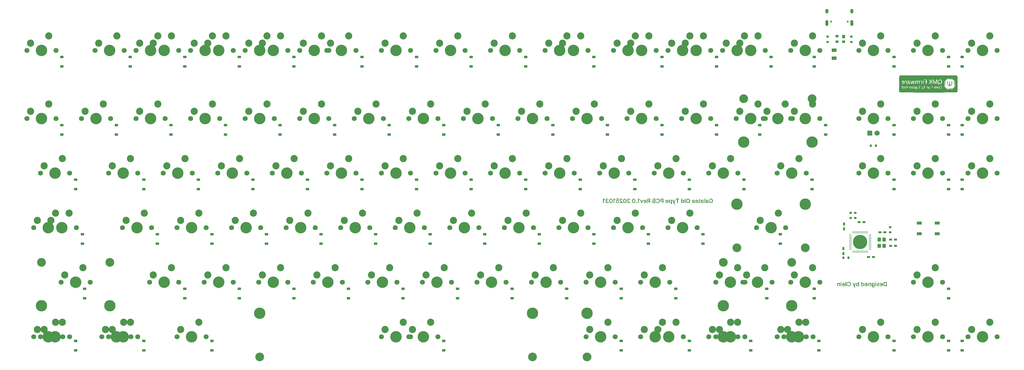
<source format=gbr>
%TF.GenerationSoftware,KiCad,Pcbnew,9.0.5*%
%TF.CreationDate,2025-11-02T19:53:54+09:00*%
%TF.ProjectId,Galatea_Old_Type_6u,47616c61-7465-4615-9f4f-6c645f547970,rev?*%
%TF.SameCoordinates,Original*%
%TF.FileFunction,Soldermask,Bot*%
%TF.FilePolarity,Negative*%
%FSLAX46Y46*%
G04 Gerber Fmt 4.6, Leading zero omitted, Abs format (unit mm)*
G04 Created by KiCad (PCBNEW 9.0.5) date 2025-11-02 19:53:54*
%MOMM*%
%LPD*%
G01*
G04 APERTURE LIST*
G04 Aperture macros list*
%AMRoundRect*
0 Rectangle with rounded corners*
0 $1 Rounding radius*
0 $2 $3 $4 $5 $6 $7 $8 $9 X,Y pos of 4 corners*
0 Add a 4 corners polygon primitive as box body*
4,1,4,$2,$3,$4,$5,$6,$7,$8,$9,$2,$3,0*
0 Add four circle primitives for the rounded corners*
1,1,$1+$1,$2,$3*
1,1,$1+$1,$4,$5*
1,1,$1+$1,$6,$7*
1,1,$1+$1,$8,$9*
0 Add four rect primitives between the rounded corners*
20,1,$1+$1,$2,$3,$4,$5,0*
20,1,$1+$1,$4,$5,$6,$7,0*
20,1,$1+$1,$6,$7,$8,$9,0*
20,1,$1+$1,$8,$9,$2,$3,0*%
G04 Aperture macros list end*
%ADD10C,0.000000*%
%ADD11C,1.750000*%
%ADD12C,4.000000*%
%ADD13C,2.500000*%
%ADD14C,3.048000*%
%ADD15C,3.987800*%
%ADD16C,0.650000*%
%ADD17O,1.000000X2.100000*%
%ADD18O,1.000000X1.600000*%
%ADD19R,1.800000X1.800000*%
%ADD20C,1.800000*%
%ADD21RoundRect,0.225000X0.375000X-0.225000X0.375000X0.225000X-0.375000X0.225000X-0.375000X-0.225000X0*%
%ADD22R,0.900000X0.800000*%
%ADD23R,1.000000X0.750000*%
%ADD24R,1.000000X1.200000*%
%ADD25R,1.000000X0.900000*%
%ADD26C,5.000000*%
%ADD27O,0.250000X1.000000*%
%ADD28O,1.000000X0.250000*%
%ADD29R,0.750000X1.000000*%
%ADD30RoundRect,0.250000X0.350000X-0.450000X0.350000X0.450000X-0.350000X0.450000X-0.350000X-0.450000X0*%
%ADD31R,0.800000X0.900000*%
%ADD32R,1.800000X1.100000*%
%ADD33RoundRect,0.250000X0.625000X-0.375000X0.625000X0.375000X-0.625000X0.375000X-0.625000X-0.375000X0*%
G04 APERTURE END LIST*
D10*
%TO.C,G\u002A\u002A\u002A*%
G36*
X348576610Y-101990098D02*
G01*
X348663083Y-102015208D01*
X348728944Y-102064636D01*
X348742508Y-102081916D01*
X348773656Y-102137995D01*
X348797109Y-102201255D01*
X348806370Y-102255667D01*
X348806370Y-102297024D01*
X348535383Y-102292588D01*
X348264396Y-102288152D01*
X348269044Y-102231528D01*
X348274675Y-102189741D01*
X348304851Y-102103373D01*
X348357029Y-102039592D01*
X348429476Y-102000085D01*
X348520461Y-101986542D01*
X348576610Y-101990098D01*
G37*
G36*
X349292796Y-104006266D02*
G01*
X349321364Y-104032332D01*
X349353445Y-104077061D01*
X349378610Y-104125791D01*
X349388791Y-104165167D01*
X349377678Y-104167861D01*
X349340136Y-104170487D01*
X349282342Y-104172271D01*
X349210829Y-104172929D01*
X349173357Y-104172882D01*
X349107836Y-104172051D01*
X349066631Y-104169369D01*
X349044137Y-104163791D01*
X349034751Y-104154272D01*
X349032867Y-104139769D01*
X349034592Y-104115919D01*
X349057419Y-104055026D01*
X349101447Y-104010124D01*
X349159882Y-103984704D01*
X349225929Y-103982255D01*
X349292796Y-104006266D01*
G37*
G36*
X350371625Y-102442232D02*
G01*
X350409936Y-102442955D01*
X350524216Y-102454588D01*
X350610658Y-102480722D01*
X350670317Y-102521788D01*
X350704248Y-102578218D01*
X350710943Y-102616285D01*
X350703197Y-102678594D01*
X350677463Y-102734862D01*
X350637981Y-102772645D01*
X350611883Y-102783900D01*
X350538355Y-102796450D01*
X350460178Y-102789525D01*
X350391848Y-102763654D01*
X350349151Y-102737043D01*
X350302884Y-102701252D01*
X350276706Y-102664568D01*
X350265068Y-102617930D01*
X350262421Y-102552275D01*
X350262421Y-102441846D01*
X350371625Y-102442232D01*
G37*
G36*
X351119481Y-104012743D02*
G01*
X351171558Y-104061176D01*
X351207192Y-104130419D01*
X351223690Y-104217272D01*
X351218354Y-104318534D01*
X351215063Y-104337473D01*
X351194341Y-104409620D01*
X351162158Y-104457990D01*
X351114555Y-104489090D01*
X351069265Y-104504998D01*
X351002197Y-104509154D01*
X350931510Y-104486225D01*
X350884611Y-104455212D01*
X350850039Y-104406598D01*
X350830938Y-104337757D01*
X350825068Y-104243587D01*
X350825080Y-104238885D01*
X350832208Y-104144352D01*
X350853881Y-104075496D01*
X350892137Y-104028288D01*
X350949017Y-103998698D01*
X350976786Y-103991115D01*
X351053659Y-103988323D01*
X351119481Y-104012743D01*
G37*
G36*
X348490599Y-103998894D02*
G01*
X348545476Y-104025137D01*
X348584951Y-104077700D01*
X348610919Y-104158523D01*
X348620214Y-104228551D01*
X348616356Y-104319445D01*
X348594961Y-104398633D01*
X348557906Y-104459987D01*
X348507071Y-104497380D01*
X348486164Y-104505278D01*
X348463634Y-104511649D01*
X348449260Y-104510565D01*
X348405761Y-104494609D01*
X348355248Y-104464938D01*
X348308886Y-104427617D01*
X348287976Y-104406626D01*
X348270164Y-104382444D01*
X348260707Y-104353479D01*
X348256967Y-104310542D01*
X348256307Y-104244441D01*
X348256307Y-104111981D01*
X348321067Y-104053474D01*
X348362019Y-104020255D01*
X348403627Y-104000269D01*
X348451229Y-103994967D01*
X348490599Y-103998894D01*
G37*
G36*
X351842535Y-103999380D02*
G01*
X351882822Y-104016810D01*
X351928744Y-104053474D01*
X351993504Y-104111981D01*
X351993504Y-104244441D01*
X351993178Y-104297376D01*
X351990400Y-104344961D01*
X351982524Y-104376415D01*
X351966911Y-104400936D01*
X351940924Y-104427719D01*
X351928441Y-104439224D01*
X351885061Y-104473143D01*
X351847899Y-104494580D01*
X351819544Y-104505623D01*
X351802889Y-104511649D01*
X351801167Y-104511452D01*
X351779204Y-104503993D01*
X351741638Y-104488989D01*
X351717153Y-104475892D01*
X351670791Y-104425507D01*
X351643280Y-104348893D01*
X351634596Y-104245999D01*
X351636692Y-104191953D01*
X351651901Y-104103632D01*
X351682541Y-104042312D01*
X351729518Y-104006566D01*
X351793736Y-103994967D01*
X351842535Y-103999380D01*
G37*
G36*
X360964652Y-103997823D02*
G01*
X361027844Y-104033623D01*
X361074421Y-104092038D01*
X361077545Y-104098334D01*
X361092571Y-104141813D01*
X361099137Y-104196537D01*
X361098624Y-104272808D01*
X361095033Y-104334174D01*
X361087848Y-104380524D01*
X361074806Y-104412733D01*
X361053313Y-104440406D01*
X361050388Y-104443499D01*
X361013589Y-104476343D01*
X360980574Y-104497240D01*
X360979655Y-104497617D01*
X360911855Y-104510178D01*
X360842168Y-104498662D01*
X360780987Y-104466508D01*
X360738702Y-104417158D01*
X360724729Y-104384897D01*
X360706238Y-104306808D01*
X360702453Y-104223271D01*
X360712618Y-104143192D01*
X360735972Y-104075477D01*
X360771757Y-104029034D01*
X360820638Y-104000774D01*
X360892899Y-103986314D01*
X360964652Y-103997823D01*
G37*
G36*
X352683185Y-104017908D02*
G01*
X352749842Y-104064523D01*
X352761246Y-104075918D01*
X352774510Y-104096822D01*
X352782063Y-104126912D01*
X352785457Y-104173908D01*
X352786243Y-104245525D01*
X352785759Y-104311372D01*
X352782967Y-104359577D01*
X352775967Y-104390990D01*
X352762861Y-104413731D01*
X352741752Y-104435917D01*
X352738212Y-104439235D01*
X352696280Y-104472048D01*
X352656816Y-104494144D01*
X352625448Y-104501665D01*
X352565170Y-104498127D01*
X352514189Y-104475221D01*
X352502018Y-104464131D01*
X352466283Y-104407868D01*
X352444264Y-104333431D01*
X352436259Y-104249691D01*
X352442565Y-104165520D01*
X352463479Y-104089789D01*
X352499299Y-104031369D01*
X352503095Y-104027460D01*
X352553728Y-103998572D01*
X352615786Y-103995657D01*
X352683185Y-104017908D01*
G37*
G36*
X361466437Y-101618016D02*
G01*
X361583258Y-101638763D01*
X361680411Y-101685034D01*
X361757983Y-101756930D01*
X361816061Y-101854548D01*
X361854732Y-101977988D01*
X361874084Y-102127350D01*
X361875801Y-102242838D01*
X361862431Y-102382248D01*
X361832415Y-102504866D01*
X361786875Y-102606455D01*
X361726935Y-102682775D01*
X361707053Y-102698213D01*
X361656739Y-102727370D01*
X361599952Y-102752057D01*
X361526785Y-102771327D01*
X361413736Y-102777559D01*
X361303139Y-102758065D01*
X361202403Y-102714443D01*
X361118933Y-102648291D01*
X361109224Y-102637686D01*
X361065069Y-102578258D01*
X361033400Y-102510571D01*
X361012627Y-102428747D01*
X361001159Y-102326906D01*
X360997405Y-102199171D01*
X360997872Y-102119530D01*
X361001913Y-102024317D01*
X361011287Y-101949356D01*
X361027490Y-101887504D01*
X361052019Y-101831619D01*
X361086370Y-101774559D01*
X361131579Y-101718628D01*
X361209571Y-101661239D01*
X361306688Y-101627675D01*
X361425479Y-101616751D01*
X361466437Y-101618016D01*
G37*
G36*
X364071332Y-102101889D02*
G01*
X364097010Y-102105478D01*
X364115777Y-102116245D01*
X364128708Y-102137786D01*
X364136877Y-102173697D01*
X364141361Y-102227573D01*
X364143233Y-102303012D01*
X364143568Y-102403610D01*
X364143440Y-102532962D01*
X364143529Y-102621541D01*
X364144136Y-102731654D01*
X364145576Y-102817113D01*
X364148144Y-102882551D01*
X364152137Y-102932603D01*
X364157850Y-102971906D01*
X364165580Y-103005095D01*
X364175622Y-103036805D01*
X364216042Y-103120102D01*
X364287315Y-103206113D01*
X364377678Y-103272950D01*
X364480985Y-103316252D01*
X364591087Y-103331655D01*
X364644580Y-103331655D01*
X364648819Y-102720923D01*
X364653058Y-102110190D01*
X364758217Y-102110190D01*
X364863377Y-102110190D01*
X364867618Y-102723166D01*
X364871859Y-103336142D01*
X364962533Y-103326783D01*
X365031836Y-103314016D01*
X365126887Y-103279768D01*
X365210882Y-103231048D01*
X365273298Y-103173060D01*
X365289487Y-103151925D01*
X365314696Y-103114017D01*
X365334305Y-103074037D01*
X365349003Y-103027658D01*
X365359481Y-102970557D01*
X365366428Y-102898407D01*
X365370536Y-102806885D01*
X365372495Y-102691664D01*
X365372994Y-102548421D01*
X365373218Y-102433883D01*
X365374140Y-102328756D01*
X365375955Y-102249411D01*
X365378850Y-102192326D01*
X365383013Y-102153979D01*
X365388633Y-102130849D01*
X365395897Y-102119412D01*
X365409160Y-102112959D01*
X365452783Y-102105711D01*
X365513190Y-102105298D01*
X365607580Y-102110190D01*
X365611914Y-102513477D01*
X365612430Y-102586578D01*
X365612159Y-102701374D01*
X365610634Y-102806239D01*
X365607990Y-102895569D01*
X365604366Y-102963759D01*
X365599898Y-103005205D01*
X365567747Y-103121158D01*
X365510217Y-103238973D01*
X365433948Y-103336267D01*
X365413423Y-103355968D01*
X365347148Y-103408362D01*
X365271658Y-103450132D01*
X365181177Y-103483562D01*
X365069929Y-103510934D01*
X364932135Y-103534530D01*
X364871466Y-103543440D01*
X364871466Y-103719321D01*
X364870851Y-103781817D01*
X364867568Y-103848268D01*
X364861147Y-103887737D01*
X364851243Y-103903361D01*
X364847732Y-103904593D01*
X364809615Y-103910573D01*
X364757101Y-103912561D01*
X364705609Y-103910481D01*
X364670560Y-103904256D01*
X364663305Y-103899840D01*
X364654131Y-103883644D01*
X364648529Y-103851803D01*
X364645731Y-103798755D01*
X364644969Y-103718938D01*
X364644969Y-103543440D01*
X364584300Y-103534158D01*
X364567234Y-103531469D01*
X364402718Y-103495744D01*
X364265357Y-103445424D01*
X364152765Y-103378766D01*
X364062558Y-103294028D01*
X363992349Y-103189469D01*
X363939756Y-103063346D01*
X363932601Y-103030735D01*
X363924782Y-102969178D01*
X363917860Y-102887884D01*
X363911961Y-102792057D01*
X363907213Y-102686898D01*
X363903742Y-102577609D01*
X363901677Y-102469392D01*
X363901143Y-102367450D01*
X363902268Y-102276983D01*
X363905179Y-102203195D01*
X363910003Y-102151286D01*
X363916868Y-102126460D01*
X363918759Y-102124391D01*
X363954381Y-102107916D01*
X364014671Y-102102101D01*
X364037669Y-102101882D01*
X364071332Y-102101889D01*
G37*
G36*
X367484268Y-102991910D02*
G01*
X367484268Y-103066311D01*
X367484254Y-103397951D01*
X367484207Y-103699082D01*
X367484107Y-103971232D01*
X367483939Y-104215924D01*
X367483684Y-104434684D01*
X367483323Y-104629037D01*
X367482841Y-104800510D01*
X367482217Y-104950627D01*
X367481436Y-105080913D01*
X367480478Y-105192894D01*
X367479327Y-105288095D01*
X367477965Y-105368042D01*
X367476373Y-105434260D01*
X367474534Y-105488274D01*
X367472430Y-105531609D01*
X367470043Y-105565791D01*
X367467356Y-105592346D01*
X367464351Y-105612798D01*
X367461009Y-105628672D01*
X367457314Y-105641495D01*
X367453248Y-105652792D01*
X367442684Y-105677441D01*
X367383845Y-105770919D01*
X367302550Y-105855569D01*
X367206671Y-105924246D01*
X367104077Y-105969802D01*
X367097605Y-105970204D01*
X367061325Y-105970899D01*
X366994075Y-105971575D01*
X366896741Y-105972230D01*
X366770206Y-105972865D01*
X366615358Y-105973477D01*
X366433082Y-105974067D01*
X366224262Y-105974633D01*
X365989785Y-105975174D01*
X365730535Y-105975690D01*
X365447399Y-105976180D01*
X365141262Y-105976642D01*
X364813008Y-105977077D01*
X364463525Y-105977482D01*
X364093696Y-105977858D01*
X363704408Y-105978203D01*
X363296546Y-105978516D01*
X362870996Y-105978797D01*
X362428642Y-105979044D01*
X361970371Y-105979258D01*
X361497067Y-105979436D01*
X361009617Y-105979579D01*
X360508905Y-105979684D01*
X359995818Y-105979752D01*
X359471240Y-105979781D01*
X358936057Y-105979771D01*
X358391155Y-105979721D01*
X357837418Y-105979629D01*
X357275733Y-105979496D01*
X347487835Y-105976815D01*
X347406623Y-105933939D01*
X347336577Y-105888301D01*
X347257358Y-105816448D01*
X347191090Y-105734706D01*
X347146754Y-105652792D01*
X347145860Y-105650448D01*
X347141873Y-105638955D01*
X347138255Y-105625612D01*
X347134986Y-105608894D01*
X347132050Y-105587275D01*
X347129428Y-105559230D01*
X347127103Y-105523234D01*
X347125057Y-105477762D01*
X347123271Y-105421287D01*
X347121729Y-105352285D01*
X347120413Y-105269231D01*
X347119305Y-105170598D01*
X347118386Y-105054862D01*
X347117640Y-104920498D01*
X347117048Y-104765979D01*
X347116592Y-104589782D01*
X347116256Y-104390379D01*
X347116020Y-104166247D01*
X347115868Y-103915859D01*
X347115781Y-103637690D01*
X347115773Y-103575061D01*
X348126426Y-103575061D01*
X348130698Y-104088358D01*
X348134969Y-104601655D01*
X348191434Y-104601655D01*
X348224680Y-104599573D01*
X348246277Y-104586664D01*
X348256148Y-104554636D01*
X348261914Y-104527607D01*
X348270775Y-104519073D01*
X348287485Y-104535479D01*
X348312410Y-104558529D01*
X348352198Y-104584233D01*
X348416087Y-104608247D01*
X348504598Y-104616316D01*
X348586995Y-104595907D01*
X348657971Y-104548616D01*
X348712218Y-104476037D01*
X348730005Y-104435779D01*
X348741138Y-104391420D01*
X348746885Y-104333965D01*
X348748827Y-104253821D01*
X348748868Y-104215123D01*
X348747592Y-104172929D01*
X348907361Y-104172929D01*
X348909337Y-104215123D01*
X348911529Y-104261910D01*
X349151878Y-104266397D01*
X349392226Y-104270884D01*
X349381578Y-104331110D01*
X349376671Y-104353820D01*
X349343215Y-104428865D01*
X349288859Y-104480719D01*
X349215904Y-104508379D01*
X349126653Y-104510843D01*
X349023407Y-104487108D01*
X349011514Y-104483225D01*
X348959631Y-104471803D01*
X348932343Y-104477300D01*
X348927381Y-104483131D01*
X348921026Y-104515491D01*
X348941163Y-104549939D01*
X348984332Y-104579664D01*
X349022051Y-104593410D01*
X349095994Y-104609251D01*
X349175118Y-104616865D01*
X349243186Y-104614092D01*
X349341237Y-104587334D01*
X349393002Y-104554732D01*
X349618400Y-104554732D01*
X349630744Y-104584608D01*
X349663247Y-104604199D01*
X349714003Y-104614908D01*
X349768982Y-104613596D01*
X349804301Y-104607400D01*
X349851567Y-104593918D01*
X349882333Y-104573460D01*
X349906939Y-104540552D01*
X349917023Y-104521969D01*
X349926512Y-104495294D01*
X349932806Y-104459814D01*
X349936532Y-104409644D01*
X349938319Y-104338897D01*
X349938794Y-104241687D01*
X349938854Y-103994967D01*
X349994388Y-103994967D01*
X350006250Y-103994709D01*
X350043094Y-103986086D01*
X350060438Y-103961834D01*
X350060099Y-103924944D01*
X350106888Y-103924944D01*
X350107415Y-103961834D01*
X350107558Y-103971804D01*
X350109667Y-103979812D01*
X350120162Y-104001763D01*
X350141146Y-104007981D01*
X350183160Y-104002781D01*
X350215956Y-103998494D01*
X350245440Y-104002238D01*
X350273513Y-104020544D01*
X350311518Y-104058319D01*
X350374807Y-104124850D01*
X350379283Y-104363253D01*
X350383759Y-104601655D01*
X350436450Y-104606733D01*
X350475331Y-104605241D01*
X350497458Y-104590137D01*
X350498170Y-104586934D01*
X350500276Y-104556602D01*
X350501706Y-104500518D01*
X350502406Y-104423819D01*
X350502320Y-104331645D01*
X350501795Y-104273689D01*
X350688928Y-104273689D01*
X350700967Y-104366709D01*
X350720904Y-104423819D01*
X350727593Y-104442979D01*
X350780758Y-104517197D01*
X350859410Y-104576225D01*
X350957678Y-104609666D01*
X350992020Y-104616002D01*
X351029799Y-104622397D01*
X351045234Y-104624150D01*
X351048411Y-104623137D01*
X351073955Y-104617371D01*
X351116305Y-104608734D01*
X351147002Y-104601178D01*
X351230873Y-104560501D01*
X351294663Y-104495094D01*
X351337476Y-104406120D01*
X351358413Y-104294743D01*
X351357929Y-104253263D01*
X351496272Y-104253263D01*
X351500005Y-104294743D01*
X351505134Y-104351723D01*
X351530821Y-104442503D01*
X351574006Y-104518537D01*
X351606114Y-104552106D01*
X351678931Y-104596049D01*
X351762026Y-104614835D01*
X351847487Y-104607264D01*
X351927402Y-104572138D01*
X351993504Y-104528394D01*
X351993504Y-104696765D01*
X351993661Y-104736229D01*
X351995377Y-104801341D01*
X351999646Y-104842389D01*
X352007281Y-104865039D01*
X352019095Y-104874956D01*
X352038347Y-104881333D01*
X352059697Y-104881702D01*
X352094854Y-104873579D01*
X352101763Y-104870548D01*
X352108387Y-104862227D01*
X352113402Y-104845548D01*
X352116977Y-104817082D01*
X352119280Y-104773400D01*
X352120478Y-104711077D01*
X352120739Y-104626682D01*
X352120231Y-104516790D01*
X352119122Y-104377972D01*
X352118150Y-104267085D01*
X352303703Y-104267085D01*
X352315516Y-104363935D01*
X352340310Y-104449442D01*
X352377463Y-104514202D01*
X352404178Y-104542215D01*
X352478923Y-104592031D01*
X352561668Y-104613862D01*
X352646464Y-104606762D01*
X352727361Y-104569786D01*
X352786243Y-104529828D01*
X352786243Y-104626682D01*
X352786243Y-104690555D01*
X352786599Y-104749789D01*
X352788746Y-104804245D01*
X352793855Y-104837775D01*
X352803070Y-104856872D01*
X352817536Y-104868029D01*
X352833720Y-104876101D01*
X352865810Y-104883488D01*
X352895692Y-104871288D01*
X352895869Y-104871172D01*
X352901895Y-104859921D01*
X352906519Y-104833527D01*
X352909834Y-104789121D01*
X352911933Y-104723838D01*
X352912910Y-104634810D01*
X352912858Y-104519171D01*
X352911870Y-104374052D01*
X352907580Y-103889808D01*
X353150256Y-103889808D01*
X353150256Y-104245732D01*
X353150256Y-104601655D01*
X353203032Y-104606740D01*
X353234520Y-104607738D01*
X353255126Y-104596193D01*
X353265678Y-104562475D01*
X353275548Y-104513126D01*
X353322608Y-104552724D01*
X353324519Y-104554306D01*
X353374925Y-104586335D01*
X353429834Y-104609033D01*
X353440844Y-104612027D01*
X353478726Y-104621249D01*
X353498090Y-104624177D01*
X353550028Y-104612720D01*
X353608286Y-104593032D01*
X353652118Y-104565309D01*
X353683517Y-104525514D01*
X353704471Y-104469608D01*
X353716974Y-104393555D01*
X353721726Y-104314710D01*
X353891731Y-104314710D01*
X353901689Y-104396233D01*
X353916488Y-104436978D01*
X353957709Y-104504682D01*
X354011327Y-104559260D01*
X354069185Y-104591216D01*
X354102951Y-104600369D01*
X354220636Y-104615458D01*
X354333793Y-104605368D01*
X354433959Y-104570578D01*
X354456529Y-104557374D01*
X354479400Y-104530469D01*
X354484969Y-104487991D01*
X354484911Y-104481361D01*
X354480126Y-104447404D01*
X354463863Y-104433991D01*
X354430781Y-104439957D01*
X354375541Y-104464139D01*
X354365270Y-104468851D01*
X354289724Y-104491376D01*
X354211709Y-104497330D01*
X354141396Y-104486855D01*
X354088956Y-104460095D01*
X354058340Y-104421351D01*
X354038057Y-104367064D01*
X354036097Y-104344051D01*
X354046154Y-104296099D01*
X354078783Y-104251292D01*
X354136990Y-104206240D01*
X354223778Y-104157554D01*
X354240578Y-104148914D01*
X354301474Y-104115333D01*
X354352382Y-104083984D01*
X354383682Y-104060692D01*
X354401187Y-104042717D01*
X354448708Y-103968528D01*
X354463776Y-103902015D01*
X354922962Y-103902015D01*
X354925324Y-103926158D01*
X354935895Y-103969078D01*
X354955381Y-104033051D01*
X354984486Y-104120352D01*
X355023916Y-104233255D01*
X355074376Y-104374037D01*
X355091970Y-104422572D01*
X355115910Y-104487991D01*
X355133268Y-104535425D01*
X355170161Y-104634810D01*
X355170936Y-104636899D01*
X355203522Y-104723175D01*
X355229575Y-104790434D01*
X355247645Y-104834860D01*
X355256281Y-104852633D01*
X355269095Y-104860935D01*
X355304532Y-104871707D01*
X355344600Y-104875518D01*
X355377381Y-104871740D01*
X355390956Y-104859744D01*
X355390425Y-104857451D01*
X355381797Y-104832913D01*
X355364799Y-104788154D01*
X355342275Y-104730713D01*
X355330042Y-104699110D01*
X355310724Y-104640981D01*
X355304445Y-104602629D01*
X355309868Y-104577755D01*
X355316413Y-104564436D01*
X355336167Y-104518172D01*
X355361771Y-104452947D01*
X355391301Y-104374231D01*
X355422837Y-104287492D01*
X355454453Y-104198199D01*
X355484228Y-104111823D01*
X355510238Y-104033831D01*
X355522552Y-103994967D01*
X355631581Y-103994967D01*
X355730899Y-103994967D01*
X355830217Y-103994967D01*
X355824950Y-104222931D01*
X355824510Y-104241746D01*
X355822132Y-104326863D01*
X355819093Y-104386367D01*
X355814428Y-104425952D01*
X355807172Y-104451315D01*
X355796360Y-104468152D01*
X355781026Y-104482159D01*
X355769180Y-104491103D01*
X355740630Y-104503756D01*
X355705992Y-104501471D01*
X355653854Y-104484456D01*
X355651299Y-104483720D01*
X355637940Y-104494496D01*
X355633631Y-104534903D01*
X355635603Y-104568145D01*
X355647918Y-104591388D01*
X355678122Y-104602698D01*
X355711948Y-104610223D01*
X355738791Y-104616433D01*
X355759301Y-104617795D01*
X355791381Y-104611841D01*
X357364090Y-104611841D01*
X357416981Y-104606748D01*
X357440724Y-104603264D01*
X357465687Y-104589096D01*
X357474993Y-104557161D01*
X357480112Y-104512668D01*
X357531617Y-104551239D01*
X357537997Y-104555884D01*
X357583499Y-104583726D01*
X357623568Y-104601061D01*
X357626450Y-104601861D01*
X357678689Y-104614820D01*
X357713866Y-104618664D01*
X357744905Y-104614864D01*
X357793021Y-104601599D01*
X357856683Y-104567490D01*
X357902501Y-104514816D01*
X357912670Y-104497533D01*
X357923167Y-104474153D01*
X357930443Y-104445781D01*
X357935084Y-104406946D01*
X357937675Y-104352174D01*
X357938800Y-104275993D01*
X357938863Y-104249311D01*
X358160203Y-104249311D01*
X358161020Y-104375978D01*
X358165542Y-104601655D01*
X358226211Y-104606677D01*
X358286880Y-104611698D01*
X358287266Y-104388269D01*
X358287267Y-104387802D01*
X358289069Y-104262754D01*
X358294777Y-104166467D01*
X358305599Y-104095471D01*
X358322744Y-104046294D01*
X358347421Y-104015465D01*
X358380839Y-103999513D01*
X358424205Y-103994967D01*
X358442789Y-103996503D01*
X358485667Y-104014230D01*
X358533906Y-104055853D01*
X358593359Y-104116739D01*
X358597858Y-104359197D01*
X358602357Y-104601655D01*
X358663026Y-104606677D01*
X358723695Y-104611698D01*
X358723785Y-104388269D01*
X358724893Y-104290700D01*
X358730266Y-104186943D01*
X358741194Y-104109478D01*
X358758878Y-104054953D01*
X358784519Y-104020014D01*
X358819318Y-104001308D01*
X358864477Y-103995482D01*
X358885273Y-103996960D01*
X358927101Y-104013726D01*
X358973270Y-104053651D01*
X359030263Y-104112334D01*
X359034718Y-104356995D01*
X359039173Y-104601655D01*
X359100154Y-104606695D01*
X359161135Y-104611735D01*
X359157498Y-104310445D01*
X359395096Y-104310445D01*
X359395096Y-104601655D01*
X359451721Y-104601655D01*
X359508345Y-104601655D01*
X359516434Y-104332315D01*
X359516580Y-104327472D01*
X359520021Y-104227226D01*
X359523795Y-104154003D01*
X359528557Y-104102684D01*
X359534965Y-104068152D01*
X359543675Y-104045287D01*
X359555343Y-104028971D01*
X359581791Y-104007340D01*
X359634869Y-103993956D01*
X359695101Y-104009362D01*
X359758649Y-104053101D01*
X359822996Y-104111234D01*
X359827454Y-104356445D01*
X359831912Y-104601655D01*
X359888536Y-104601655D01*
X359945160Y-104601655D01*
X359953249Y-104341996D01*
X359954665Y-104299129D01*
X359958647Y-104207285D01*
X359963539Y-104140555D01*
X359969975Y-104093699D01*
X359978592Y-104061478D01*
X359990023Y-104038652D01*
X360023742Y-104005322D01*
X360073879Y-103992857D01*
X360132251Y-104008862D01*
X360195465Y-104053101D01*
X360259811Y-104111234D01*
X360264269Y-104356445D01*
X360268727Y-104601655D01*
X360321418Y-104606733D01*
X360360299Y-104605241D01*
X360382426Y-104590137D01*
X360383138Y-104586934D01*
X360385244Y-104556602D01*
X360386674Y-104500518D01*
X360387375Y-104423819D01*
X360387288Y-104331645D01*
X360386616Y-104257454D01*
X360570656Y-104257454D01*
X360574621Y-104327085D01*
X360583282Y-104380120D01*
X360583291Y-104380153D01*
X360602285Y-104423819D01*
X360611961Y-104446063D01*
X360657801Y-104509674D01*
X360712383Y-104561312D01*
X360767278Y-104591301D01*
X360866855Y-104611735D01*
X360876962Y-104613809D01*
X360981989Y-104611441D01*
X361072916Y-104582995D01*
X361147003Y-104529353D01*
X361201516Y-104451396D01*
X361206529Y-104440511D01*
X361232426Y-104349453D01*
X361239921Y-104246184D01*
X361229064Y-104143327D01*
X361199908Y-104053506D01*
X361155227Y-103982532D01*
X361093559Y-103929624D01*
X361013028Y-103897965D01*
X360908954Y-103884844D01*
X360902225Y-103884594D01*
X360809129Y-103887848D01*
X360737445Y-103907145D01*
X360679177Y-103945963D01*
X360626329Y-104007780D01*
X360612268Y-104028772D01*
X360590993Y-104071679D01*
X360578780Y-104121990D01*
X360571957Y-104192157D01*
X360570656Y-104257454D01*
X360386616Y-104257454D01*
X360386359Y-104229135D01*
X360381975Y-103889808D01*
X360333440Y-103889808D01*
X360313045Y-103890773D01*
X360288853Y-103902294D01*
X360279786Y-103934299D01*
X360271250Y-103968492D01*
X360253995Y-103976352D01*
X360227396Y-103953455D01*
X360193578Y-103923574D01*
X360126933Y-103892986D01*
X360050059Y-103881719D01*
X359994250Y-103886197D01*
X359931279Y-103910262D01*
X359876982Y-103959628D01*
X359841161Y-104002133D01*
X359796091Y-103960081D01*
X359737777Y-103913517D01*
X359680751Y-103888756D01*
X359613764Y-103881719D01*
X359557803Y-103887244D01*
X359482467Y-103917840D01*
X359425811Y-103973918D01*
X359420711Y-103981914D01*
X359410938Y-104002685D01*
X359403990Y-104030228D01*
X359399399Y-104069660D01*
X359396697Y-104126095D01*
X359395419Y-104204652D01*
X359395096Y-104310445D01*
X359157498Y-104310445D01*
X359156778Y-104250772D01*
X359152421Y-103889808D01*
X359103886Y-103889808D01*
X359083489Y-103890774D01*
X359059298Y-103902295D01*
X359050232Y-103934302D01*
X359045112Y-103978796D01*
X358987981Y-103935220D01*
X358961618Y-103917368D01*
X358907254Y-103895192D01*
X358835666Y-103884759D01*
X358835589Y-103884753D01*
X358780875Y-103882110D01*
X358745551Y-103886979D01*
X358716822Y-103903663D01*
X358681892Y-103936464D01*
X358623302Y-103995055D01*
X358557954Y-103943298D01*
X358517345Y-103914934D01*
X358466344Y-103894196D01*
X358400398Y-103884871D01*
X358359330Y-103882650D01*
X358318496Y-103885792D01*
X358286589Y-103900004D01*
X358249977Y-103929313D01*
X358244996Y-103933793D01*
X358213072Y-103970166D01*
X358189565Y-104015211D01*
X358173541Y-104073621D01*
X358164065Y-104150090D01*
X358163176Y-104172929D01*
X358160203Y-104249311D01*
X357938863Y-104249311D01*
X357939045Y-104172929D01*
X357939045Y-103889808D01*
X357882421Y-103889808D01*
X357825797Y-103889808D01*
X357817477Y-104148662D01*
X357814709Y-104224546D01*
X357809518Y-104316019D01*
X357802057Y-104382672D01*
X357791101Y-104429051D01*
X357775426Y-104459700D01*
X357753808Y-104479166D01*
X357725024Y-104491995D01*
X357670235Y-104500471D01*
X357614326Y-104485223D01*
X357551059Y-104443553D01*
X357494959Y-104398699D01*
X357490505Y-104144254D01*
X357486052Y-103889808D01*
X357429428Y-103889808D01*
X357372803Y-103889808D01*
X357368446Y-104250825D01*
X357366359Y-104423819D01*
X357364091Y-104611735D01*
X357364090Y-104611841D01*
X355791381Y-104611841D01*
X355807798Y-104608794D01*
X355858461Y-104589587D01*
X355895589Y-104565296D01*
X355900127Y-104560511D01*
X355922345Y-104526427D01*
X355938367Y-104478033D01*
X355948950Y-104410856D01*
X355954847Y-104320425D01*
X355956089Y-104245732D01*
X356207963Y-104245732D01*
X356207963Y-104601655D01*
X356268944Y-104606695D01*
X356329925Y-104611735D01*
X356325568Y-104250772D01*
X356325177Y-104218355D01*
X356558709Y-104218355D01*
X356559307Y-104342802D01*
X356563886Y-104601655D01*
X356620510Y-104601655D01*
X356677135Y-104601655D01*
X356685224Y-104341996D01*
X356685613Y-104329729D01*
X356690326Y-104217366D01*
X356697183Y-104133057D01*
X356707650Y-104072879D01*
X356723196Y-104032905D01*
X356745287Y-104009212D01*
X356775392Y-103997874D01*
X356814977Y-103994967D01*
X356853775Y-103998394D01*
X356895996Y-104015675D01*
X356943617Y-104053101D01*
X357007964Y-104111234D01*
X357012422Y-104356445D01*
X357016880Y-104601655D01*
X357069571Y-104606733D01*
X357108452Y-104605241D01*
X357130579Y-104590137D01*
X357131291Y-104586934D01*
X357133397Y-104556602D01*
X357134827Y-104500518D01*
X357135528Y-104423819D01*
X357135441Y-104331645D01*
X357134512Y-104229135D01*
X357130128Y-103889808D01*
X357081593Y-103889808D01*
X357053529Y-103892070D01*
X357034259Y-103906898D01*
X357024969Y-103944246D01*
X357016880Y-103998684D01*
X356984561Y-103962812D01*
X356967275Y-103945755D01*
X356897597Y-103902981D01*
X356816275Y-103882199D01*
X356733328Y-103884948D01*
X356658773Y-103912767D01*
X356642768Y-103923419D01*
X356610927Y-103953563D01*
X356587628Y-103993689D01*
X356571842Y-104048238D01*
X356562545Y-104121647D01*
X356558709Y-104218355D01*
X356325177Y-104218355D01*
X356321211Y-103889808D01*
X356264587Y-103889808D01*
X356207963Y-103889808D01*
X356207963Y-103938343D01*
X356207963Y-104245732D01*
X355956089Y-104245732D01*
X355956812Y-104202266D01*
X355957198Y-103997018D01*
X356009778Y-103991948D01*
X356039281Y-103987254D01*
X356058260Y-103972373D01*
X356062357Y-103938343D01*
X356060505Y-103911665D01*
X356046667Y-103892224D01*
X356010590Y-103884799D01*
X355984376Y-103881155D01*
X355966259Y-103870557D01*
X355957965Y-103845008D01*
X355953966Y-103795818D01*
X355952294Y-103766906D01*
X361344128Y-103766906D01*
X361359054Y-103814791D01*
X361359771Y-103815883D01*
X361374114Y-103825226D01*
X361399601Y-103818973D01*
X361443743Y-103795404D01*
X361484564Y-103773889D01*
X361580052Y-103743462D01*
X361669002Y-103743859D01*
X361749810Y-103774906D01*
X361820872Y-103836428D01*
X361869191Y-103914200D01*
X361898655Y-104007895D01*
X361909426Y-104109826D01*
X361902032Y-104212729D01*
X361893363Y-104246184D01*
X361876997Y-104309339D01*
X361834849Y-104392390D01*
X361776114Y-104454617D01*
X361746736Y-104471047D01*
X361676896Y-104488520D01*
X361595494Y-104489694D01*
X361512965Y-104474885D01*
X361439742Y-104444410D01*
X361391228Y-104418499D01*
X361361817Y-104411932D01*
X361348020Y-104426842D01*
X361344587Y-104464328D01*
X361355480Y-104507646D01*
X361396671Y-104551033D01*
X361468898Y-104586305D01*
X361502697Y-104595868D01*
X361583782Y-104606934D01*
X361672733Y-104607697D01*
X361756620Y-104598412D01*
X361822517Y-104579335D01*
X361887576Y-104540493D01*
X361958295Y-104466342D01*
X362010009Y-104366593D01*
X362043076Y-104240701D01*
X362049036Y-104197609D01*
X362050279Y-104069723D01*
X362027979Y-103948668D01*
X361984083Y-103839803D01*
X361920539Y-103748484D01*
X361839295Y-103680071D01*
X361827999Y-103673185D01*
X361785989Y-103650645D01*
X361746571Y-103637942D01*
X361698112Y-103632372D01*
X361628977Y-103631235D01*
X361596500Y-103631605D01*
X361528528Y-103636062D01*
X361477261Y-103647169D01*
X361431518Y-103666947D01*
X361410141Y-103679255D01*
X361396175Y-103691336D01*
X361361242Y-103721555D01*
X361344128Y-103766906D01*
X355952294Y-103766906D01*
X355949109Y-103711846D01*
X355892485Y-103711846D01*
X355835861Y-103711846D01*
X355830998Y-103796000D01*
X355826135Y-103880153D01*
X355733928Y-103884981D01*
X355728455Y-103885268D01*
X355678675Y-103888952D01*
X355652280Y-103896455D01*
X355646440Y-103904853D01*
X355641022Y-103912644D01*
X355636651Y-103942388D01*
X355631581Y-103994967D01*
X355522552Y-103994967D01*
X355530561Y-103969692D01*
X355543274Y-103924877D01*
X355546454Y-103904853D01*
X355524354Y-103885873D01*
X355487488Y-103881687D01*
X355449355Y-103891333D01*
X355423446Y-103913826D01*
X355419844Y-103921484D01*
X355404783Y-103958657D01*
X355382498Y-104017407D01*
X355355365Y-104091401D01*
X355325758Y-104174304D01*
X355312342Y-104212187D01*
X355284553Y-104289501D01*
X355260911Y-104353748D01*
X355243579Y-104399097D01*
X355234720Y-104419718D01*
X355228869Y-104415163D01*
X355213866Y-104385426D01*
X355192138Y-104333167D01*
X355165570Y-104262982D01*
X355136049Y-104179463D01*
X355114191Y-104116490D01*
X355085446Y-104036266D01*
X355060669Y-103970062D01*
X355041956Y-103923436D01*
X355031402Y-103901942D01*
X355007705Y-103887235D01*
X354965651Y-103882838D01*
X354925931Y-103894992D01*
X354922962Y-103902015D01*
X354463776Y-103902015D01*
X354466834Y-103888516D01*
X354456007Y-103807757D01*
X354416667Y-103731330D01*
X354379182Y-103694064D01*
X356191712Y-103694064D01*
X356215224Y-103735286D01*
X356219199Y-103739241D01*
X356246034Y-103761567D01*
X356270739Y-103764826D01*
X356309077Y-103751788D01*
X356335259Y-103732408D01*
X356345479Y-103691336D01*
X356341286Y-103657321D01*
X356317174Y-103619747D01*
X356273485Y-103606935D01*
X356269240Y-103607045D01*
X356222665Y-103621252D01*
X356195507Y-103653156D01*
X356191712Y-103694064D01*
X354379182Y-103694064D01*
X354349255Y-103664311D01*
X354326284Y-103649898D01*
X354291900Y-103638242D01*
X354243340Y-103632494D01*
X354171563Y-103630955D01*
X354110308Y-103632555D01*
X354035411Y-103642593D01*
X353986235Y-103663410D01*
X353959290Y-103696805D01*
X353951084Y-103744576D01*
X353951133Y-103751615D01*
X353953213Y-103786589D01*
X353957406Y-103800827D01*
X353963311Y-103799081D01*
X353991761Y-103787561D01*
X354034253Y-103768826D01*
X354065532Y-103756137D01*
X354145731Y-103737603D01*
X354216305Y-103740662D01*
X354272544Y-103763763D01*
X354309740Y-103805357D01*
X354323186Y-103863895D01*
X354319362Y-103901377D01*
X354303319Y-103937064D01*
X354270484Y-103970488D01*
X354216331Y-104006118D01*
X354136330Y-104048427D01*
X354030615Y-104109477D01*
X353964856Y-104164852D01*
X353954922Y-104173217D01*
X353909051Y-104241000D01*
X353891731Y-104314710D01*
X353721726Y-104314710D01*
X353723015Y-104293315D01*
X353724587Y-104164852D01*
X353724576Y-104137298D01*
X353723958Y-104039529D01*
X353721456Y-103969167D01*
X353715780Y-103922210D01*
X353705642Y-103894654D01*
X353689753Y-103882497D01*
X353666826Y-103881737D01*
X353635570Y-103888372D01*
X353595160Y-103898514D01*
X353595160Y-104156157D01*
X353595109Y-104210217D01*
X353594467Y-104292831D01*
X353592548Y-104351383D01*
X353588685Y-104391338D01*
X353582210Y-104418160D01*
X353572457Y-104437312D01*
X353558759Y-104454259D01*
X353533263Y-104477842D01*
X353489941Y-104496373D01*
X353429379Y-104498359D01*
X353414524Y-104493612D01*
X353378331Y-104471700D01*
X353336766Y-104438363D01*
X353272420Y-104380229D01*
X353267962Y-104135019D01*
X353263504Y-103889808D01*
X353206880Y-103889808D01*
X353150256Y-103889808D01*
X352907580Y-103889808D01*
X352859045Y-103889808D01*
X352839314Y-103890707D01*
X352814668Y-103901968D01*
X352805486Y-103933321D01*
X352800461Y-103976833D01*
X352725471Y-103929276D01*
X352720255Y-103926030D01*
X352633383Y-103888726D01*
X352547131Y-103880318D01*
X352466744Y-103899607D01*
X352397466Y-103945392D01*
X352344538Y-104016473D01*
X352321508Y-104076979D01*
X352305493Y-104168298D01*
X352303703Y-104267085D01*
X352118150Y-104267085D01*
X352114842Y-103889808D01*
X352066307Y-103889808D01*
X352038932Y-103891801D01*
X352020011Y-103905918D01*
X352012706Y-103942330D01*
X352007641Y-103994852D01*
X351943532Y-103943332D01*
X351870565Y-103901908D01*
X351787295Y-103882216D01*
X351704229Y-103885517D01*
X351631544Y-103912807D01*
X351615671Y-103923902D01*
X351563937Y-103982442D01*
X351526345Y-104061558D01*
X351503566Y-104154186D01*
X351496272Y-104253263D01*
X351357929Y-104253263D01*
X351357149Y-104186332D01*
X351332094Y-104081967D01*
X351283670Y-103997337D01*
X351213531Y-103934429D01*
X351123328Y-103895227D01*
X351014714Y-103881719D01*
X350966149Y-103883976D01*
X350867282Y-103906932D01*
X350789130Y-103954698D01*
X350731593Y-104027324D01*
X350708145Y-104085696D01*
X350691359Y-104175994D01*
X350688928Y-104273689D01*
X350501795Y-104273689D01*
X350501391Y-104229135D01*
X350497007Y-103889808D01*
X350448472Y-103889808D01*
X350421458Y-103891727D01*
X350402268Y-103905699D01*
X350394901Y-103941936D01*
X350389865Y-103994063D01*
X350333693Y-103937891D01*
X350295399Y-103904088D01*
X350256930Y-103886164D01*
X350207239Y-103881719D01*
X350186726Y-103882388D01*
X350133114Y-103895286D01*
X350106888Y-103924944D01*
X350060099Y-103924944D01*
X350060069Y-103921667D01*
X350033617Y-103892690D01*
X349986254Y-103881719D01*
X349963846Y-103880558D01*
X349947426Y-103871439D01*
X349939641Y-103846221D01*
X349935655Y-103796783D01*
X349930765Y-103711846D01*
X349874141Y-103711846D01*
X349817517Y-103711846D01*
X349812654Y-103796000D01*
X349807791Y-103880153D01*
X349715584Y-103884981D01*
X349711377Y-103885202D01*
X349661161Y-103888830D01*
X349634963Y-103895882D01*
X349624971Y-103910880D01*
X349623377Y-103938343D01*
X349623379Y-103941311D01*
X349625363Y-103967436D01*
X349636343Y-103981572D01*
X349664098Y-103988183D01*
X349716402Y-103991730D01*
X349809428Y-103996582D01*
X349809428Y-104219179D01*
X349809345Y-104253177D01*
X349809332Y-104253821D01*
X349807485Y-104347225D01*
X349802133Y-104414470D01*
X349791915Y-104459151D01*
X349775456Y-104485508D01*
X349751382Y-104497781D01*
X349718318Y-104500210D01*
X349680526Y-104497954D01*
X349647533Y-104493634D01*
X349632141Y-104497726D01*
X349619645Y-104521548D01*
X349618400Y-104554732D01*
X349393002Y-104554732D01*
X349419237Y-104538209D01*
X349474415Y-104466628D01*
X349507204Y-104372021D01*
X349518037Y-104253821D01*
X349517788Y-104232923D01*
X349506747Y-104131745D01*
X349477403Y-104049639D01*
X349427093Y-103978546D01*
X349402402Y-103953539D01*
X349336207Y-103908409D01*
X349258020Y-103886434D01*
X349160362Y-103884991D01*
X349125559Y-103888650D01*
X349048752Y-103910022D01*
X348989621Y-103952325D01*
X348939718Y-104020756D01*
X348924751Y-104049852D01*
X348909211Y-104104508D01*
X348907361Y-104172929D01*
X348747592Y-104172929D01*
X348746920Y-104150695D01*
X348740802Y-104104457D01*
X348728825Y-104066759D01*
X348709300Y-104027950D01*
X348694627Y-104003583D01*
X348634856Y-103934715D01*
X348562443Y-103894676D01*
X348474579Y-103881719D01*
X348449575Y-103882337D01*
X348386361Y-103893434D01*
X348330648Y-103922165D01*
X348313671Y-103933485D01*
X348280316Y-103954341D01*
X348263677Y-103962611D01*
X348263586Y-103962596D01*
X348260756Y-103946577D01*
X348258442Y-103904636D01*
X348256880Y-103843017D01*
X348256307Y-103767963D01*
X348256305Y-103762289D01*
X348255398Y-103674907D01*
X348251493Y-103615207D01*
X348242649Y-103578771D01*
X348226923Y-103561181D01*
X348202375Y-103558017D01*
X348167063Y-103564862D01*
X348126426Y-103575061D01*
X347115773Y-103575061D01*
X347115742Y-103330216D01*
X347115735Y-103058407D01*
X360588144Y-103058407D01*
X360600386Y-103113255D01*
X360616752Y-103140175D01*
X360639767Y-103153694D01*
X360664904Y-103147610D01*
X360713439Y-103127175D01*
X360775741Y-103096114D01*
X360844686Y-103058352D01*
X360913149Y-103017816D01*
X360974005Y-102978429D01*
X361020131Y-102944119D01*
X361101344Y-102876124D01*
X361194653Y-102912869D01*
X361262516Y-102932637D01*
X361365739Y-102947319D01*
X361478275Y-102950586D01*
X361588385Y-102942221D01*
X361684332Y-102922003D01*
X361709161Y-102913737D01*
X361824187Y-102856367D01*
X361918903Y-102774183D01*
X361992987Y-102667756D01*
X362035691Y-102563184D01*
X362865351Y-102563184D01*
X362866518Y-102596171D01*
X362874417Y-102628933D01*
X362894239Y-102649989D01*
X362931084Y-102661881D01*
X362990051Y-102667151D01*
X363076239Y-102668343D01*
X363253631Y-102668343D01*
X363253631Y-102781592D01*
X363253631Y-102894840D01*
X363076239Y-102894840D01*
X363010087Y-102895422D01*
X362944385Y-102899361D01*
X362902159Y-102909245D01*
X362878311Y-102927618D01*
X362867741Y-102957022D01*
X362865351Y-102999999D01*
X362866518Y-103032986D01*
X362874417Y-103065748D01*
X362894239Y-103086804D01*
X362931084Y-103098696D01*
X362990051Y-103103967D01*
X363076239Y-103105159D01*
X363253631Y-103105159D01*
X363253631Y-103218407D01*
X363253631Y-103331655D01*
X363076239Y-103331655D01*
X363010087Y-103332237D01*
X362944385Y-103336176D01*
X362902159Y-103346060D01*
X362878311Y-103364433D01*
X362867741Y-103393837D01*
X362865351Y-103436815D01*
X362866518Y-103469801D01*
X362874417Y-103502564D01*
X362894239Y-103523620D01*
X362931084Y-103535512D01*
X362990051Y-103540782D01*
X363076239Y-103541974D01*
X363253631Y-103541974D01*
X363253631Y-103655222D01*
X363253631Y-103768471D01*
X363076239Y-103768471D01*
X363010087Y-103769052D01*
X362944385Y-103772991D01*
X362902159Y-103782875D01*
X362878311Y-103801248D01*
X362867741Y-103830652D01*
X362865351Y-103873630D01*
X362866410Y-103905303D01*
X362874075Y-103938624D01*
X362893587Y-103960059D01*
X362930062Y-103972181D01*
X362988618Y-103977566D01*
X363074375Y-103978789D01*
X363249903Y-103978789D01*
X363260978Y-104069723D01*
X363261233Y-104071815D01*
X363272032Y-104134464D01*
X363312871Y-104251705D01*
X363376693Y-104348244D01*
X363461483Y-104422079D01*
X363565226Y-104471207D01*
X363685905Y-104493626D01*
X363786522Y-104500202D01*
X363791064Y-104688445D01*
X363795606Y-104876687D01*
X363873710Y-104881670D01*
X363922750Y-104883009D01*
X363957472Y-104876403D01*
X363979458Y-104856909D01*
X363991590Y-104819664D01*
X363996755Y-104759807D01*
X363997835Y-104672477D01*
X363997835Y-104496496D01*
X364110570Y-104496496D01*
X364223305Y-104496496D01*
X364227863Y-104686592D01*
X364232421Y-104876687D01*
X364310525Y-104881670D01*
X364359565Y-104883009D01*
X364394288Y-104876403D01*
X364416273Y-104856909D01*
X364428406Y-104819664D01*
X364433570Y-104759807D01*
X364434650Y-104672477D01*
X364434650Y-104496496D01*
X364547385Y-104496496D01*
X364660120Y-104496496D01*
X364664678Y-104686592D01*
X364669236Y-104876687D01*
X364747341Y-104881670D01*
X364796380Y-104883009D01*
X364831103Y-104876403D01*
X364853088Y-104856909D01*
X364865221Y-104819664D01*
X364870385Y-104759807D01*
X364871466Y-104672477D01*
X364871466Y-104496496D01*
X364984201Y-104496496D01*
X365096936Y-104496496D01*
X365101494Y-104686592D01*
X365106052Y-104876687D01*
X365184156Y-104881670D01*
X365233196Y-104883009D01*
X365267918Y-104876403D01*
X365289904Y-104856909D01*
X365302036Y-104819664D01*
X365307201Y-104759807D01*
X365308281Y-104672477D01*
X365308281Y-104496496D01*
X365421016Y-104496496D01*
X365533751Y-104496496D01*
X365538309Y-104686592D01*
X365542867Y-104876687D01*
X365623859Y-104881440D01*
X365642277Y-104882113D01*
X365694798Y-104878275D01*
X365724974Y-104866071D01*
X365726774Y-104863920D01*
X365736997Y-104831485D01*
X365743082Y-104768200D01*
X365745096Y-104673437D01*
X365745096Y-104500926D01*
X365846942Y-104492751D01*
X365888338Y-104488250D01*
X365975658Y-104466899D01*
X366052146Y-104426551D01*
X366129487Y-104361790D01*
X366146779Y-104343899D01*
X366207885Y-104255913D01*
X366248236Y-104154368D01*
X366262803Y-104050985D01*
X366262803Y-103978789D01*
X366438784Y-103978789D01*
X366524496Y-103977766D01*
X366584908Y-103972724D01*
X366622602Y-103960776D01*
X366642436Y-103939040D01*
X366649274Y-103904631D01*
X366647977Y-103854664D01*
X366642994Y-103776560D01*
X366452899Y-103772002D01*
X366262803Y-103767444D01*
X366262803Y-103654709D01*
X366262803Y-103541974D01*
X366438784Y-103541974D01*
X366524496Y-103540951D01*
X366584908Y-103535908D01*
X366622602Y-103523961D01*
X366642436Y-103502225D01*
X366649274Y-103467816D01*
X366647977Y-103417849D01*
X366642994Y-103339745D01*
X366452899Y-103335187D01*
X366262803Y-103330629D01*
X366262803Y-103217894D01*
X366262803Y-103105159D01*
X366438784Y-103105159D01*
X366524496Y-103104136D01*
X366584908Y-103099093D01*
X366622602Y-103087146D01*
X366642436Y-103065410D01*
X366649274Y-103031001D01*
X366647977Y-102981033D01*
X366642994Y-102902929D01*
X366452899Y-102898371D01*
X366262803Y-102893813D01*
X366262803Y-102781078D01*
X366262803Y-102668343D01*
X366438784Y-102668343D01*
X366524496Y-102667320D01*
X366584908Y-102662278D01*
X366622602Y-102650331D01*
X366642436Y-102628595D01*
X366649274Y-102594185D01*
X366647977Y-102544218D01*
X366642994Y-102466114D01*
X366452899Y-102461556D01*
X366262803Y-102456998D01*
X366262803Y-102344263D01*
X366262803Y-102231528D01*
X366438784Y-102231528D01*
X366524496Y-102230505D01*
X366584908Y-102225462D01*
X366622602Y-102213515D01*
X366642436Y-102191779D01*
X366649274Y-102157370D01*
X366647977Y-102107403D01*
X366642994Y-102029299D01*
X366452899Y-102024741D01*
X366262803Y-102020183D01*
X366262803Y-101934299D01*
X366253209Y-101853149D01*
X366216147Y-101752109D01*
X366155830Y-101659694D01*
X366077189Y-101583093D01*
X365985154Y-101529494D01*
X365959237Y-101520729D01*
X365900786Y-101506545D01*
X365838122Y-101496203D01*
X365745096Y-101484996D01*
X365744849Y-101320332D01*
X365744233Y-101272720D01*
X365741464Y-101207716D01*
X365736995Y-101159107D01*
X365731406Y-101134872D01*
X365704685Y-101116352D01*
X365659349Y-101105223D01*
X365609619Y-101103857D01*
X365569353Y-101114035D01*
X365564436Y-101116799D01*
X365550818Y-101128210D01*
X365542146Y-101146981D01*
X365537318Y-101179359D01*
X365535229Y-101231593D01*
X365534778Y-101309932D01*
X365534778Y-101487324D01*
X365421529Y-101487324D01*
X365308281Y-101487324D01*
X365308033Y-101321496D01*
X365307399Y-101272784D01*
X365304622Y-101207697D01*
X365300162Y-101159079D01*
X365294591Y-101134872D01*
X365267870Y-101116352D01*
X365222534Y-101105223D01*
X365172804Y-101103857D01*
X365132538Y-101114035D01*
X365127621Y-101116799D01*
X365114003Y-101128210D01*
X365105331Y-101146981D01*
X365100502Y-101179359D01*
X365098414Y-101231593D01*
X365097963Y-101309932D01*
X365097963Y-101487324D01*
X364984714Y-101487324D01*
X364871466Y-101487324D01*
X364871218Y-101321496D01*
X364870584Y-101272784D01*
X364867806Y-101207697D01*
X364863346Y-101159079D01*
X364857775Y-101134872D01*
X364831055Y-101116352D01*
X364785719Y-101105223D01*
X364735988Y-101103857D01*
X364695723Y-101114035D01*
X364690805Y-101116799D01*
X364677188Y-101128210D01*
X364668516Y-101146981D01*
X364663687Y-101179359D01*
X364661598Y-101231593D01*
X364661147Y-101309932D01*
X364661147Y-101487324D01*
X364547899Y-101487324D01*
X364434650Y-101487324D01*
X364434403Y-101321496D01*
X364433768Y-101272784D01*
X364430991Y-101207697D01*
X364426531Y-101159079D01*
X364420960Y-101134872D01*
X364394239Y-101116352D01*
X364348903Y-101105223D01*
X364299173Y-101103857D01*
X364258908Y-101114035D01*
X364253990Y-101116799D01*
X364240372Y-101128210D01*
X364231700Y-101146981D01*
X364226872Y-101179359D01*
X364224783Y-101231593D01*
X364224332Y-101309932D01*
X364224332Y-101487324D01*
X364111084Y-101487324D01*
X363997835Y-101487324D01*
X363997587Y-101321496D01*
X363996953Y-101272784D01*
X363994176Y-101207697D01*
X363989716Y-101159079D01*
X363984145Y-101134872D01*
X363957424Y-101116352D01*
X363912088Y-101105223D01*
X363862358Y-101103857D01*
X363822092Y-101114035D01*
X363817724Y-101116474D01*
X363803861Y-101127815D01*
X363795030Y-101146357D01*
X363790109Y-101178388D01*
X363787978Y-101230196D01*
X363787517Y-101308067D01*
X363787517Y-101483596D01*
X363694491Y-101494926D01*
X363641301Y-101503634D01*
X363520553Y-101543361D01*
X363420471Y-101607252D01*
X363342630Y-101693733D01*
X363288607Y-101801235D01*
X363259979Y-101928184D01*
X363249452Y-102021209D01*
X363074149Y-102021209D01*
X363011581Y-102021736D01*
X362945284Y-102025583D01*
X362902633Y-102035391D01*
X362878507Y-102053738D01*
X362867787Y-102083205D01*
X362865351Y-102126369D01*
X362866518Y-102159355D01*
X362874417Y-102192118D01*
X362890043Y-102208717D01*
X362894239Y-102213174D01*
X362931084Y-102225066D01*
X362990051Y-102230336D01*
X363076239Y-102231528D01*
X363253631Y-102231528D01*
X363253631Y-102344776D01*
X363253631Y-102458025D01*
X363076239Y-102458025D01*
X363010087Y-102458607D01*
X362944385Y-102462545D01*
X362902159Y-102472430D01*
X362878311Y-102490802D01*
X362867741Y-102520206D01*
X362865351Y-102563184D01*
X362035691Y-102563184D01*
X362046116Y-102537656D01*
X362077966Y-102384453D01*
X362088214Y-102208717D01*
X362084084Y-102098011D01*
X362062288Y-101945585D01*
X362020767Y-101814832D01*
X361958369Y-101702508D01*
X361873941Y-101605369D01*
X361814182Y-101554061D01*
X361734523Y-101503919D01*
X361646937Y-101471357D01*
X361543774Y-101453748D01*
X361417389Y-101448462D01*
X361327487Y-101450933D01*
X361216526Y-101464637D01*
X361124872Y-101492382D01*
X361045733Y-101536469D01*
X360972318Y-101599199D01*
X360967031Y-101604544D01*
X360891671Y-101697855D01*
X360836562Y-101804723D01*
X360804121Y-101916724D01*
X360800623Y-101928800D01*
X360782775Y-102073737D01*
X360781938Y-102243185D01*
X360782976Y-102266191D01*
X360795382Y-102401003D01*
X360818913Y-102512890D01*
X360855535Y-102608965D01*
X360907215Y-102696339D01*
X360955194Y-102764781D01*
X360882903Y-102819979D01*
X360838592Y-102851012D01*
X360772518Y-102892245D01*
X360706811Y-102928995D01*
X360704636Y-102930127D01*
X360637548Y-102971555D01*
X360599624Y-103012744D01*
X360588144Y-103058407D01*
X347115735Y-103058407D01*
X347115733Y-102991910D01*
X347115733Y-102336634D01*
X348070112Y-102336634D01*
X348077435Y-102382829D01*
X348093722Y-102425668D01*
X348450046Y-102425668D01*
X348806370Y-102425668D01*
X348806015Y-102494426D01*
X348792458Y-102586841D01*
X348751545Y-102671703D01*
X348686481Y-102738530D01*
X348600492Y-102782796D01*
X348582559Y-102787626D01*
X348509429Y-102794929D01*
X348420128Y-102790548D01*
X348324950Y-102775392D01*
X348234185Y-102750373D01*
X348188868Y-102736151D01*
X348146698Y-102726461D01*
X348124982Y-102726141D01*
X348122735Y-102727871D01*
X348112302Y-102754521D01*
X348111674Y-102796052D01*
X348119824Y-102838778D01*
X348135721Y-102869014D01*
X348149586Y-102879245D01*
X348191113Y-102899822D01*
X348243191Y-102918518D01*
X348297118Y-102931381D01*
X348386368Y-102944507D01*
X348481302Y-102951459D01*
X348569621Y-102951452D01*
X348639026Y-102943704D01*
X348749932Y-102905462D01*
X348848203Y-102840371D01*
X348926074Y-102752681D01*
X348979598Y-102645844D01*
X348986636Y-102622777D01*
X349002814Y-102532141D01*
X349009046Y-102426093D01*
X349005546Y-102316250D01*
X348992525Y-102214226D01*
X348970196Y-102131639D01*
X348959318Y-102106270D01*
X348899571Y-102010091D01*
X348838874Y-101948007D01*
X349129937Y-101948007D01*
X349130013Y-101967731D01*
X349133287Y-102012527D01*
X349146562Y-102032899D01*
X349176822Y-102033844D01*
X349231050Y-102020359D01*
X349271424Y-102013896D01*
X349338423Y-102026136D01*
X349404320Y-102068665D01*
X349471034Y-102142458D01*
X349534396Y-102226379D01*
X349534396Y-102426093D01*
X349534396Y-102575057D01*
X349534598Y-102680258D01*
X349535474Y-102771186D01*
X349537313Y-102837309D01*
X349540399Y-102882616D01*
X349545016Y-102911099D01*
X349551450Y-102926749D01*
X349559986Y-102933555D01*
X349577514Y-102938375D01*
X349625347Y-102942791D01*
X349674527Y-102939831D01*
X349708538Y-102929900D01*
X349711021Y-102927256D01*
X349711398Y-102926098D01*
X350066359Y-102926098D01*
X350106120Y-102936077D01*
X350136894Y-102940915D01*
X350183929Y-102940671D01*
X350202865Y-102935630D01*
X350219690Y-102916341D01*
X350227001Y-102874542D01*
X350232027Y-102813798D01*
X350283625Y-102852409D01*
X350286856Y-102854804D01*
X350337485Y-102888735D01*
X350387398Y-102917403D01*
X350413037Y-102927610D01*
X350470664Y-102942448D01*
X350533003Y-102951557D01*
X350605358Y-102952094D01*
X350705874Y-102931859D01*
X350789925Y-102888474D01*
X350854138Y-102824671D01*
X350895138Y-102743179D01*
X350909555Y-102646729D01*
X350909551Y-102644957D01*
X350896241Y-102546045D01*
X350856833Y-102464209D01*
X350790854Y-102399107D01*
X350697826Y-102350398D01*
X350577274Y-102317737D01*
X350428722Y-102300784D01*
X350262421Y-102291366D01*
X350262421Y-102220482D01*
X350262495Y-102212695D01*
X350275346Y-102125134D01*
X350308907Y-102056927D01*
X350361204Y-102012235D01*
X350379542Y-102004312D01*
X350451851Y-101990632D01*
X350538774Y-101993462D01*
X350630822Y-102011928D01*
X350718506Y-102045156D01*
X350738391Y-102054612D01*
X350797205Y-102076788D01*
X350834953Y-102078035D01*
X350855077Y-102057617D01*
X350861020Y-102014802D01*
X350857193Y-101986117D01*
X350827242Y-101934771D01*
X350769671Y-101892878D01*
X350692054Y-101863471D01*
X351046702Y-101863471D01*
X351048825Y-101882228D01*
X351059725Y-101927802D01*
X351078178Y-101995429D01*
X351102793Y-102080686D01*
X351132180Y-102179146D01*
X351164948Y-102286387D01*
X351199704Y-102397984D01*
X351235059Y-102509512D01*
X351269622Y-102616547D01*
X351279582Y-102646729D01*
X351302000Y-102714664D01*
X351330804Y-102799440D01*
X351354642Y-102866450D01*
X351372123Y-102911269D01*
X351381856Y-102929473D01*
X351403648Y-102936592D01*
X351450388Y-102941701D01*
X351505450Y-102942093D01*
X351555417Y-102937807D01*
X351586875Y-102928880D01*
X351593393Y-102918674D01*
X351609086Y-102880622D01*
X351630938Y-102818961D01*
X351657456Y-102738140D01*
X351687147Y-102642605D01*
X351718518Y-102536803D01*
X351828062Y-102158725D01*
X351847212Y-102231528D01*
X351878661Y-102350475D01*
X351922442Y-102513644D01*
X351960210Y-102651203D01*
X351991630Y-102761989D01*
X352016372Y-102844835D01*
X352034101Y-102898579D01*
X352044485Y-102922055D01*
X352071037Y-102935071D01*
X352117877Y-102942003D01*
X352172607Y-102942368D01*
X352223165Y-102936105D01*
X352257490Y-102923152D01*
X352264571Y-102912216D01*
X352281319Y-102873208D01*
X352304546Y-102810789D01*
X352332848Y-102729465D01*
X352353024Y-102669062D01*
X352802411Y-102669062D01*
X352803039Y-102763873D01*
X352805253Y-102833932D01*
X352809999Y-102882965D01*
X352818224Y-102914696D01*
X352830876Y-102932852D01*
X352848901Y-102941159D01*
X352873246Y-102943342D01*
X352904859Y-102943127D01*
X352946281Y-102939478D01*
X352975014Y-102930858D01*
X352977467Y-102927908D01*
X352983925Y-102902975D01*
X352989277Y-102852484D01*
X352993629Y-102774739D01*
X352997084Y-102668041D01*
X352999749Y-102530691D01*
X353000536Y-102480859D01*
X353003100Y-102357906D01*
X353006670Y-102261920D01*
X353011959Y-102188906D01*
X353019675Y-102134866D01*
X353030530Y-102095803D01*
X353045235Y-102067719D01*
X353064499Y-102046616D01*
X353089035Y-102028498D01*
X353109800Y-102017742D01*
X353172769Y-102003842D01*
X353240435Y-102007410D01*
X353296835Y-102028449D01*
X353315970Y-102042581D01*
X353358188Y-102078891D01*
X353402063Y-102121287D01*
X353465733Y-102186895D01*
X353465733Y-102555315D01*
X353465722Y-102655421D01*
X353466194Y-102753998D01*
X353468094Y-102827081D01*
X353472374Y-102878477D01*
X353479986Y-102911991D01*
X353491883Y-102931432D01*
X353509017Y-102940605D01*
X353532339Y-102943317D01*
X353562803Y-102943375D01*
X353580258Y-102943425D01*
X353607387Y-102942273D01*
X353627535Y-102936188D01*
X353641737Y-102921253D01*
X353651032Y-102893550D01*
X353656456Y-102849161D01*
X353659046Y-102784169D01*
X353659839Y-102694657D01*
X353659873Y-102576706D01*
X353659919Y-102539886D01*
X353661211Y-102407382D01*
X353664702Y-102302246D01*
X353670958Y-102220494D01*
X353680544Y-102158141D01*
X353694025Y-102111203D01*
X353711967Y-102075694D01*
X353734934Y-102047631D01*
X353759004Y-102027180D01*
X353822165Y-102000589D01*
X353892562Y-102004300D01*
X353968263Y-102037981D01*
X354047331Y-102101300D01*
X354129045Y-102180892D01*
X354129045Y-102552314D01*
X354129049Y-102570948D01*
X354129360Y-102687265D01*
X354130353Y-102775633D01*
X354132288Y-102839918D01*
X354135424Y-102883986D01*
X354140021Y-102911704D01*
X354146339Y-102926938D01*
X354154636Y-102933555D01*
X354172164Y-102938375D01*
X354219997Y-102942791D01*
X354269176Y-102939831D01*
X354303187Y-102929900D01*
X354305671Y-102927256D01*
X354310949Y-102911065D01*
X354314984Y-102878977D01*
X354317858Y-102828252D01*
X354319652Y-102756146D01*
X354320447Y-102659918D01*
X354320324Y-102536826D01*
X354319366Y-102384128D01*
X354315814Y-101940946D01*
X354533504Y-101940946D01*
X354534338Y-101967045D01*
X354539790Y-102008287D01*
X354548646Y-102028658D01*
X354554711Y-102030520D01*
X354587038Y-102030076D01*
X354632552Y-102022566D01*
X354688037Y-102016057D01*
X354750543Y-102028746D01*
X354809847Y-102067309D01*
X354871713Y-102134443D01*
X354937963Y-102218255D01*
X354937963Y-102561401D01*
X354937974Y-102580137D01*
X354938508Y-102659918D01*
X354938801Y-102703634D01*
X354941031Y-102797436D01*
X354944787Y-102863872D01*
X354950194Y-102905271D01*
X354957377Y-102923961D01*
X354983236Y-102936109D01*
X355028619Y-102942449D01*
X355076662Y-102940575D01*
X355112105Y-102929900D01*
X355114588Y-102927256D01*
X355119866Y-102911065D01*
X355123901Y-102878977D01*
X355126775Y-102828252D01*
X355128569Y-102756146D01*
X355129364Y-102659918D01*
X355129242Y-102536826D01*
X355128283Y-102384128D01*
X355127157Y-102243579D01*
X355471845Y-102243579D01*
X355471848Y-102392057D01*
X355471987Y-102492173D01*
X355472831Y-102628197D01*
X355473327Y-102659918D01*
X355474511Y-102735564D01*
X355477112Y-102816548D01*
X355480715Y-102873425D01*
X355485404Y-102908471D01*
X355491262Y-102923961D01*
X355517121Y-102936109D01*
X355562504Y-102942449D01*
X355610547Y-102940575D01*
X355645990Y-102929900D01*
X355648474Y-102927256D01*
X355653751Y-102911065D01*
X355657786Y-102878977D01*
X355660660Y-102828252D01*
X355662454Y-102756146D01*
X355663249Y-102659918D01*
X355663127Y-102536826D01*
X355662168Y-102384128D01*
X355657899Y-101851337D01*
X355587945Y-101846304D01*
X355571749Y-101845069D01*
X355543748Y-101843677D01*
X355521531Y-101846375D01*
X355504430Y-101856302D01*
X355491777Y-101876600D01*
X355482904Y-101910410D01*
X355477142Y-101960872D01*
X355473824Y-102031127D01*
X355472281Y-102124316D01*
X355471845Y-102243579D01*
X355127157Y-102243579D01*
X355124014Y-101851337D01*
X355062216Y-101846248D01*
X355035218Y-101845253D01*
X354987435Y-101855936D01*
X354961780Y-101888249D01*
X354954141Y-101945985D01*
X354954141Y-102012403D01*
X354904041Y-101951624D01*
X354843230Y-101891722D01*
X354761480Y-101845449D01*
X354674198Y-101829477D01*
X354584453Y-101844830D01*
X354565792Y-101851893D01*
X354544116Y-101866887D01*
X354535223Y-101893046D01*
X354533504Y-101940946D01*
X354315814Y-101940946D01*
X354315096Y-101851337D01*
X354268651Y-101846029D01*
X354229829Y-101844889D01*
X354183715Y-101850382D01*
X354177260Y-101852147D01*
X354156573Y-101863831D01*
X354147339Y-101888516D01*
X354145224Y-101935820D01*
X354145224Y-102011598D01*
X354084555Y-101952575D01*
X354025577Y-101903824D01*
X353932844Y-101854875D01*
X353836854Y-101832179D01*
X353742519Y-101835356D01*
X353654751Y-101864026D01*
X353578462Y-101917808D01*
X353518565Y-101996325D01*
X353517237Y-101998704D01*
X353506110Y-102012955D01*
X353491586Y-102012833D01*
X353467029Y-101995645D01*
X353425805Y-101958700D01*
X353390221Y-101928535D01*
X353332978Y-101887286D01*
X353282761Y-101858558D01*
X353244888Y-101844169D01*
X353148929Y-101829094D01*
X353053531Y-101840899D01*
X352990838Y-101867584D01*
X352966384Y-101877993D01*
X352895176Y-101938783D01*
X352870330Y-101971470D01*
X352848419Y-102010411D01*
X352831660Y-102056438D01*
X352819403Y-102113757D01*
X352811000Y-102186577D01*
X352805801Y-102279106D01*
X352803158Y-102395552D01*
X352802421Y-102540122D01*
X352802421Y-102545773D01*
X352802411Y-102669062D01*
X352353024Y-102669062D01*
X352364822Y-102633740D01*
X352399065Y-102528121D01*
X352434173Y-102417112D01*
X352468743Y-102305218D01*
X352501372Y-102196946D01*
X352530656Y-102096799D01*
X352555192Y-102009285D01*
X352573576Y-101938907D01*
X352584406Y-101890172D01*
X352586279Y-101867584D01*
X352584592Y-101864296D01*
X352558949Y-101848719D01*
X352515911Y-101841909D01*
X352467278Y-101843614D01*
X352424849Y-101853582D01*
X352400423Y-101871560D01*
X352393469Y-101890055D01*
X352378362Y-101936455D01*
X352356908Y-102005555D01*
X352330476Y-102092883D01*
X352300431Y-102193966D01*
X352268142Y-102304331D01*
X352238919Y-102404780D01*
X352209996Y-102503752D01*
X352185189Y-102588172D01*
X352165716Y-102653908D01*
X352152796Y-102696826D01*
X352147648Y-102712794D01*
X352147647Y-102712796D01*
X352142851Y-102698866D01*
X352130918Y-102657662D01*
X352112952Y-102593191D01*
X352090058Y-102509460D01*
X352063341Y-102410476D01*
X352033905Y-102300247D01*
X352004981Y-102192648D01*
X351976753Y-102090172D01*
X351951676Y-102001685D01*
X351931000Y-101931518D01*
X351915975Y-101884003D01*
X351907851Y-101863471D01*
X351896420Y-101855183D01*
X351858483Y-101845813D01*
X351810293Y-101844071D01*
X351765581Y-101849957D01*
X351738079Y-101863471D01*
X351730224Y-101881358D01*
X351714512Y-101926726D01*
X351692634Y-101994893D01*
X351665951Y-102081521D01*
X351635822Y-102182269D01*
X351603605Y-102292797D01*
X351576807Y-102384515D01*
X351545307Y-102488332D01*
X351518263Y-102572802D01*
X351496669Y-102634952D01*
X351481520Y-102671809D01*
X351473813Y-102680401D01*
X351469306Y-102668682D01*
X351456337Y-102628556D01*
X351436913Y-102565016D01*
X351412399Y-102482609D01*
X351384158Y-102385883D01*
X351353555Y-102279387D01*
X351332219Y-102205019D01*
X351302793Y-102103956D01*
X351276511Y-102015424D01*
X351254777Y-101944078D01*
X351238994Y-101894572D01*
X351230566Y-101871560D01*
X351227574Y-101867330D01*
X351199230Y-101852070D01*
X351155286Y-101843540D01*
X351107426Y-101842254D01*
X351067336Y-101848726D01*
X351046702Y-101863471D01*
X350692054Y-101863471D01*
X350687013Y-101861561D01*
X350581799Y-101841947D01*
X350456561Y-101835159D01*
X350409899Y-101835435D01*
X350348745Y-101837985D01*
X350304773Y-101844725D01*
X350268361Y-101857478D01*
X350229891Y-101878063D01*
X350170144Y-101923993D01*
X350116642Y-101991311D01*
X350106490Y-102009522D01*
X350096626Y-102030584D01*
X350089085Y-102054497D01*
X350083488Y-102085476D01*
X350079454Y-102127735D01*
X350076605Y-102185490D01*
X350074560Y-102262955D01*
X350072940Y-102364346D01*
X350071365Y-102493877D01*
X350069442Y-102659918D01*
X350066359Y-102926098D01*
X349711398Y-102926098D01*
X349716299Y-102911065D01*
X349720334Y-102878977D01*
X349723208Y-102828252D01*
X349725002Y-102756146D01*
X349725797Y-102659918D01*
X349725675Y-102536826D01*
X349724716Y-102384128D01*
X349720447Y-101851337D01*
X349639555Y-101851337D01*
X349558663Y-101851337D01*
X349550574Y-101932229D01*
X349542485Y-102013120D01*
X349505026Y-101960603D01*
X349486100Y-101936787D01*
X349417334Y-101878389D01*
X349336575Y-101841363D01*
X349251913Y-101828564D01*
X349171436Y-101842847D01*
X349154591Y-101850367D01*
X349138410Y-101866344D01*
X349131434Y-101895743D01*
X349129937Y-101948007D01*
X348838874Y-101948007D01*
X348819750Y-101928446D01*
X348728008Y-101870138D01*
X348727888Y-101870083D01*
X348654244Y-101847193D01*
X348564482Y-101835298D01*
X348470203Y-101834497D01*
X348383006Y-101844889D01*
X348314494Y-101866575D01*
X348251580Y-101905627D01*
X348175121Y-101977599D01*
X348120252Y-102060861D01*
X348119292Y-102062910D01*
X348098103Y-102123049D01*
X348081884Y-102195928D01*
X348072075Y-102270728D01*
X348070112Y-102336634D01*
X347115733Y-102336634D01*
X347115733Y-101530087D01*
X355456346Y-101530087D01*
X355462632Y-101582939D01*
X355485256Y-101622333D01*
X355489377Y-101625727D01*
X355531135Y-101643466D01*
X355583849Y-101648914D01*
X355633903Y-101642035D01*
X355667684Y-101622797D01*
X355668922Y-101621251D01*
X355686042Y-101579946D01*
X355688862Y-101537772D01*
X355941020Y-101537772D01*
X355941077Y-101558971D01*
X355943279Y-101586803D01*
X355951864Y-101606598D01*
X355971162Y-101619726D01*
X356005500Y-101627555D01*
X356059209Y-101631453D01*
X356136616Y-101632788D01*
X356242050Y-101632929D01*
X356523440Y-101632929D01*
X356523440Y-101875604D01*
X356523440Y-102118280D01*
X356268631Y-102118527D01*
X356217254Y-102118850D01*
X356133830Y-102120611D01*
X356064518Y-102123635D01*
X356015397Y-102127621D01*
X355992550Y-102132264D01*
X355991519Y-102132969D01*
X355977867Y-102161724D01*
X355976372Y-102216953D01*
X355981466Y-102288152D01*
X356252453Y-102292588D01*
X356523440Y-102297024D01*
X356523440Y-102610379D01*
X356523497Y-102659918D01*
X356523506Y-102667664D01*
X356524171Y-102763177D01*
X356525828Y-102832599D01*
X356528809Y-102880138D01*
X356533447Y-102910004D01*
X356540077Y-102926406D01*
X356549031Y-102933555D01*
X356560621Y-102936846D01*
X356606633Y-102941620D01*
X356658485Y-102940187D01*
X356697357Y-102932660D01*
X356700224Y-102929542D01*
X356704826Y-102912883D01*
X356706744Y-102896238D01*
X357494141Y-102896238D01*
X357497392Y-102910858D01*
X357519732Y-102933555D01*
X357533872Y-102937520D01*
X357582662Y-102942733D01*
X357636808Y-102941567D01*
X357677780Y-102933973D01*
X357679107Y-102933211D01*
X357697546Y-102914179D01*
X357731840Y-102872891D01*
X357779328Y-102812759D01*
X357837350Y-102737196D01*
X357903246Y-102649615D01*
X357974358Y-102553428D01*
X358246434Y-102182285D01*
X358250791Y-102549935D01*
X358251894Y-102628327D01*
X358254399Y-102739974D01*
X358257802Y-102823382D01*
X358262268Y-102881157D01*
X358267965Y-102915905D01*
X358275058Y-102930232D01*
X358299644Y-102938350D01*
X358346370Y-102942462D01*
X358394914Y-102939646D01*
X358428609Y-102929935D01*
X358432412Y-102923988D01*
X358436729Y-102904089D01*
X358440150Y-102868392D01*
X358442729Y-102814533D01*
X358444516Y-102740146D01*
X358445564Y-102642867D01*
X358445924Y-102520330D01*
X358445648Y-102370170D01*
X358444787Y-102190023D01*
X358443942Y-102044173D01*
X358836843Y-102044173D01*
X358836943Y-102221708D01*
X358836944Y-102235535D01*
X358837060Y-102403697D01*
X358837388Y-102520330D01*
X358837450Y-102542518D01*
X358838214Y-102654804D01*
X358839455Y-102743363D01*
X358841272Y-102810999D01*
X358843766Y-102860518D01*
X358847038Y-102894728D01*
X358851190Y-102916433D01*
X358856322Y-102928440D01*
X358862534Y-102933555D01*
X358910351Y-102942525D01*
X358968680Y-102940176D01*
X359015969Y-102926628D01*
X359018934Y-102924936D01*
X359026342Y-102918620D01*
X359032338Y-102907667D01*
X359037075Y-102888999D01*
X359040706Y-102859534D01*
X359043382Y-102816192D01*
X359045256Y-102755894D01*
X359046480Y-102675560D01*
X359047207Y-102572110D01*
X359047589Y-102442462D01*
X359047779Y-102283538D01*
X359048295Y-101657197D01*
X359300061Y-102280063D01*
X359325265Y-102342314D01*
X359378474Y-102473032D01*
X359427793Y-102593266D01*
X359471864Y-102699758D01*
X359509327Y-102789250D01*
X359538821Y-102858485D01*
X359558988Y-102904205D01*
X359568468Y-102923152D01*
X359570972Y-102925644D01*
X359600934Y-102938244D01*
X359644749Y-102943375D01*
X359650605Y-102943282D01*
X359697107Y-102936772D01*
X359730015Y-102923152D01*
X359733710Y-102918110D01*
X359749569Y-102886471D01*
X359774883Y-102829322D01*
X359808301Y-102749950D01*
X359848473Y-102651640D01*
X359894048Y-102537679D01*
X359943675Y-102411353D01*
X359996005Y-102275947D01*
X360236370Y-101648965D01*
X360240606Y-102283199D01*
X360241687Y-102421677D01*
X360243334Y-102567287D01*
X360245391Y-102684713D01*
X360247946Y-102776271D01*
X360251084Y-102844278D01*
X360254894Y-102891050D01*
X360259461Y-102918904D01*
X360264873Y-102930157D01*
X360288031Y-102937353D01*
X360333085Y-102941409D01*
X360381747Y-102939930D01*
X360418377Y-102932660D01*
X360421243Y-102929542D01*
X360425845Y-102912883D01*
X360429621Y-102880111D01*
X360432637Y-102828904D01*
X360434958Y-102756943D01*
X360436649Y-102661908D01*
X360437776Y-102541479D01*
X360438405Y-102393335D01*
X360438600Y-102215157D01*
X360438697Y-102070466D01*
X360438783Y-101916724D01*
X360438298Y-101790537D01*
X360436673Y-101689238D01*
X360433338Y-101610163D01*
X360427724Y-101550645D01*
X360419261Y-101508019D01*
X360407379Y-101479620D01*
X360391509Y-101462781D01*
X360371082Y-101454837D01*
X360345528Y-101453122D01*
X360314276Y-101454971D01*
X360276759Y-101457718D01*
X360229650Y-101462243D01*
X360169200Y-101474131D01*
X360129164Y-101489966D01*
X360119385Y-101498964D01*
X360103301Y-101522026D01*
X360082771Y-101560033D01*
X360056652Y-101615547D01*
X360023802Y-101691130D01*
X359983081Y-101789346D01*
X359933345Y-101912757D01*
X359873454Y-102063925D01*
X359824252Y-102188465D01*
X359778051Y-102304684D01*
X359736713Y-102407950D01*
X359701623Y-102494829D01*
X359674170Y-102561884D01*
X359655741Y-102605681D01*
X359647724Y-102622785D01*
X359647575Y-102622883D01*
X359638776Y-102609429D01*
X359619326Y-102569388D01*
X359590638Y-102505986D01*
X359554122Y-102422446D01*
X359511189Y-102321995D01*
X359463249Y-102207857D01*
X359411713Y-102083259D01*
X359395125Y-102042859D01*
X359334787Y-101896387D01*
X359284560Y-101776520D01*
X359242687Y-101680592D01*
X359207411Y-101605935D01*
X359176971Y-101549884D01*
X359149612Y-101509771D01*
X359123575Y-101482931D01*
X359097102Y-101466698D01*
X359068434Y-101458403D01*
X359035815Y-101455382D01*
X358997486Y-101454967D01*
X358971635Y-101454681D01*
X358938724Y-101454470D01*
X358911640Y-101456921D01*
X358889818Y-101464734D01*
X358872692Y-101480608D01*
X358859698Y-101507243D01*
X358850270Y-101547337D01*
X358843843Y-101603589D01*
X358839852Y-101678700D01*
X358837732Y-101775368D01*
X358836917Y-101896292D01*
X358836843Y-102044173D01*
X358443942Y-102044173D01*
X358440574Y-101463057D01*
X358351593Y-101463057D01*
X358262612Y-101463057D01*
X358258236Y-101799940D01*
X358253859Y-102136824D01*
X357983204Y-101799940D01*
X357712549Y-101463057D01*
X357623568Y-101463057D01*
X357582583Y-101464241D01*
X357552640Y-101469584D01*
X357536244Y-101481629D01*
X357534479Y-101502919D01*
X357548430Y-101535995D01*
X357579180Y-101583401D01*
X357627815Y-101647677D01*
X357695418Y-101731368D01*
X357783074Y-101837014D01*
X358040887Y-102145912D01*
X357988510Y-102215157D01*
X357767514Y-102507326D01*
X357758971Y-102518633D01*
X357688506Y-102612958D01*
X357625225Y-102699485D01*
X357571640Y-102774647D01*
X357530258Y-102834872D01*
X357503588Y-102876593D01*
X357494141Y-102896238D01*
X356706744Y-102896238D01*
X356708602Y-102880111D01*
X356711618Y-102828904D01*
X356713939Y-102756943D01*
X356715630Y-102661908D01*
X356716757Y-102541479D01*
X356717386Y-102393335D01*
X356717580Y-102215157D01*
X356717482Y-102050488D01*
X356717102Y-101906482D01*
X356716344Y-101789279D01*
X356715108Y-101696034D01*
X356713297Y-101623902D01*
X356710811Y-101570039D01*
X356707553Y-101531602D01*
X356703423Y-101505744D01*
X356698324Y-101489622D01*
X356692157Y-101480391D01*
X356685427Y-101475049D01*
X356667700Y-101467714D01*
X356638486Y-101462359D01*
X356593610Y-101458694D01*
X356528901Y-101456432D01*
X356440186Y-101455286D01*
X356323291Y-101454967D01*
X356307424Y-101454970D01*
X356190230Y-101455327D01*
X356101104Y-101456878D01*
X356036211Y-101460453D01*
X355991716Y-101466884D01*
X355963784Y-101477000D01*
X355948581Y-101491633D01*
X355942271Y-101511613D01*
X355941502Y-101527700D01*
X355941020Y-101537772D01*
X355688862Y-101537772D01*
X355689535Y-101527700D01*
X355680111Y-101478244D01*
X355658484Y-101445305D01*
X355628033Y-101430622D01*
X355574155Y-101422937D01*
X355520856Y-101430315D01*
X355482445Y-101452197D01*
X355466639Y-101478386D01*
X355456346Y-101530087D01*
X347115733Y-101530087D01*
X347115733Y-100411464D01*
X347158573Y-100320090D01*
X347225958Y-100211774D01*
X347318491Y-100118832D01*
X347428817Y-100049845D01*
X347520192Y-100007006D01*
X357300001Y-100007006D01*
X367079810Y-100007006D01*
X367171184Y-100049845D01*
X367279500Y-100117230D01*
X367372442Y-100209764D01*
X367441429Y-100320090D01*
X367484268Y-100411464D01*
X367484268Y-102157370D01*
X367484268Y-102991910D01*
G37*
G36*
X326989941Y-173043361D02*
G01*
X326989941Y-173604745D01*
X326857453Y-173604745D01*
X326724964Y-173604745D01*
X326728247Y-173046953D01*
X326731529Y-172489162D01*
X326860735Y-172485569D01*
X326989941Y-172481977D01*
X326989941Y-173043361D01*
G37*
G36*
X328691678Y-172861023D02*
G01*
X328691678Y-173604745D01*
X328559321Y-173604745D01*
X328426964Y-173604745D01*
X328426964Y-172861023D01*
X328426964Y-172117301D01*
X328559321Y-172117301D01*
X328691678Y-172117301D01*
X328691678Y-172861023D01*
G37*
G36*
X339078577Y-173043361D02*
G01*
X339078577Y-173604745D01*
X338946088Y-173604745D01*
X338813600Y-173604745D01*
X338816882Y-173046953D01*
X338820165Y-172489162D01*
X338949371Y-172485569D01*
X339078577Y-172481977D01*
X339078577Y-173043361D01*
G37*
G36*
X326883598Y-172048899D02*
G01*
X326930903Y-172064936D01*
X326970669Y-172095312D01*
X326998070Y-172139338D01*
X327008277Y-172196324D01*
X327005035Y-172229545D01*
X326991212Y-172257583D01*
X326961478Y-172288705D01*
X326934890Y-172310737D01*
X326901778Y-172327225D01*
X326862865Y-172331593D01*
X326808396Y-172323582D01*
X326758341Y-172297905D01*
X326723237Y-172258422D01*
X326706482Y-172209119D01*
X326711473Y-172153980D01*
X326715564Y-172141913D01*
X326744739Y-172093708D01*
X326785688Y-172062596D01*
X326833584Y-172047889D01*
X326883598Y-172048899D01*
G37*
G36*
X338972233Y-172048899D02*
G01*
X339019538Y-172064936D01*
X339059305Y-172095312D01*
X339086705Y-172139338D01*
X339096912Y-172196324D01*
X339093671Y-172229545D01*
X339079848Y-172257583D01*
X339050113Y-172288705D01*
X339023525Y-172310737D01*
X338990413Y-172327225D01*
X338951501Y-172331593D01*
X338897031Y-172323582D01*
X338846976Y-172297905D01*
X338811872Y-172258422D01*
X338795117Y-172209119D01*
X338800108Y-172153980D01*
X338804199Y-172141913D01*
X338833374Y-172093708D01*
X338874323Y-172062596D01*
X338922219Y-172047889D01*
X338972233Y-172048899D01*
G37*
G36*
X325890432Y-172477991D02*
G01*
X325989276Y-172490746D01*
X326073762Y-172522568D01*
X326142418Y-172572711D01*
X326193771Y-172640427D01*
X326214706Y-172678244D01*
X326221008Y-172583703D01*
X326227311Y-172489162D01*
X326350214Y-172485554D01*
X326473118Y-172481946D01*
X326473118Y-173043345D01*
X326473118Y-173604745D01*
X326340760Y-173604745D01*
X326208403Y-173604745D01*
X326208333Y-173254943D01*
X326208228Y-173206186D01*
X326207244Y-173099702D01*
X326205291Y-173009023D01*
X326202449Y-172936499D01*
X326198801Y-172884478D01*
X326194428Y-172855311D01*
X326180440Y-172819870D01*
X326141558Y-172768221D01*
X326088557Y-172729876D01*
X326026792Y-172706534D01*
X325961616Y-172699896D01*
X325898384Y-172711663D01*
X325842452Y-172743536D01*
X325824225Y-172759226D01*
X325805850Y-172777469D01*
X325791407Y-172797343D01*
X325780377Y-172821797D01*
X325772240Y-172853777D01*
X325766478Y-172896232D01*
X325762570Y-172952107D01*
X325759998Y-173024351D01*
X325758242Y-173115910D01*
X325756783Y-173229732D01*
X325752365Y-173604745D01*
X325621128Y-173604745D01*
X325489892Y-173604745D01*
X325489987Y-173242338D01*
X325490483Y-173117120D01*
X325492147Y-173007960D01*
X325495219Y-172918597D01*
X325499943Y-172846270D01*
X325506564Y-172788218D01*
X325515323Y-172741680D01*
X325526465Y-172703895D01*
X325540232Y-172672102D01*
X325559997Y-172637132D01*
X325617142Y-172566649D01*
X325687656Y-172517018D01*
X325772626Y-172487603D01*
X325873140Y-172477770D01*
X325890432Y-172477991D01*
G37*
G36*
X336731127Y-172477991D02*
G01*
X336829971Y-172490746D01*
X336914457Y-172522568D01*
X336983112Y-172572711D01*
X337034466Y-172640427D01*
X337055400Y-172678244D01*
X337061703Y-172583703D01*
X337068006Y-172489162D01*
X337190909Y-172485554D01*
X337313812Y-172481946D01*
X337313812Y-173043345D01*
X337313812Y-173604745D01*
X337181455Y-173604745D01*
X337049098Y-173604745D01*
X337049027Y-173254943D01*
X337048923Y-173206186D01*
X337047939Y-173099702D01*
X337045985Y-173009023D01*
X337043144Y-172936499D01*
X337039495Y-172884478D01*
X337035123Y-172855311D01*
X337021134Y-172819870D01*
X336982253Y-172768221D01*
X336929252Y-172729876D01*
X336867487Y-172706534D01*
X336802311Y-172699896D01*
X336739079Y-172711663D01*
X336683147Y-172743536D01*
X336664920Y-172759226D01*
X336646545Y-172777469D01*
X336632102Y-172797343D01*
X336621072Y-172821797D01*
X336612935Y-172853777D01*
X336607173Y-172896232D01*
X336603265Y-172952107D01*
X336600693Y-173024351D01*
X336598937Y-173115910D01*
X336597478Y-173229732D01*
X336593060Y-173604745D01*
X336461823Y-173604745D01*
X336330587Y-173604745D01*
X336330682Y-173242338D01*
X336331178Y-173117120D01*
X336332841Y-173007960D01*
X336335914Y-172918597D01*
X336340638Y-172846270D01*
X336347259Y-172788218D01*
X336356018Y-172741680D01*
X336367159Y-172703895D01*
X336380926Y-172672102D01*
X336400691Y-172637132D01*
X336457837Y-172566649D01*
X336528351Y-172517018D01*
X336613321Y-172487603D01*
X336713835Y-172477770D01*
X336731127Y-172477991D01*
G37*
G36*
X342822398Y-173604745D02*
G01*
X342516716Y-173604526D01*
X342499148Y-173604502D01*
X342385758Y-173603639D01*
X342294292Y-173601463D01*
X342221885Y-173597840D01*
X342165674Y-173592630D01*
X342122795Y-173585699D01*
X342047803Y-173565814D01*
X341933004Y-173516464D01*
X341834086Y-173448168D01*
X341751681Y-173361815D01*
X341686425Y-173258292D01*
X341638951Y-173138488D01*
X341609894Y-173003289D01*
X341600384Y-172861023D01*
X341871478Y-172861023D01*
X341872095Y-172897586D01*
X341885106Y-173020930D01*
X341915034Y-173125630D01*
X341961913Y-173211754D01*
X342025780Y-173279371D01*
X342106667Y-173328551D01*
X342127746Y-173337406D01*
X342156515Y-173346760D01*
X342189395Y-173353287D01*
X342231661Y-173357687D01*
X342288587Y-173360660D01*
X342365450Y-173362908D01*
X342557683Y-173367504D01*
X342557683Y-172861023D01*
X342557683Y-172354542D01*
X342365450Y-172359138D01*
X342307991Y-172360709D01*
X342245983Y-172363407D01*
X342200121Y-172367335D01*
X342165132Y-172373192D01*
X342135739Y-172381678D01*
X342106667Y-172393495D01*
X342083114Y-172404978D01*
X342006833Y-172459136D01*
X341947563Y-172531751D01*
X341905270Y-172622891D01*
X341879920Y-172732625D01*
X341871478Y-172861023D01*
X341600384Y-172861023D01*
X341599887Y-172853585D01*
X341602780Y-172773250D01*
X341623594Y-172635206D01*
X341663722Y-172510804D01*
X341722271Y-172401271D01*
X341798346Y-172307833D01*
X341891055Y-172231716D01*
X341999502Y-172174145D01*
X342122795Y-172136346D01*
X342128036Y-172135280D01*
X342172589Y-172128595D01*
X342230869Y-172123613D01*
X342305740Y-172120198D01*
X342400068Y-172118212D01*
X342516716Y-172117519D01*
X342822398Y-172117301D01*
X342822398Y-172861023D01*
X342822398Y-173604745D01*
G37*
G36*
X334935794Y-173147473D02*
G01*
X334913778Y-173262392D01*
X334875398Y-173368196D01*
X334820736Y-173459782D01*
X334788420Y-173496360D01*
X334725386Y-173548829D01*
X334654821Y-173590616D01*
X334585861Y-173615658D01*
X334512512Y-173626945D01*
X334415792Y-173623293D01*
X334328840Y-173596510D01*
X334252042Y-173546734D01*
X334185782Y-173474099D01*
X334149842Y-173424486D01*
X334149842Y-173514615D01*
X334149842Y-173604745D01*
X334017485Y-173604745D01*
X333885127Y-173604745D01*
X333885127Y-173049820D01*
X334149842Y-173049820D01*
X334153676Y-173121764D01*
X334172211Y-173213860D01*
X334205149Y-173290098D01*
X334251422Y-173348234D01*
X334309960Y-173386027D01*
X334335878Y-173394215D01*
X334395455Y-173401692D01*
X334457812Y-173398661D01*
X334510077Y-173385178D01*
X334539906Y-173367289D01*
X334584102Y-173324375D01*
X334622125Y-173268960D01*
X334648120Y-173208536D01*
X334653463Y-173187643D01*
X334663498Y-173115865D01*
X334665782Y-173034800D01*
X334660344Y-172955332D01*
X334647217Y-172888344D01*
X334642068Y-172872816D01*
X334609689Y-172808623D01*
X334564976Y-172753460D01*
X334514155Y-172715416D01*
X334496290Y-172708743D01*
X334454308Y-172700409D01*
X334407445Y-172697152D01*
X334337377Y-172705775D01*
X334271381Y-172735415D01*
X334219061Y-172785419D01*
X334180985Y-172855006D01*
X334157723Y-172943400D01*
X334149842Y-173049820D01*
X333885127Y-173049820D01*
X333885127Y-172861023D01*
X333885127Y-172117301D01*
X334017485Y-172117301D01*
X334149842Y-172117301D01*
X334149842Y-172396512D01*
X334149842Y-172675723D01*
X334185782Y-172626110D01*
X334189631Y-172620851D01*
X334248821Y-172554039D01*
X334313128Y-172509660D01*
X334387674Y-172485107D01*
X334477584Y-172477777D01*
X334486870Y-172477887D01*
X334592481Y-172490747D01*
X334685093Y-172525127D01*
X334765370Y-172581365D01*
X334833972Y-172659800D01*
X334858510Y-172698689D01*
X334902801Y-172799046D01*
X334930389Y-172910698D01*
X334941359Y-173028540D01*
X334941066Y-173034800D01*
X334935794Y-173147473D01*
G37*
G36*
X331822837Y-172482871D02*
G01*
X331878706Y-172483396D01*
X331914357Y-172485188D01*
X331933874Y-172488923D01*
X331941339Y-172495275D01*
X331940834Y-172504918D01*
X331936460Y-172518119D01*
X331924273Y-172553235D01*
X331905228Y-172607448D01*
X331880194Y-172678302D01*
X331850042Y-172763341D01*
X331815640Y-172860110D01*
X331777858Y-172966155D01*
X331737564Y-173079020D01*
X331540287Y-173631062D01*
X331567362Y-173693999D01*
X331573912Y-173708697D01*
X331602085Y-173757478D01*
X331635605Y-173787351D01*
X331680775Y-173802331D01*
X331743899Y-173806432D01*
X331830438Y-173806432D01*
X331830438Y-173913579D01*
X331830438Y-174020725D01*
X331720140Y-174020655D01*
X331694899Y-174020459D01*
X331621528Y-174016570D01*
X331563827Y-174006403D01*
X331514658Y-173988262D01*
X331466886Y-173960450D01*
X331446847Y-173946461D01*
X331426469Y-173930120D01*
X331407467Y-173911239D01*
X331388952Y-173887889D01*
X331370036Y-173858139D01*
X331349831Y-173820059D01*
X331327448Y-173771718D01*
X331301999Y-173711187D01*
X331272597Y-173636534D01*
X331238352Y-173545831D01*
X331198377Y-173437146D01*
X331151783Y-173308549D01*
X331097683Y-173158111D01*
X331069639Y-173079727D01*
X331027655Y-172961358D01*
X330989114Y-172851464D01*
X330954754Y-172752221D01*
X330925313Y-172665801D01*
X330901529Y-172594380D01*
X330884141Y-172540132D01*
X330873886Y-172505230D01*
X330871502Y-172491849D01*
X330880227Y-172489057D01*
X330910199Y-172486206D01*
X330955553Y-172484948D01*
X331010512Y-172485547D01*
X331140111Y-172489162D01*
X331265838Y-172898839D01*
X331288617Y-172972748D01*
X331317153Y-173064399D01*
X331342948Y-173146205D01*
X331365087Y-173215312D01*
X331382651Y-173268862D01*
X331394725Y-173304000D01*
X331400391Y-173317871D01*
X331404607Y-173312507D01*
X331415468Y-173286475D01*
X331431544Y-173241885D01*
X331451759Y-173181855D01*
X331475040Y-173109502D01*
X331500311Y-173027946D01*
X331514580Y-172981096D01*
X331542536Y-172889456D01*
X331569629Y-172800825D01*
X331594243Y-172720479D01*
X331614762Y-172653699D01*
X331629570Y-172605762D01*
X331667735Y-172482859D01*
X331807281Y-172482859D01*
X331822837Y-172482871D01*
G37*
G36*
X328226895Y-172927037D02*
G01*
X328237477Y-173050105D01*
X328234979Y-173115357D01*
X328214990Y-173237934D01*
X328175678Y-173346194D01*
X328117851Y-173438993D01*
X328042314Y-173515185D01*
X327949872Y-173573624D01*
X327841332Y-173613166D01*
X327793156Y-173621732D01*
X327713252Y-173626132D01*
X327627340Y-173622356D01*
X327545546Y-173610979D01*
X327477996Y-173592572D01*
X327425090Y-173568750D01*
X327351239Y-173521812D01*
X327289954Y-173465879D01*
X327245384Y-173404989D01*
X327221681Y-173343182D01*
X327213688Y-173302214D01*
X327339869Y-173302214D01*
X327357592Y-173302226D01*
X327409387Y-173302818D01*
X327442846Y-173305174D01*
X327463387Y-173310489D01*
X327476428Y-173319960D01*
X327487390Y-173334784D01*
X327505239Y-173355665D01*
X327553520Y-173387141D01*
X327616904Y-173407730D01*
X327689544Y-173415109D01*
X327761921Y-173407876D01*
X327838156Y-173380060D01*
X327900196Y-173331987D01*
X327917511Y-173309957D01*
X327945207Y-173259617D01*
X327965371Y-173204356D01*
X327973167Y-173155848D01*
X327973167Y-173126102D01*
X327585549Y-173122768D01*
X327197931Y-173119435D01*
X327200867Y-173018591D01*
X327203570Y-172963969D01*
X327207082Y-172936655D01*
X327453024Y-172936655D01*
X327713096Y-172936655D01*
X327735445Y-172936615D01*
X327811117Y-172935838D01*
X327876441Y-172934194D01*
X327927701Y-172931841D01*
X327961181Y-172928935D01*
X327973167Y-172925635D01*
X327972329Y-172920061D01*
X327965406Y-172894836D01*
X327953769Y-172859635D01*
X327923676Y-172799544D01*
X327876844Y-172747691D01*
X327819776Y-172711655D01*
X327756357Y-172691235D01*
X327690469Y-172686229D01*
X327625995Y-172696434D01*
X327566819Y-172721650D01*
X327516823Y-172761672D01*
X327479892Y-172816301D01*
X327459908Y-172885332D01*
X327453024Y-172936655D01*
X327207082Y-172936655D01*
X327215184Y-172873655D01*
X327236901Y-172794780D01*
X327270670Y-172718980D01*
X327278627Y-172704467D01*
X327340076Y-172621676D01*
X327419211Y-172556368D01*
X327514953Y-172509263D01*
X327626223Y-172481084D01*
X327700084Y-172474318D01*
X327810472Y-172482744D01*
X327912336Y-172512884D01*
X328003764Y-172562960D01*
X328082845Y-172631193D01*
X328147668Y-172715802D01*
X328196321Y-172815010D01*
X328226512Y-172925635D01*
X328226895Y-172927037D01*
G37*
G36*
X329667830Y-172109742D02*
G01*
X329752427Y-172128568D01*
X329848674Y-172168393D01*
X329952998Y-172235711D01*
X330042902Y-172322355D01*
X330115712Y-172426134D01*
X330149010Y-172494192D01*
X330188139Y-172614089D01*
X330210631Y-172744434D01*
X330216385Y-172879932D01*
X330205295Y-173015288D01*
X330177259Y-173145208D01*
X330132171Y-173264397D01*
X330127884Y-173273154D01*
X330065288Y-173372215D01*
X329984367Y-173459409D01*
X329889446Y-173531404D01*
X329784850Y-173584870D01*
X329674904Y-173616476D01*
X329668267Y-173617546D01*
X329618448Y-173622297D01*
X329557273Y-173624341D01*
X329496460Y-173623235D01*
X329417220Y-173615076D01*
X329295643Y-173584187D01*
X329186984Y-173532744D01*
X329092856Y-173462067D01*
X329014873Y-173373472D01*
X328954652Y-173268276D01*
X328913804Y-173147797D01*
X328905491Y-173113132D01*
X329042071Y-173113132D01*
X329178652Y-173113132D01*
X329207419Y-173182538D01*
X329229504Y-173226579D01*
X329282992Y-173292273D01*
X329353405Y-173339598D01*
X329440186Y-173368230D01*
X329542779Y-173377847D01*
X329567299Y-173377559D01*
X329617392Y-173373286D01*
X329660679Y-173361534D01*
X329710202Y-173339299D01*
X329738582Y-173324158D01*
X329796563Y-173283279D01*
X329842425Y-173231894D01*
X329883328Y-173162697D01*
X329884293Y-173160785D01*
X329911174Y-173097348D01*
X329928746Y-173029731D01*
X329938286Y-172951125D01*
X329941072Y-172854720D01*
X329936126Y-172760009D01*
X329914669Y-172646003D01*
X329876742Y-172548405D01*
X329822905Y-172468551D01*
X329753720Y-172407779D01*
X329730180Y-172393060D01*
X329662566Y-172362011D01*
X329590321Y-172347411D01*
X329504730Y-172347136D01*
X329443708Y-172355279D01*
X329356905Y-172384171D01*
X329284823Y-172431197D01*
X329229706Y-172494728D01*
X329193798Y-172573131D01*
X329179301Y-172621519D01*
X329042396Y-172621519D01*
X328905491Y-172621519D01*
X328913152Y-172586854D01*
X328918259Y-172565560D01*
X328947668Y-172476300D01*
X328987534Y-172390962D01*
X329034149Y-172316639D01*
X329083805Y-172260424D01*
X329094693Y-172251034D01*
X329162284Y-172203191D01*
X329241725Y-172160129D01*
X329321951Y-172127999D01*
X329375788Y-172114504D01*
X329469698Y-172102697D01*
X329570316Y-172101114D01*
X329667830Y-172109742D01*
G37*
G36*
X336117912Y-172927037D02*
G01*
X336128494Y-173050105D01*
X336125996Y-173115357D01*
X336106007Y-173237934D01*
X336066696Y-173346194D01*
X336008868Y-173438993D01*
X335933331Y-173515185D01*
X335840890Y-173573624D01*
X335732350Y-173613166D01*
X335684173Y-173621732D01*
X335604270Y-173626132D01*
X335518358Y-173622356D01*
X335436563Y-173610979D01*
X335369013Y-173592572D01*
X335316108Y-173568750D01*
X335242256Y-173521812D01*
X335180971Y-173465879D01*
X335136402Y-173404989D01*
X335112699Y-173343182D01*
X335104706Y-173302214D01*
X335230886Y-173302214D01*
X335248609Y-173302226D01*
X335300404Y-173302818D01*
X335333863Y-173305174D01*
X335354404Y-173310489D01*
X335367446Y-173319960D01*
X335378407Y-173334784D01*
X335396256Y-173355665D01*
X335444538Y-173387141D01*
X335507922Y-173407730D01*
X335580562Y-173415109D01*
X335652938Y-173407876D01*
X335729173Y-173380060D01*
X335791213Y-173331987D01*
X335808529Y-173309957D01*
X335836224Y-173259617D01*
X335856388Y-173204356D01*
X335864185Y-173155848D01*
X335864185Y-173126102D01*
X335476567Y-173122768D01*
X335088949Y-173119435D01*
X335091884Y-173018591D01*
X335094588Y-172963969D01*
X335098100Y-172936655D01*
X335344041Y-172936655D01*
X335604113Y-172936655D01*
X335626462Y-172936615D01*
X335702135Y-172935838D01*
X335767459Y-172934194D01*
X335818719Y-172931841D01*
X335852199Y-172928935D01*
X335864185Y-172925635D01*
X335863346Y-172920061D01*
X335856424Y-172894836D01*
X335844787Y-172859635D01*
X335814693Y-172799544D01*
X335767861Y-172747691D01*
X335710794Y-172711655D01*
X335647374Y-172691235D01*
X335581486Y-172686229D01*
X335517012Y-172696434D01*
X335457836Y-172721650D01*
X335407841Y-172761672D01*
X335370909Y-172816301D01*
X335350925Y-172885332D01*
X335344041Y-172936655D01*
X335098100Y-172936655D01*
X335106201Y-172873655D01*
X335127918Y-172794780D01*
X335161687Y-172718980D01*
X335169644Y-172704467D01*
X335231094Y-172621676D01*
X335310228Y-172556368D01*
X335405970Y-172509263D01*
X335517240Y-172481084D01*
X335591101Y-172474318D01*
X335701490Y-172482744D01*
X335803353Y-172512884D01*
X335894781Y-172562960D01*
X335973862Y-172631193D01*
X336038685Y-172715802D01*
X336087339Y-172815010D01*
X336117529Y-172925635D01*
X336117912Y-172927037D01*
G37*
G36*
X341412205Y-172927037D02*
G01*
X341422787Y-173050105D01*
X341420289Y-173115357D01*
X341400300Y-173237934D01*
X341360988Y-173346194D01*
X341303161Y-173438993D01*
X341227624Y-173515185D01*
X341135183Y-173573624D01*
X341026643Y-173613166D01*
X340978466Y-173621732D01*
X340898562Y-173626132D01*
X340812650Y-173622356D01*
X340730856Y-173610979D01*
X340663306Y-173592572D01*
X340610400Y-173568750D01*
X340536549Y-173521812D01*
X340475264Y-173465879D01*
X340430694Y-173404989D01*
X340406992Y-173343182D01*
X340398998Y-173302214D01*
X340525179Y-173302214D01*
X340542902Y-173302226D01*
X340594697Y-173302818D01*
X340628156Y-173305174D01*
X340648697Y-173310489D01*
X340661739Y-173319960D01*
X340672700Y-173334784D01*
X340690549Y-173355665D01*
X340738830Y-173387141D01*
X340802214Y-173407730D01*
X340874855Y-173415109D01*
X340947231Y-173407876D01*
X341023466Y-173380060D01*
X341085506Y-173331987D01*
X341102822Y-173309957D01*
X341130517Y-173259617D01*
X341150681Y-173204356D01*
X341158477Y-173155848D01*
X341158477Y-173126102D01*
X340770859Y-173122768D01*
X340383242Y-173119435D01*
X340386177Y-173018591D01*
X340388881Y-172963969D01*
X340392393Y-172936655D01*
X340638334Y-172936655D01*
X340898406Y-172936655D01*
X340920755Y-172936615D01*
X340996428Y-172935838D01*
X341061752Y-172934194D01*
X341113011Y-172931841D01*
X341146492Y-172928935D01*
X341158477Y-172925635D01*
X341157639Y-172920061D01*
X341150717Y-172894836D01*
X341139079Y-172859635D01*
X341108986Y-172799544D01*
X341062154Y-172747691D01*
X341005087Y-172711655D01*
X340941667Y-172691235D01*
X340875779Y-172686229D01*
X340811305Y-172696434D01*
X340752129Y-172721650D01*
X340702133Y-172761672D01*
X340665202Y-172816301D01*
X340645218Y-172885332D01*
X340638334Y-172936655D01*
X340392393Y-172936655D01*
X340400494Y-172873655D01*
X340422211Y-172794780D01*
X340455980Y-172718980D01*
X340463937Y-172704467D01*
X340525387Y-172621676D01*
X340604521Y-172556368D01*
X340700263Y-172509263D01*
X340811533Y-172481084D01*
X340885394Y-172474318D01*
X340995782Y-172482744D01*
X341097646Y-172512884D01*
X341189074Y-172562960D01*
X341268155Y-172631193D01*
X341332978Y-172715802D01*
X341381632Y-172815010D01*
X341411822Y-172925635D01*
X341412205Y-172927037D01*
G37*
G36*
X333116194Y-173604745D02*
G01*
X332990140Y-173604745D01*
X332864085Y-173604745D01*
X332864085Y-173524910D01*
X332863151Y-173486443D01*
X332860291Y-173453012D01*
X332856176Y-173437167D01*
X332851757Y-173437287D01*
X332836033Y-173451091D01*
X332815209Y-173478190D01*
X332780219Y-173522674D01*
X332720724Y-173571839D01*
X332644360Y-173607863D01*
X332618544Y-173616056D01*
X332562137Y-173625525D01*
X332494866Y-173624752D01*
X332460905Y-173621190D01*
X332361908Y-173595602D01*
X332275482Y-173549185D01*
X332202596Y-173483237D01*
X332144221Y-173399057D01*
X332101324Y-173297943D01*
X332074875Y-173181193D01*
X332067361Y-173072142D01*
X332336058Y-173072142D01*
X332346715Y-173159167D01*
X332370250Y-173239628D01*
X332406336Y-173308304D01*
X332454645Y-173359974D01*
X332464990Y-173367581D01*
X332497135Y-173385780D01*
X332533834Y-173395594D01*
X332585374Y-173400189D01*
X332613035Y-173401170D01*
X332654455Y-173399291D01*
X332686599Y-173390557D01*
X332719884Y-173372850D01*
X332735313Y-173362286D01*
X332784409Y-173310510D01*
X332821629Y-173240712D01*
X332845736Y-173156801D01*
X332855494Y-173062688D01*
X332849666Y-172962286D01*
X332834178Y-172886061D01*
X332802557Y-172808374D01*
X332757285Y-172751616D01*
X332698086Y-172715465D01*
X332624685Y-172699600D01*
X332592994Y-172698309D01*
X332523140Y-172705871D01*
X332466545Y-172730671D01*
X332417943Y-172774622D01*
X332384632Y-172823895D01*
X332354689Y-172899284D01*
X332338607Y-172983774D01*
X332336058Y-173072142D01*
X332067361Y-173072142D01*
X332065843Y-173050105D01*
X332068491Y-172971727D01*
X332085463Y-172853572D01*
X332118944Y-172751691D01*
X332169869Y-172663586D01*
X332239171Y-172586758D01*
X332287601Y-172547187D01*
X332360503Y-172506300D01*
X332441186Y-172484010D01*
X332536343Y-172477864D01*
X332587199Y-172480042D01*
X332639028Y-172488567D01*
X332681306Y-172505005D01*
X332716816Y-172527714D01*
X332764215Y-172567384D01*
X332807187Y-172611973D01*
X332836853Y-172653033D01*
X332841262Y-172655636D01*
X332844966Y-172643167D01*
X332847696Y-172613031D01*
X332849558Y-172563342D01*
X332850657Y-172492217D01*
X332851097Y-172397772D01*
X332851480Y-172117301D01*
X332983837Y-172117301D01*
X333116194Y-172117301D01*
X333116194Y-172861023D01*
X333116194Y-173062688D01*
X333116194Y-173604745D01*
G37*
G36*
X339898036Y-172488754D02*
G01*
X339989476Y-172516325D01*
X340068768Y-172557689D01*
X340131083Y-172612272D01*
X340153852Y-172643729D01*
X340183878Y-172701714D01*
X340205053Y-172763023D01*
X340213068Y-172816904D01*
X340212709Y-172828630D01*
X340198284Y-172898073D01*
X340166082Y-172965747D01*
X340120639Y-173021601D01*
X340082146Y-173052389D01*
X340033267Y-173080480D01*
X339972386Y-173105043D01*
X339895121Y-173127825D01*
X339797088Y-173150575D01*
X339755416Y-173159783D01*
X339702767Y-173172516D01*
X339661993Y-173183676D01*
X339639520Y-173191591D01*
X339636411Y-173193212D01*
X339587404Y-173228997D01*
X339560745Y-173270341D01*
X339556797Y-173313775D01*
X339575923Y-173355829D01*
X339618484Y-173393032D01*
X339630698Y-173400099D01*
X339662989Y-173413108D01*
X339702860Y-173419699D01*
X339759045Y-173421650D01*
X339824361Y-173418043D01*
X339883092Y-173402945D01*
X339925450Y-173374529D01*
X339955044Y-173331130D01*
X339974747Y-173289608D01*
X340106513Y-173289608D01*
X340110805Y-173289609D01*
X340173763Y-173290291D01*
X340214152Y-173294510D01*
X340234477Y-173305550D01*
X340237239Y-173326696D01*
X340224939Y-173361233D01*
X340200081Y-173412445D01*
X340161346Y-173473385D01*
X340094352Y-173537949D01*
X340009228Y-173585980D01*
X339907137Y-173616669D01*
X339903455Y-173617380D01*
X339817984Y-173626998D01*
X339725020Y-173626499D01*
X339632503Y-173616705D01*
X339548374Y-173598438D01*
X339480573Y-173572519D01*
X339453718Y-173556479D01*
X339399172Y-173513076D01*
X339349902Y-173461366D01*
X339314960Y-173410220D01*
X339294751Y-173351841D01*
X339286938Y-173278699D01*
X339293764Y-173205373D01*
X339315220Y-173142224D01*
X339326396Y-173122481D01*
X339355249Y-173083530D01*
X339391889Y-173050992D01*
X339439775Y-173023060D01*
X339502363Y-172997928D01*
X339583111Y-172973791D01*
X339685476Y-172948844D01*
X339694264Y-172946830D01*
X339758347Y-172931059D01*
X339815619Y-172915199D01*
X339860125Y-172900994D01*
X339885908Y-172890188D01*
X339892736Y-172885902D01*
X339928108Y-172850716D01*
X339942426Y-172808850D01*
X339933736Y-172765406D01*
X339931859Y-172761722D01*
X339895828Y-172718134D01*
X339845375Y-172689176D01*
X339786212Y-172674864D01*
X339724054Y-172675214D01*
X339664613Y-172690242D01*
X339613601Y-172719965D01*
X339576733Y-172764399D01*
X339551851Y-172810601D01*
X339427661Y-172810601D01*
X339303472Y-172810601D01*
X339312382Y-172769633D01*
X339320737Y-172737329D01*
X339357277Y-172655835D01*
X339413548Y-172589394D01*
X339490889Y-172536253D01*
X339507449Y-172527869D01*
X339599156Y-172494533D01*
X339698045Y-172477284D01*
X339799282Y-172475549D01*
X339898036Y-172488754D01*
G37*
G36*
X338622482Y-173066549D02*
G01*
X338609979Y-173185062D01*
X338579719Y-173292040D01*
X338532878Y-173385602D01*
X338470627Y-173463868D01*
X338394143Y-173524955D01*
X338304598Y-173566984D01*
X338203166Y-173588071D01*
X338196786Y-173588629D01*
X338095997Y-173586259D01*
X338006836Y-173562109D01*
X337930286Y-173516582D01*
X337867333Y-173450085D01*
X337828590Y-173396755D01*
X337832765Y-173556600D01*
X337833067Y-173567662D01*
X337836553Y-173643050D01*
X337843375Y-173698577D01*
X337855574Y-173738978D01*
X337875188Y-173768988D01*
X337904258Y-173793342D01*
X337944823Y-173816775D01*
X337977010Y-173831631D01*
X338008568Y-173839949D01*
X338047537Y-173842685D01*
X338102737Y-173841203D01*
X338174741Y-173833899D01*
X338236744Y-173816377D01*
X338280706Y-173787711D01*
X338309644Y-173746521D01*
X338328552Y-173706134D01*
X338457758Y-173705861D01*
X338485581Y-173705827D01*
X338534194Y-173706322D01*
X338564096Y-173708438D01*
X338579829Y-173713186D01*
X338585937Y-173721579D01*
X338586964Y-173734627D01*
X338584513Y-173754048D01*
X338568467Y-173799618D01*
X338541472Y-173850037D01*
X338508251Y-173897069D01*
X338473526Y-173932478D01*
X338426704Y-173964619D01*
X338342842Y-174006284D01*
X338255822Y-174033459D01*
X338248002Y-174034988D01*
X338188572Y-174041395D01*
X338115478Y-174042915D01*
X338036468Y-174040003D01*
X337959289Y-174033113D01*
X337891689Y-174022696D01*
X337841416Y-174009207D01*
X337830371Y-174004872D01*
X337736690Y-173955674D01*
X337662911Y-173892206D01*
X337609861Y-173815363D01*
X337578371Y-173726037D01*
X337576327Y-173712931D01*
X337572897Y-173668484D01*
X337570311Y-173599478D01*
X337568568Y-173505786D01*
X337567665Y-173387280D01*
X337567601Y-173243832D01*
X337568353Y-173079670D01*
X337832483Y-173079670D01*
X337844778Y-173175877D01*
X337872595Y-173254181D01*
X337915556Y-173313650D01*
X337973281Y-173353348D01*
X338036497Y-173372521D01*
X338108570Y-173375920D01*
X338178086Y-173362466D01*
X338238692Y-173333450D01*
X338284037Y-173290164D01*
X338306763Y-173251321D01*
X338333290Y-173175360D01*
X338346476Y-173089853D01*
X338346502Y-173001096D01*
X338333547Y-172915383D01*
X338307792Y-172839008D01*
X338269415Y-172778266D01*
X338256457Y-172764120D01*
X338208295Y-172724313D01*
X338154935Y-172703291D01*
X338087630Y-172697152D01*
X338047003Y-172699777D01*
X337975543Y-172720802D01*
X337918069Y-172762508D01*
X337874926Y-172824474D01*
X337846461Y-172906277D01*
X337833019Y-173007495D01*
X337832483Y-173079670D01*
X337568353Y-173079670D01*
X337568373Y-173075316D01*
X337572224Y-172489162D01*
X337698279Y-172489162D01*
X337824333Y-172489162D01*
X337831517Y-172583703D01*
X337832395Y-172594947D01*
X337835999Y-172634813D01*
X337839052Y-172659431D01*
X337840971Y-172663850D01*
X337849676Y-172648277D01*
X337871044Y-172620186D01*
X337900318Y-172585974D01*
X337900601Y-172585660D01*
X337956187Y-172533921D01*
X338016091Y-172500300D01*
X338086468Y-172482357D01*
X338173472Y-172477651D01*
X338211584Y-172478722D01*
X338259584Y-172484129D01*
X338302251Y-172496534D01*
X338351743Y-172518741D01*
X338404982Y-172549469D01*
X338483442Y-172617115D01*
X338544670Y-172703002D01*
X338588505Y-172806876D01*
X338614783Y-172928485D01*
X338616054Y-172938383D01*
X338619199Y-173001096D01*
X338622482Y-173066549D01*
G37*
G36*
X272531387Y-143802079D02*
G01*
X272531387Y-144545801D01*
X272399030Y-144545801D01*
X272266673Y-144545801D01*
X272266673Y-143802079D01*
X272266673Y-143058357D01*
X272399030Y-143058357D01*
X272531387Y-143058357D01*
X272531387Y-143802079D01*
G37*
G36*
X279363546Y-143802079D02*
G01*
X279363546Y-144545801D01*
X279231189Y-144545801D01*
X279098831Y-144545801D01*
X279098831Y-143802079D01*
X279098831Y-143058357D01*
X279231189Y-143058357D01*
X279363546Y-143058357D01*
X279363546Y-143802079D01*
G37*
G36*
X270300221Y-143171806D02*
G01*
X270300221Y-143285255D01*
X270073323Y-143285255D01*
X269846425Y-143285255D01*
X269846425Y-143915528D01*
X269846425Y-144545801D01*
X269707764Y-144545801D01*
X269569104Y-144545801D01*
X269569104Y-143915528D01*
X269569104Y-143285255D01*
X269342206Y-143285255D01*
X269115308Y-143285255D01*
X269115308Y-143171806D01*
X269115308Y-143058357D01*
X269707764Y-143058357D01*
X270300221Y-143058357D01*
X270300221Y-143171806D01*
G37*
G36*
X255453148Y-144252615D02*
G01*
X255501312Y-144277464D01*
X255536827Y-144316149D01*
X255557530Y-144364060D01*
X255561258Y-144416581D01*
X255545850Y-144469101D01*
X255509142Y-144517006D01*
X255480777Y-144540149D01*
X255448258Y-144554731D01*
X255406613Y-144558407D01*
X255395384Y-144558130D01*
X255334037Y-144544480D01*
X255288102Y-144511554D01*
X255259288Y-144461128D01*
X255249303Y-144394977D01*
X255256881Y-144351285D01*
X255284899Y-144302606D01*
X255328614Y-144266043D01*
X255382768Y-144247411D01*
X255394496Y-144246217D01*
X255453148Y-144252615D01*
G37*
G36*
X244187428Y-143177940D02*
G01*
X244370792Y-143297524D01*
X244370792Y-143417444D01*
X244370551Y-143448544D01*
X244369155Y-143494241D01*
X244366791Y-143525672D01*
X244363780Y-143537364D01*
X244358838Y-143535121D01*
X244335755Y-143521777D01*
X244297476Y-143498435D01*
X244247781Y-143467414D01*
X244190455Y-143431035D01*
X244024142Y-143324705D01*
X244020870Y-143935253D01*
X244017599Y-144545801D01*
X243879059Y-144545801D01*
X243740519Y-144545801D01*
X243740519Y-143802079D01*
X243740519Y-143058357D01*
X243872292Y-143058357D01*
X244004065Y-143058357D01*
X244187428Y-143177940D01*
G37*
G36*
X247817801Y-143177940D02*
G01*
X248001164Y-143297524D01*
X248001164Y-143417444D01*
X248000923Y-143448544D01*
X247999527Y-143494241D01*
X247997163Y-143525672D01*
X247994152Y-143537364D01*
X247989211Y-143535121D01*
X247966128Y-143521777D01*
X247927848Y-143498435D01*
X247878154Y-143467414D01*
X247820827Y-143431035D01*
X247654514Y-143324705D01*
X247651243Y-143935253D01*
X247647971Y-144545801D01*
X247509431Y-144545801D01*
X247370891Y-144545801D01*
X247370891Y-143802079D01*
X247370891Y-143058357D01*
X247502664Y-143058357D01*
X247634437Y-143058357D01*
X247817801Y-143177940D01*
G37*
G36*
X256364302Y-143177940D02*
G01*
X256547665Y-143297524D01*
X256547665Y-143417444D01*
X256547425Y-143448544D01*
X256546028Y-143494241D01*
X256543664Y-143525672D01*
X256540653Y-143537364D01*
X256535712Y-143535121D01*
X256512629Y-143521777D01*
X256474349Y-143498435D01*
X256424655Y-143467414D01*
X256367328Y-143431035D01*
X256201015Y-143324705D01*
X256197744Y-143935253D01*
X256194473Y-144545801D01*
X256055932Y-144545801D01*
X255917392Y-144545801D01*
X255917392Y-143802079D01*
X255917392Y-143058357D01*
X256049165Y-143058357D01*
X256180938Y-143058357D01*
X256364302Y-143177940D01*
G37*
G36*
X257726752Y-143426784D02*
G01*
X257758642Y-143428997D01*
X257770395Y-143432431D01*
X257766977Y-143443731D01*
X257755846Y-143476674D01*
X257737804Y-143528799D01*
X257713689Y-143597724D01*
X257684335Y-143681067D01*
X257650581Y-143776447D01*
X257613263Y-143881481D01*
X257573217Y-143993787D01*
X257376039Y-144545801D01*
X257229687Y-144545801D01*
X257083336Y-144545801D01*
X256891543Y-144006918D01*
X256859789Y-143917576D01*
X256822222Y-143811546D01*
X256787945Y-143714434D01*
X256757823Y-143628711D01*
X256732721Y-143556849D01*
X256713504Y-143501317D01*
X256701039Y-143464586D01*
X256696189Y-143449126D01*
X256696798Y-143442684D01*
X256706098Y-143436396D01*
X256728779Y-143432593D01*
X256768781Y-143430719D01*
X256830041Y-143430218D01*
X256967455Y-143430218D01*
X257092630Y-143833593D01*
X257114018Y-143902234D01*
X257142727Y-143993463D01*
X257168702Y-144074961D01*
X257191010Y-144143853D01*
X257208719Y-144197266D01*
X257220894Y-144232326D01*
X257226603Y-144246159D01*
X257230648Y-144240270D01*
X257241526Y-144213279D01*
X257258062Y-144167010D01*
X257279349Y-144104145D01*
X257304484Y-144027365D01*
X257332563Y-143939351D01*
X257362680Y-143842785D01*
X257489960Y-143430218D01*
X257630178Y-143426654D01*
X257679780Y-143426000D01*
X257726752Y-143426784D01*
G37*
G36*
X277611387Y-143290957D02*
G01*
X277611387Y-143422712D01*
X277690171Y-143426465D01*
X277768956Y-143430218D01*
X277772617Y-143534213D01*
X277776278Y-143638208D01*
X277693833Y-143638208D01*
X277611387Y-143638208D01*
X277611387Y-143985263D01*
X277611382Y-144003498D01*
X277611076Y-144107355D01*
X277610189Y-144189475D01*
X277608572Y-144252863D01*
X277606074Y-144300523D01*
X277602548Y-144335460D01*
X277597843Y-144360678D01*
X277591810Y-144379184D01*
X277586388Y-144391287D01*
X277540929Y-144458124D01*
X277476675Y-144510923D01*
X277397176Y-144546629D01*
X277386168Y-144548939D01*
X277349773Y-144552916D01*
X277299470Y-144555882D01*
X277242678Y-144557323D01*
X277119774Y-144558407D01*
X277119774Y-144443822D01*
X277119774Y-144329238D01*
X277173348Y-144332066D01*
X277214442Y-144334243D01*
X277255008Y-144334951D01*
X277286302Y-144331100D01*
X277309526Y-144320107D01*
X277325882Y-144299392D01*
X277336570Y-144266374D01*
X277342792Y-144218471D01*
X277345749Y-144153104D01*
X277346642Y-144067689D01*
X277346673Y-143959647D01*
X277346673Y-143638208D01*
X277239526Y-143638208D01*
X277132380Y-143638208D01*
X277132380Y-143531062D01*
X277132380Y-143423915D01*
X277239526Y-143423915D01*
X277346673Y-143423915D01*
X277346673Y-143291558D01*
X277346673Y-143159201D01*
X277479030Y-143159201D01*
X277611387Y-143159201D01*
X277611387Y-143290957D01*
G37*
G36*
X264791635Y-143802079D02*
G01*
X264791635Y-144545801D01*
X264659278Y-144545801D01*
X264526921Y-144545801D01*
X264526921Y-144293692D01*
X264526921Y-144041583D01*
X264328385Y-144041433D01*
X264234165Y-144040270D01*
X264155038Y-144036129D01*
X264090754Y-144028069D01*
X264036052Y-144015151D01*
X263985673Y-143996434D01*
X263934356Y-143970977D01*
X263871121Y-143927797D01*
X263804759Y-143857050D01*
X263754764Y-143771418D01*
X263722621Y-143674401D01*
X263709814Y-143569501D01*
X263711901Y-143541027D01*
X263987606Y-143541027D01*
X263994033Y-143622116D01*
X264021547Y-143693056D01*
X264068540Y-143750813D01*
X264133408Y-143792347D01*
X264164358Y-143803263D01*
X264208763Y-143812348D01*
X264268349Y-143818841D01*
X264348118Y-143823467D01*
X264355416Y-143823770D01*
X264415810Y-143825426D01*
X264466354Y-143825356D01*
X264501942Y-143823654D01*
X264517467Y-143820412D01*
X264518288Y-143818558D01*
X264521037Y-143797113D01*
X264523409Y-143755435D01*
X264525270Y-143697411D01*
X264526486Y-143626927D01*
X264526921Y-143547869D01*
X264526921Y-143285255D01*
X264372504Y-143285326D01*
X264312223Y-143286252D01*
X264251959Y-143288976D01*
X264203076Y-143293060D01*
X264172485Y-143298063D01*
X264105597Y-143325941D01*
X264048403Y-143373661D01*
X264009532Y-143438526D01*
X263989426Y-143520005D01*
X263987606Y-143541027D01*
X263711901Y-143541027D01*
X263717825Y-143460216D01*
X263727729Y-143413883D01*
X263766078Y-143311330D01*
X263823529Y-143224385D01*
X263898722Y-143154442D01*
X263990300Y-143102896D01*
X264096904Y-143071139D01*
X264115000Y-143068762D01*
X264160746Y-143065413D01*
X264224374Y-143062549D01*
X264301452Y-143060319D01*
X264387545Y-143058872D01*
X264478219Y-143058357D01*
X264791635Y-143058357D01*
X264791635Y-143547869D01*
X264791635Y-143802079D01*
G37*
G36*
X272056793Y-144088529D02*
G01*
X272034778Y-144203448D01*
X271996397Y-144309252D01*
X271941735Y-144400838D01*
X271909419Y-144437416D01*
X271846385Y-144489885D01*
X271775820Y-144531673D01*
X271706860Y-144556715D01*
X271633512Y-144568002D01*
X271536791Y-144564349D01*
X271449839Y-144537567D01*
X271373041Y-144487790D01*
X271306781Y-144415156D01*
X271270841Y-144365542D01*
X271270841Y-144455672D01*
X271270841Y-144545801D01*
X271138484Y-144545801D01*
X271006127Y-144545801D01*
X271006127Y-143990877D01*
X271270841Y-143990877D01*
X271274675Y-144062821D01*
X271293211Y-144154916D01*
X271326149Y-144231154D01*
X271372421Y-144289291D01*
X271430959Y-144327083D01*
X271456878Y-144335272D01*
X271516454Y-144342749D01*
X271578812Y-144339718D01*
X271631076Y-144326234D01*
X271660905Y-144308345D01*
X271705101Y-144265431D01*
X271743124Y-144210016D01*
X271769119Y-144149593D01*
X271774462Y-144128699D01*
X271784498Y-144056921D01*
X271786781Y-143975856D01*
X271781344Y-143896388D01*
X271768216Y-143829400D01*
X271763068Y-143813873D01*
X271730688Y-143749680D01*
X271685975Y-143694516D01*
X271635154Y-143656472D01*
X271617289Y-143649800D01*
X271575308Y-143641465D01*
X271528444Y-143638208D01*
X271458376Y-143646831D01*
X271392380Y-143676472D01*
X271340060Y-143726475D01*
X271301984Y-143796063D01*
X271278722Y-143884456D01*
X271270841Y-143990877D01*
X271006127Y-143990877D01*
X271006127Y-143802079D01*
X271006127Y-143058357D01*
X271138484Y-143058357D01*
X271270841Y-143058357D01*
X271270841Y-143337568D01*
X271270841Y-143616780D01*
X271306781Y-143567166D01*
X271310630Y-143561907D01*
X271369821Y-143495096D01*
X271434127Y-143450716D01*
X271508673Y-143426164D01*
X271598583Y-143418833D01*
X271607870Y-143418944D01*
X271713480Y-143431804D01*
X271806093Y-143466184D01*
X271886369Y-143522422D01*
X271954972Y-143600856D01*
X271979509Y-143639746D01*
X272023801Y-143740103D01*
X272051389Y-143851754D01*
X272062358Y-143969597D01*
X272062065Y-143975856D01*
X272056793Y-144088529D01*
G37*
G36*
X250185806Y-143052634D02*
G01*
X250283174Y-143084274D01*
X250369462Y-143131412D01*
X250442032Y-143192320D01*
X250498251Y-143265271D01*
X250535481Y-143348537D01*
X250551087Y-143440390D01*
X250553769Y-143505851D01*
X250430647Y-143509461D01*
X250384170Y-143510800D01*
X250342512Y-143510437D01*
X250317216Y-143505230D01*
X250303284Y-143492499D01*
X250295723Y-143469563D01*
X250289535Y-143433741D01*
X250285206Y-143414770D01*
X250257128Y-143358989D01*
X250211267Y-143313659D01*
X250152389Y-143280915D01*
X250085261Y-143262893D01*
X250014650Y-143261727D01*
X249945323Y-143279554D01*
X249898735Y-143303751D01*
X249845797Y-143351307D01*
X249814216Y-143412180D01*
X249803745Y-143486736D01*
X249804076Y-143505862D01*
X249806887Y-143537057D01*
X249813878Y-143567201D01*
X249826614Y-143598343D01*
X249846658Y-143632531D01*
X249875574Y-143671814D01*
X249914925Y-143718241D01*
X249966275Y-143773862D01*
X250031189Y-143840724D01*
X250111229Y-143920878D01*
X250207960Y-144016372D01*
X250547635Y-144350417D01*
X250547551Y-144448109D01*
X250547467Y-144545801D01*
X250030643Y-144545801D01*
X249513819Y-144545801D01*
X249513819Y-144432352D01*
X249513819Y-144318903D01*
X249841561Y-144318903D01*
X249923121Y-144318682D01*
X250002921Y-144317987D01*
X250070749Y-144316890D01*
X250123295Y-144315460D01*
X250157249Y-144313768D01*
X250169303Y-144311885D01*
X250169277Y-144311756D01*
X250159784Y-144300491D01*
X250134776Y-144274003D01*
X250096559Y-144234646D01*
X250047438Y-144184777D01*
X249989718Y-144126752D01*
X249925705Y-144062927D01*
X249830275Y-143966581D01*
X249746487Y-143877704D01*
X249679281Y-143800285D01*
X249627190Y-143731956D01*
X249588746Y-143670347D01*
X249562482Y-143613089D01*
X249546928Y-143557813D01*
X249540618Y-143502150D01*
X249542083Y-143443729D01*
X249560738Y-143347037D01*
X249601358Y-143257765D01*
X249662054Y-143181428D01*
X249741237Y-143119582D01*
X249837318Y-143073782D01*
X249948707Y-143045584D01*
X249968369Y-143042756D01*
X250079992Y-143038219D01*
X250185806Y-143052634D01*
G37*
G36*
X252782530Y-143052634D02*
G01*
X252879899Y-143084274D01*
X252966186Y-143131412D01*
X253038757Y-143192320D01*
X253094975Y-143265271D01*
X253132206Y-143348537D01*
X253147812Y-143440390D01*
X253150494Y-143505851D01*
X253027371Y-143509461D01*
X252980894Y-143510800D01*
X252939237Y-143510437D01*
X252913940Y-143505230D01*
X252900009Y-143492499D01*
X252892447Y-143469563D01*
X252886260Y-143433741D01*
X252881930Y-143414770D01*
X252853853Y-143358989D01*
X252807992Y-143313659D01*
X252749114Y-143280915D01*
X252681986Y-143262893D01*
X252611375Y-143261727D01*
X252542048Y-143279554D01*
X252495460Y-143303751D01*
X252442521Y-143351307D01*
X252410941Y-143412180D01*
X252400469Y-143486736D01*
X252400800Y-143505862D01*
X252403611Y-143537057D01*
X252410603Y-143567201D01*
X252423339Y-143598343D01*
X252443383Y-143632531D01*
X252472298Y-143671814D01*
X252511650Y-143718241D01*
X252563000Y-143773862D01*
X252627913Y-143840724D01*
X252707954Y-143920878D01*
X252804684Y-144016372D01*
X253144359Y-144350417D01*
X253144275Y-144448109D01*
X253144191Y-144545801D01*
X252627367Y-144545801D01*
X252110544Y-144545801D01*
X252110544Y-144432352D01*
X252110544Y-144318903D01*
X252438286Y-144318903D01*
X252519846Y-144318682D01*
X252599645Y-144317987D01*
X252667473Y-144316890D01*
X252720019Y-144315460D01*
X252753974Y-144313768D01*
X252766028Y-144311885D01*
X252766001Y-144311756D01*
X252756508Y-144300491D01*
X252731501Y-144274003D01*
X252693283Y-144234646D01*
X252644162Y-144184777D01*
X252586442Y-144126752D01*
X252522429Y-144062927D01*
X252426999Y-143966581D01*
X252343211Y-143877704D01*
X252276006Y-143800285D01*
X252223915Y-143731956D01*
X252185471Y-143670347D01*
X252159206Y-143613089D01*
X252143653Y-143557813D01*
X252137342Y-143502150D01*
X252138807Y-143443729D01*
X252157463Y-143347037D01*
X252198083Y-143257765D01*
X252258779Y-143181428D01*
X252337962Y-143119582D01*
X252434042Y-143073782D01*
X252545432Y-143045584D01*
X252565094Y-143042756D01*
X252676717Y-143038219D01*
X252782530Y-143052634D01*
G37*
G36*
X267753918Y-144192848D02*
G01*
X267753918Y-144961781D01*
X267621561Y-144961781D01*
X267489204Y-144961781D01*
X267489204Y-144663656D01*
X267489204Y-144365531D01*
X267454292Y-144417514D01*
X267439971Y-144437292D01*
X267378071Y-144498258D01*
X267305021Y-144539998D01*
X267224340Y-144562959D01*
X267139544Y-144567587D01*
X267054150Y-144554331D01*
X266971676Y-144523637D01*
X266895638Y-144475952D01*
X266829554Y-144411723D01*
X266776939Y-144331398D01*
X266756747Y-144287135D01*
X266722787Y-144179270D01*
X266704920Y-144064767D01*
X266704187Y-144025369D01*
X266974341Y-144025369D01*
X266984997Y-144107833D01*
X267008042Y-144184186D01*
X267043744Y-144250047D01*
X267092369Y-144301031D01*
X267102714Y-144308638D01*
X267134859Y-144326836D01*
X267171558Y-144336651D01*
X267223098Y-144341246D01*
X267283582Y-144339301D01*
X267347922Y-144320434D01*
X267399827Y-144281273D01*
X267442908Y-144219824D01*
X267470781Y-144151841D01*
X267488859Y-144063839D01*
X267493052Y-143970306D01*
X267483608Y-143878042D01*
X267460774Y-143793845D01*
X267424801Y-143724515D01*
X267392312Y-143690859D01*
X267335289Y-143658411D01*
X267268225Y-143640621D01*
X267198065Y-143639122D01*
X267131752Y-143655550D01*
X267097531Y-143674785D01*
X267050255Y-143722061D01*
X267014030Y-143785140D01*
X266989124Y-143859640D01*
X266975805Y-143941177D01*
X266974341Y-144025369D01*
X266704187Y-144025369D01*
X266702752Y-143948256D01*
X266715887Y-143834369D01*
X266743932Y-143727737D01*
X266786490Y-143632991D01*
X266843167Y-143554762D01*
X266856983Y-143540582D01*
X266936005Y-143479512D01*
X267025736Y-143438349D01*
X267121665Y-143418146D01*
X267219279Y-143419955D01*
X267314066Y-143444830D01*
X267339028Y-143459000D01*
X267373820Y-143485677D01*
X267410498Y-143518625D01*
X267443537Y-143552510D01*
X267467412Y-143581999D01*
X267476598Y-143601755D01*
X267476955Y-143604407D01*
X267489204Y-143612997D01*
X267489795Y-143612909D01*
X267496011Y-143599296D01*
X267500245Y-143566093D01*
X267501809Y-143518456D01*
X267501809Y-143423915D01*
X267627864Y-143423915D01*
X267753918Y-143423915D01*
X267753918Y-143970306D01*
X267753918Y-144192848D01*
G37*
G36*
X268880809Y-143423928D02*
G01*
X268936678Y-143424452D01*
X268972329Y-143426245D01*
X268991846Y-143429980D01*
X268999311Y-143436332D01*
X268998806Y-143445975D01*
X268994432Y-143459175D01*
X268982245Y-143494292D01*
X268963200Y-143548505D01*
X268938166Y-143619358D01*
X268908014Y-143704397D01*
X268873612Y-143801167D01*
X268835830Y-143907212D01*
X268795536Y-144020076D01*
X268598259Y-144572118D01*
X268625334Y-144635055D01*
X268631884Y-144649753D01*
X268660057Y-144698535D01*
X268693577Y-144728408D01*
X268738747Y-144743388D01*
X268801871Y-144747489D01*
X268888410Y-144747489D01*
X268888410Y-144854635D01*
X268888410Y-144961781D01*
X268778112Y-144961711D01*
X268752871Y-144961515D01*
X268679500Y-144957626D01*
X268621799Y-144947460D01*
X268572630Y-144929319D01*
X268524858Y-144901507D01*
X268504819Y-144887517D01*
X268484441Y-144871176D01*
X268465439Y-144852296D01*
X268446924Y-144828946D01*
X268428008Y-144799196D01*
X268407803Y-144761115D01*
X268385420Y-144712775D01*
X268359971Y-144652243D01*
X268330569Y-144577591D01*
X268296324Y-144486887D01*
X268256349Y-144378202D01*
X268209755Y-144249606D01*
X268155655Y-144099167D01*
X268127611Y-144020783D01*
X268085627Y-143902414D01*
X268047086Y-143792521D01*
X268012726Y-143693277D01*
X267983285Y-143606858D01*
X267959501Y-143535437D01*
X267942113Y-143481188D01*
X267931858Y-143446286D01*
X267929474Y-143432906D01*
X267938199Y-143430114D01*
X267968171Y-143427262D01*
X268013525Y-143426005D01*
X268068484Y-143426603D01*
X268198083Y-143430218D01*
X268323810Y-143839896D01*
X268346589Y-143913805D01*
X268375125Y-144005456D01*
X268400920Y-144087262D01*
X268423059Y-144156368D01*
X268440623Y-144209918D01*
X268452697Y-144245057D01*
X268458363Y-144258928D01*
X268462579Y-144253564D01*
X268473440Y-144227532D01*
X268489515Y-144182942D01*
X268509731Y-144122911D01*
X268533012Y-144050559D01*
X268558283Y-143969002D01*
X268572552Y-143922152D01*
X268600508Y-143830513D01*
X268627601Y-143741881D01*
X268652215Y-143661536D01*
X268672734Y-143594755D01*
X268687542Y-143546819D01*
X268725707Y-143423915D01*
X268865253Y-143423915D01*
X268880809Y-143423928D01*
G37*
G36*
X260178037Y-143802079D02*
G01*
X260178037Y-144545801D01*
X260045680Y-144545801D01*
X259913323Y-144545801D01*
X259913323Y-144274371D01*
X259913323Y-144002941D01*
X259772778Y-144006505D01*
X259632234Y-144010069D01*
X259489993Y-144274784D01*
X259347752Y-144539498D01*
X259194661Y-144543046D01*
X259190500Y-144543139D01*
X259133002Y-144543633D01*
X259086895Y-144542600D01*
X259056779Y-144540238D01*
X259047257Y-144536743D01*
X259052460Y-144527659D01*
X259074545Y-144488232D01*
X259103388Y-144435857D01*
X259137107Y-144374041D01*
X259173819Y-144306293D01*
X259211640Y-144236120D01*
X259248689Y-144167032D01*
X259283082Y-144102536D01*
X259312936Y-144046141D01*
X259336369Y-144001355D01*
X259351497Y-143971686D01*
X259356438Y-143960643D01*
X259353761Y-143958908D01*
X259335100Y-143947435D01*
X259305658Y-143929634D01*
X259297699Y-143924631D01*
X259245488Y-143882666D01*
X259194973Y-143828687D01*
X259152952Y-143770753D01*
X259126221Y-143716919D01*
X259105166Y-143637903D01*
X259095874Y-143537364D01*
X259377666Y-143537364D01*
X259380511Y-143586833D01*
X259397428Y-143650244D01*
X259431607Y-143699460D01*
X259485382Y-143738843D01*
X259508257Y-143750660D01*
X259532247Y-143759660D01*
X259561059Y-143765824D01*
X259599788Y-143769909D01*
X259653534Y-143772675D01*
X259727392Y-143774882D01*
X259913323Y-143779616D01*
X259913323Y-143531254D01*
X259913323Y-143282891D01*
X259733308Y-143287225D01*
X259675507Y-143288819D01*
X259618148Y-143291427D01*
X259576488Y-143295368D01*
X259545138Y-143301446D01*
X259518709Y-143310463D01*
X259491809Y-143323225D01*
X259446644Y-143352467D01*
X259406976Y-143398834D01*
X259384630Y-143459254D01*
X259377666Y-143537364D01*
X259095874Y-143537364D01*
X259095212Y-143530197D01*
X259106362Y-143426755D01*
X259137504Y-143330694D01*
X259187528Y-143245128D01*
X259255322Y-143173176D01*
X259339774Y-143117954D01*
X259340486Y-143117601D01*
X259378296Y-143100415D01*
X259416738Y-143086832D01*
X259459324Y-143076447D01*
X259509561Y-143068857D01*
X259570960Y-143063657D01*
X259647030Y-143060443D01*
X259741279Y-143058811D01*
X259857219Y-143058357D01*
X260178037Y-143058357D01*
X260178037Y-143531254D01*
X260178037Y-143802079D01*
G37*
G36*
X281514661Y-143050443D02*
G01*
X281637221Y-143084048D01*
X281714919Y-143120541D01*
X281810117Y-143188323D01*
X281893360Y-143275491D01*
X281962251Y-143379417D01*
X282014388Y-143497468D01*
X282019565Y-143513112D01*
X282046154Y-143626268D01*
X282059481Y-143751163D01*
X282059030Y-143879068D01*
X282044281Y-144001252D01*
X282036515Y-144037874D01*
X281994951Y-144165675D01*
X281934519Y-144278452D01*
X281856517Y-144374818D01*
X281762238Y-144453387D01*
X281652979Y-144512772D01*
X281530036Y-144551587D01*
X281497007Y-144557994D01*
X281369292Y-144568742D01*
X281245176Y-144557607D01*
X281128040Y-144525432D01*
X281021263Y-144473062D01*
X280928224Y-144401339D01*
X280919585Y-144392977D01*
X280853239Y-144317342D01*
X280804214Y-144236052D01*
X280770899Y-144144835D01*
X280751682Y-144039418D01*
X280744950Y-143915528D01*
X280743844Y-143770565D01*
X281046375Y-143770565D01*
X281348906Y-143770565D01*
X281352567Y-143874561D01*
X281356228Y-143978556D01*
X281178134Y-143978556D01*
X281000040Y-143978556D01*
X281008989Y-144032129D01*
X281010535Y-144040787D01*
X281038951Y-144128836D01*
X281086943Y-144203423D01*
X281152199Y-144261764D01*
X281232404Y-144301074D01*
X281246188Y-144305264D01*
X281326010Y-144318193D01*
X281412619Y-144316889D01*
X281496353Y-144302114D01*
X281567549Y-144274630D01*
X281588338Y-144262527D01*
X281660521Y-144204276D01*
X281715918Y-144129372D01*
X281754920Y-144036955D01*
X281777919Y-143926162D01*
X281785309Y-143796130D01*
X281780340Y-143701369D01*
X281758874Y-143587193D01*
X281720948Y-143489514D01*
X281667108Y-143409629D01*
X281597895Y-143348835D01*
X281574349Y-143334113D01*
X281506745Y-143303069D01*
X281434502Y-143288462D01*
X281348906Y-143288168D01*
X281342419Y-143288631D01*
X281247651Y-143306880D01*
X281167520Y-143345491D01*
X281102513Y-143404143D01*
X281053120Y-143482514D01*
X281027338Y-143537364D01*
X280890082Y-143537364D01*
X280752826Y-143537364D01*
X280764744Y-143484324D01*
X280780709Y-143429316D01*
X280828138Y-143330375D01*
X280895807Y-143240354D01*
X280980514Y-143164008D01*
X281033650Y-143129167D01*
X281143972Y-143078555D01*
X281263763Y-143048217D01*
X281388751Y-143038673D01*
X281514661Y-143050443D01*
G37*
G36*
X247036328Y-143807183D02*
G01*
X247035959Y-143890263D01*
X247034451Y-143953990D01*
X247031301Y-144003920D01*
X247026007Y-144045605D01*
X247018066Y-144084600D01*
X247006976Y-144126459D01*
X246992817Y-144171656D01*
X246942266Y-144287355D01*
X246876919Y-144384455D01*
X246797763Y-144461917D01*
X246705781Y-144518704D01*
X246601958Y-144553776D01*
X246556996Y-144562032D01*
X246438507Y-144568215D01*
X246327825Y-144551174D01*
X246226570Y-144511906D01*
X246136365Y-144451407D01*
X246058833Y-144370673D01*
X245995597Y-144270700D01*
X245948278Y-144152484D01*
X245944892Y-144141132D01*
X245917162Y-144015981D01*
X245903320Y-143883195D01*
X245903055Y-143794635D01*
X246174556Y-143794635D01*
X246179562Y-143918017D01*
X246196498Y-144034884D01*
X246225474Y-144138294D01*
X246253766Y-144196717D01*
X246298677Y-144256908D01*
X246351383Y-144303190D01*
X246406615Y-144329987D01*
X246441890Y-144337577D01*
X246517172Y-144337396D01*
X246584907Y-144313454D01*
X246644012Y-144266254D01*
X246693403Y-144196302D01*
X246696883Y-144189790D01*
X246728768Y-144114493D01*
X246750593Y-144027509D01*
X246763126Y-143924738D01*
X246767133Y-143802079D01*
X246761092Y-143662497D01*
X246742500Y-143541953D01*
X246711308Y-143443005D01*
X246667471Y-143365509D01*
X246610940Y-143309315D01*
X246599176Y-143301280D01*
X246532356Y-143271737D01*
X246463122Y-143264937D01*
X246395190Y-143279590D01*
X246332278Y-143314404D01*
X246278103Y-143368090D01*
X246236382Y-143439356D01*
X246230040Y-143454818D01*
X246199904Y-143556093D01*
X246181373Y-143671680D01*
X246174556Y-143794635D01*
X245903055Y-143794635D01*
X245902915Y-143747814D01*
X245915493Y-143614877D01*
X245940601Y-143489424D01*
X245977787Y-143376493D01*
X246026597Y-143281123D01*
X246078643Y-143212491D01*
X246158141Y-143140020D01*
X246247717Y-143086973D01*
X246344255Y-143053156D01*
X246444637Y-143038377D01*
X246545747Y-143042441D01*
X246644470Y-143065154D01*
X246737689Y-143106325D01*
X246822287Y-143165758D01*
X246895148Y-143243262D01*
X246953156Y-143338641D01*
X246964381Y-143362722D01*
X246990533Y-143425027D01*
X247009665Y-143484148D01*
X247022794Y-143545750D01*
X247030936Y-143615497D01*
X247035108Y-143699052D01*
X247036325Y-143802079D01*
X247036328Y-143807183D01*
G37*
G36*
X251902035Y-143807183D02*
G01*
X251901666Y-143890263D01*
X251900158Y-143953990D01*
X251897008Y-144003920D01*
X251891714Y-144045605D01*
X251883773Y-144084600D01*
X251872683Y-144126459D01*
X251858525Y-144171656D01*
X251807973Y-144287355D01*
X251742626Y-144384455D01*
X251663470Y-144461917D01*
X251571488Y-144518704D01*
X251467665Y-144553776D01*
X251422703Y-144562032D01*
X251304215Y-144568215D01*
X251193532Y-144551174D01*
X251092277Y-144511906D01*
X251002072Y-144451407D01*
X250924541Y-144370673D01*
X250861304Y-144270700D01*
X250813986Y-144152484D01*
X250810599Y-144141132D01*
X250782869Y-144015981D01*
X250769027Y-143883195D01*
X250768762Y-143794635D01*
X251040263Y-143794635D01*
X251045269Y-143918017D01*
X251062205Y-144034884D01*
X251091181Y-144138294D01*
X251119473Y-144196717D01*
X251164384Y-144256908D01*
X251217090Y-144303190D01*
X251272322Y-144329987D01*
X251307597Y-144337577D01*
X251382879Y-144337396D01*
X251450614Y-144313454D01*
X251509719Y-144266254D01*
X251559110Y-144196302D01*
X251562591Y-144189790D01*
X251594475Y-144114493D01*
X251616300Y-144027509D01*
X251628833Y-143924738D01*
X251632840Y-143802079D01*
X251626799Y-143662497D01*
X251608207Y-143541953D01*
X251577015Y-143443005D01*
X251533178Y-143365509D01*
X251476648Y-143309315D01*
X251464883Y-143301280D01*
X251398063Y-143271737D01*
X251328829Y-143264937D01*
X251260897Y-143279590D01*
X251197985Y-143314404D01*
X251143810Y-143368090D01*
X251102089Y-143439356D01*
X251095747Y-143454818D01*
X251065611Y-143556093D01*
X251047080Y-143671680D01*
X251040263Y-143794635D01*
X250768762Y-143794635D01*
X250768622Y-143747814D01*
X250781200Y-143614877D01*
X250806308Y-143489424D01*
X250843494Y-143376493D01*
X250892304Y-143281123D01*
X250944350Y-143212491D01*
X251023849Y-143140020D01*
X251113425Y-143086973D01*
X251209962Y-143053156D01*
X251310344Y-143038377D01*
X251411455Y-143042441D01*
X251510177Y-143065154D01*
X251603396Y-143106325D01*
X251687994Y-143165758D01*
X251760855Y-143243262D01*
X251818863Y-143338641D01*
X251830088Y-143362722D01*
X251856240Y-143425027D01*
X251875373Y-143484148D01*
X251888502Y-143545750D01*
X251896644Y-143615497D01*
X251900815Y-143699052D01*
X251902032Y-143802079D01*
X251902035Y-143807183D01*
G37*
G36*
X255002978Y-143807183D02*
G01*
X255002609Y-143890263D01*
X255001101Y-143953990D01*
X254997951Y-144003920D01*
X254992657Y-144045605D01*
X254984716Y-144084600D01*
X254973626Y-144126459D01*
X254959468Y-144171656D01*
X254908916Y-144287355D01*
X254843569Y-144384455D01*
X254764413Y-144461917D01*
X254672431Y-144518704D01*
X254568608Y-144553776D01*
X254523646Y-144562032D01*
X254405158Y-144568215D01*
X254294475Y-144551174D01*
X254193220Y-144511906D01*
X254103015Y-144451407D01*
X254025484Y-144370673D01*
X253962247Y-144270700D01*
X253914929Y-144152484D01*
X253911542Y-144141132D01*
X253883812Y-144015981D01*
X253869970Y-143883195D01*
X253869705Y-143794635D01*
X254141206Y-143794635D01*
X254146212Y-143918017D01*
X254163148Y-144034884D01*
X254192124Y-144138294D01*
X254220416Y-144196717D01*
X254265327Y-144256908D01*
X254318033Y-144303190D01*
X254373265Y-144329987D01*
X254408540Y-144337577D01*
X254483822Y-144337396D01*
X254551557Y-144313454D01*
X254610662Y-144266254D01*
X254660053Y-144196302D01*
X254663534Y-144189790D01*
X254695418Y-144114493D01*
X254717243Y-144027509D01*
X254729776Y-143924738D01*
X254733783Y-143802079D01*
X254727742Y-143662497D01*
X254709150Y-143541953D01*
X254677958Y-143443005D01*
X254634121Y-143365509D01*
X254577590Y-143309315D01*
X254565826Y-143301280D01*
X254499006Y-143271737D01*
X254429772Y-143264937D01*
X254361840Y-143279590D01*
X254298928Y-143314404D01*
X254244753Y-143368090D01*
X254203032Y-143439356D01*
X254196690Y-143454818D01*
X254166554Y-143556093D01*
X254148023Y-143671680D01*
X254141206Y-143794635D01*
X253869705Y-143794635D01*
X253869565Y-143747814D01*
X253882143Y-143614877D01*
X253907251Y-143489424D01*
X253944437Y-143376493D01*
X253993247Y-143281123D01*
X254045293Y-143212491D01*
X254124792Y-143140020D01*
X254214367Y-143086973D01*
X254310905Y-143053156D01*
X254411287Y-143038377D01*
X254512397Y-143042441D01*
X254611120Y-143065154D01*
X254704339Y-143106325D01*
X254788937Y-143165758D01*
X254861798Y-143243262D01*
X254919806Y-143338641D01*
X254931031Y-143362722D01*
X254957183Y-143425027D01*
X254976316Y-143484148D01*
X254989445Y-143545750D01*
X254997586Y-143615497D01*
X255001758Y-143699052D01*
X255002975Y-143802079D01*
X255002978Y-143807183D01*
G37*
G36*
X258919110Y-143868094D02*
G01*
X258929692Y-143991161D01*
X258927194Y-144056413D01*
X258907205Y-144178990D01*
X258867893Y-144287250D01*
X258810066Y-144380049D01*
X258734529Y-144456241D01*
X258642088Y-144514680D01*
X258533548Y-144554222D01*
X258485371Y-144562788D01*
X258405467Y-144567189D01*
X258319555Y-144563413D01*
X258237761Y-144552035D01*
X258170211Y-144533629D01*
X258117305Y-144509806D01*
X258043454Y-144462868D01*
X257982169Y-144406935D01*
X257937599Y-144346046D01*
X257913897Y-144284238D01*
X257905903Y-144243270D01*
X258032084Y-144243270D01*
X258049807Y-144243283D01*
X258101602Y-144243875D01*
X258135061Y-144246230D01*
X258155602Y-144251545D01*
X258168644Y-144261017D01*
X258179605Y-144275840D01*
X258197454Y-144296721D01*
X258245735Y-144328197D01*
X258309119Y-144348786D01*
X258381760Y-144356166D01*
X258454136Y-144348932D01*
X258530371Y-144321117D01*
X258592411Y-144273043D01*
X258609727Y-144251013D01*
X258637422Y-144200674D01*
X258657586Y-144145413D01*
X258665382Y-144096905D01*
X258665382Y-144067158D01*
X258277764Y-144063825D01*
X257890147Y-144060491D01*
X257893082Y-143959647D01*
X257895786Y-143905025D01*
X257899298Y-143877712D01*
X258145239Y-143877712D01*
X258405311Y-143877712D01*
X258427660Y-143877671D01*
X258503333Y-143876895D01*
X258568657Y-143875251D01*
X258619916Y-143872897D01*
X258653397Y-143869992D01*
X258665382Y-143866691D01*
X258664544Y-143861117D01*
X258657622Y-143835892D01*
X258645984Y-143800691D01*
X258615891Y-143740601D01*
X258569059Y-143688747D01*
X258511992Y-143652711D01*
X258448572Y-143632291D01*
X258382684Y-143627285D01*
X258318210Y-143637491D01*
X258259034Y-143662706D01*
X258209038Y-143702729D01*
X258172107Y-143757357D01*
X258152123Y-143826389D01*
X258145239Y-143877712D01*
X257899298Y-143877712D01*
X257907399Y-143814711D01*
X257929116Y-143735837D01*
X257962885Y-143660037D01*
X257970842Y-143645524D01*
X258032292Y-143562732D01*
X258111426Y-143497424D01*
X258207168Y-143450319D01*
X258318438Y-143422140D01*
X258392299Y-143415374D01*
X258502687Y-143423800D01*
X258604551Y-143453941D01*
X258695979Y-143504017D01*
X258775060Y-143572249D01*
X258839883Y-143656859D01*
X258888537Y-143756067D01*
X258918727Y-143866691D01*
X258919110Y-143868094D01*
G37*
G36*
X262994586Y-143050798D02*
G01*
X263079183Y-143069624D01*
X263175430Y-143109450D01*
X263279754Y-143176767D01*
X263369659Y-143263412D01*
X263442468Y-143367191D01*
X263475766Y-143435248D01*
X263514895Y-143555146D01*
X263537387Y-143685490D01*
X263543141Y-143820988D01*
X263532051Y-143956344D01*
X263504015Y-144086264D01*
X263458927Y-144205454D01*
X263454640Y-144214210D01*
X263392044Y-144313272D01*
X263311123Y-144400465D01*
X263216202Y-144472460D01*
X263111606Y-144525926D01*
X263001660Y-144557533D01*
X262995023Y-144558602D01*
X262945205Y-144563353D01*
X262884029Y-144565398D01*
X262823216Y-144564292D01*
X262743976Y-144556133D01*
X262622399Y-144525243D01*
X262513740Y-144473801D01*
X262419612Y-144403123D01*
X262341629Y-144314528D01*
X262281408Y-144209332D01*
X262240561Y-144088853D01*
X262232247Y-144054188D01*
X262368828Y-144054188D01*
X262505408Y-144054188D01*
X262534176Y-144123595D01*
X262556260Y-144167636D01*
X262609748Y-144233329D01*
X262680161Y-144280654D01*
X262766942Y-144309287D01*
X262869535Y-144318903D01*
X262894055Y-144318616D01*
X262944148Y-144314343D01*
X262987435Y-144302590D01*
X263036958Y-144280355D01*
X263065338Y-144265214D01*
X263123319Y-144224336D01*
X263169181Y-144172950D01*
X263210084Y-144103753D01*
X263211049Y-144101842D01*
X263237930Y-144038404D01*
X263255502Y-143970787D01*
X263265043Y-143892181D01*
X263267828Y-143795776D01*
X263262882Y-143701066D01*
X263241425Y-143587060D01*
X263203498Y-143489461D01*
X263149661Y-143409608D01*
X263080476Y-143348835D01*
X263056937Y-143334117D01*
X262989322Y-143303067D01*
X262917077Y-143288467D01*
X262831487Y-143288193D01*
X262770464Y-143296335D01*
X262683662Y-143325227D01*
X262611579Y-143372254D01*
X262556462Y-143435785D01*
X262520554Y-143514188D01*
X262506057Y-143562575D01*
X262369152Y-143562575D01*
X262232247Y-143562575D01*
X262239909Y-143527910D01*
X262245015Y-143506617D01*
X262274424Y-143417357D01*
X262314290Y-143332018D01*
X262360905Y-143257695D01*
X262410561Y-143201481D01*
X262421449Y-143192090D01*
X262489040Y-143144247D01*
X262568481Y-143101185D01*
X262648707Y-143069055D01*
X262702544Y-143055561D01*
X262796454Y-143043753D01*
X262897072Y-143042170D01*
X262994586Y-143050798D01*
G37*
G36*
X266545413Y-143868094D02*
G01*
X266555995Y-143991161D01*
X266553497Y-144056413D01*
X266533507Y-144178990D01*
X266494196Y-144287250D01*
X266436369Y-144380049D01*
X266360832Y-144456241D01*
X266268390Y-144514680D01*
X266159850Y-144554222D01*
X266111673Y-144562788D01*
X266031770Y-144567189D01*
X265945858Y-144563413D01*
X265864064Y-144552035D01*
X265796514Y-144533629D01*
X265743608Y-144509806D01*
X265669757Y-144462868D01*
X265608471Y-144406935D01*
X265563902Y-144346046D01*
X265540199Y-144284238D01*
X265532206Y-144243270D01*
X265658387Y-144243270D01*
X265676110Y-144243283D01*
X265727905Y-144243875D01*
X265761363Y-144246230D01*
X265781904Y-144251545D01*
X265794946Y-144261017D01*
X265805908Y-144275840D01*
X265823757Y-144296721D01*
X265872038Y-144328197D01*
X265935422Y-144348786D01*
X266008062Y-144356166D01*
X266080439Y-144348932D01*
X266156674Y-144321117D01*
X266218714Y-144273043D01*
X266236029Y-144251013D01*
X266263725Y-144200674D01*
X266283889Y-144145413D01*
X266291685Y-144096905D01*
X266291685Y-144067158D01*
X265904067Y-144063825D01*
X265516449Y-144060491D01*
X265519384Y-143959647D01*
X265522088Y-143905025D01*
X265525600Y-143877712D01*
X265771542Y-143877712D01*
X266031613Y-143877712D01*
X266053962Y-143877671D01*
X266129635Y-143876895D01*
X266194959Y-143875251D01*
X266246219Y-143872897D01*
X266279699Y-143869992D01*
X266291685Y-143866691D01*
X266290847Y-143861117D01*
X266283924Y-143835892D01*
X266272287Y-143800691D01*
X266242194Y-143740601D01*
X266195362Y-143688747D01*
X266138294Y-143652711D01*
X266074875Y-143632291D01*
X266008987Y-143627285D01*
X265944513Y-143637491D01*
X265885337Y-143662706D01*
X265835341Y-143702729D01*
X265798410Y-143757357D01*
X265778426Y-143826389D01*
X265771542Y-143877712D01*
X265525600Y-143877712D01*
X265533702Y-143814711D01*
X265555419Y-143735837D01*
X265589188Y-143660037D01*
X265597145Y-143645524D01*
X265658594Y-143562732D01*
X265737729Y-143497424D01*
X265833470Y-143450319D01*
X265944741Y-143422140D01*
X266018602Y-143415374D01*
X266128990Y-143423800D01*
X266230854Y-143453941D01*
X266322282Y-143504017D01*
X266401363Y-143572249D01*
X266466186Y-143656859D01*
X266514839Y-143756067D01*
X266545030Y-143866691D01*
X266545413Y-143868094D01*
G37*
G36*
X276970127Y-143868094D02*
G01*
X276980709Y-143991161D01*
X276978212Y-144056413D01*
X276958222Y-144178990D01*
X276918911Y-144287250D01*
X276861084Y-144380049D01*
X276785546Y-144456241D01*
X276693105Y-144514680D01*
X276584565Y-144554222D01*
X276536388Y-144562788D01*
X276456485Y-144567189D01*
X276370573Y-144563413D01*
X276288778Y-144552035D01*
X276221228Y-144533629D01*
X276168323Y-144509806D01*
X276094472Y-144462868D01*
X276033186Y-144406935D01*
X275988617Y-144346046D01*
X275964914Y-144284238D01*
X275956921Y-144243270D01*
X276083101Y-144243270D01*
X276100824Y-144243283D01*
X276152619Y-144243875D01*
X276186078Y-144246230D01*
X276206619Y-144251545D01*
X276219661Y-144261017D01*
X276230622Y-144275840D01*
X276248472Y-144296721D01*
X276296753Y-144328197D01*
X276360137Y-144348786D01*
X276432777Y-144356166D01*
X276505153Y-144348932D01*
X276581388Y-144321117D01*
X276643429Y-144273043D01*
X276660744Y-144251013D01*
X276688439Y-144200674D01*
X276708604Y-144145413D01*
X276716400Y-144096905D01*
X276716400Y-144067158D01*
X276328782Y-144063825D01*
X275941164Y-144060491D01*
X275944099Y-143959647D01*
X275946803Y-143905025D01*
X275950315Y-143877712D01*
X276196256Y-143877712D01*
X276456328Y-143877712D01*
X276478677Y-143877671D01*
X276554350Y-143876895D01*
X276619674Y-143875251D01*
X276670934Y-143872897D01*
X276704414Y-143869992D01*
X276716400Y-143866691D01*
X276715562Y-143861117D01*
X276708639Y-143835892D01*
X276697002Y-143800691D01*
X276666908Y-143740601D01*
X276620076Y-143688747D01*
X276563009Y-143652711D01*
X276499590Y-143632291D01*
X276433701Y-143627285D01*
X276369227Y-143637491D01*
X276310051Y-143662706D01*
X276260056Y-143702729D01*
X276223124Y-143757357D01*
X276203140Y-143826389D01*
X276196256Y-143877712D01*
X275950315Y-143877712D01*
X275958416Y-143814711D01*
X275980133Y-143735837D01*
X276013902Y-143660037D01*
X276021859Y-143645524D01*
X276083309Y-143562732D01*
X276162444Y-143497424D01*
X276258185Y-143450319D01*
X276369455Y-143422140D01*
X276443316Y-143415374D01*
X276553705Y-143423800D01*
X276655568Y-143453941D01*
X276746996Y-143504017D01*
X276826077Y-143572249D01*
X276890900Y-143656859D01*
X276939554Y-143756067D01*
X276969744Y-143866691D01*
X276970127Y-143868094D01*
G37*
G36*
X274113743Y-143901522D02*
G01*
X274091740Y-144041669D01*
X274050867Y-144168020D01*
X273991889Y-144279413D01*
X273915573Y-144374681D01*
X273822683Y-144452663D01*
X273713985Y-144512194D01*
X273590246Y-144552109D01*
X273506918Y-144564102D01*
X273403086Y-144565008D01*
X273299743Y-144553088D01*
X273207862Y-144529005D01*
X273176640Y-144516890D01*
X273062926Y-144457131D01*
X272966608Y-144379583D01*
X272888134Y-144285027D01*
X272827954Y-144174248D01*
X272786518Y-144048028D01*
X272764277Y-143907149D01*
X272762153Y-143780602D01*
X273034368Y-143780602D01*
X273034932Y-143857295D01*
X273039250Y-143927483D01*
X273047368Y-143982187D01*
X273065029Y-144042496D01*
X273105715Y-144129547D01*
X273159479Y-144203840D01*
X273223150Y-144261309D01*
X273293555Y-144297887D01*
X273330389Y-144307274D01*
X273393163Y-144315347D01*
X273460724Y-144317505D01*
X273523354Y-144313560D01*
X273571338Y-144303321D01*
X273572083Y-144303052D01*
X273656060Y-144259721D01*
X273726060Y-144196466D01*
X273780856Y-144115103D01*
X273819225Y-144017447D01*
X273839941Y-143905311D01*
X273843516Y-143852405D01*
X273843224Y-143754534D01*
X273834920Y-143660881D01*
X273819245Y-143581484D01*
X273803311Y-143536304D01*
X273764745Y-143463670D01*
X273715530Y-143399279D01*
X273661479Y-143351605D01*
X273634951Y-143334929D01*
X273566308Y-143303408D01*
X273493106Y-143288530D01*
X273406620Y-143288120D01*
X273373898Y-143291373D01*
X273281088Y-143315690D01*
X273201660Y-143361139D01*
X273136159Y-143427214D01*
X273085134Y-143513408D01*
X273049133Y-143619215D01*
X273044332Y-143643622D01*
X273037516Y-143706384D01*
X273034368Y-143780602D01*
X272762153Y-143780602D01*
X272761679Y-143752394D01*
X272764706Y-143705327D01*
X272786759Y-143560775D01*
X272827426Y-143433026D01*
X272886873Y-143321751D01*
X272965262Y-143226619D01*
X273062760Y-143147300D01*
X273140060Y-143102326D01*
X273228656Y-143068003D01*
X273325998Y-143048813D01*
X273438980Y-143042842D01*
X273540694Y-143047571D01*
X273639386Y-143065249D01*
X273728591Y-143097854D01*
X273815201Y-143147300D01*
X273846707Y-143169636D01*
X273938409Y-143253701D01*
X274011054Y-143353680D01*
X274064804Y-143469901D01*
X274099826Y-143602696D01*
X274116282Y-143752394D01*
X274114579Y-143852405D01*
X274113743Y-143901522D01*
G37*
G36*
X249166436Y-143086719D02*
G01*
X249168420Y-143099522D01*
X249172980Y-143135884D01*
X249179310Y-143190504D01*
X249186997Y-143259443D01*
X249195627Y-143338766D01*
X249204789Y-143424537D01*
X249214069Y-143512819D01*
X249223054Y-143599676D01*
X249231331Y-143681171D01*
X249238487Y-143753369D01*
X249244110Y-143812333D01*
X249247787Y-143854126D01*
X249249104Y-143874812D01*
X249249098Y-143876484D01*
X249247420Y-143889007D01*
X249239496Y-143896785D01*
X249220585Y-143900946D01*
X249185945Y-143902616D01*
X249130836Y-143902923D01*
X249012567Y-143902923D01*
X248963529Y-143853885D01*
X248918938Y-143817858D01*
X248848047Y-143787091D01*
X248763711Y-143776939D01*
X248745567Y-143777370D01*
X248661154Y-143792641D01*
X248588912Y-143828078D01*
X248531473Y-143881378D01*
X248491474Y-143950238D01*
X248471547Y-144032356D01*
X248472106Y-144109701D01*
X248493048Y-144187552D01*
X248533564Y-144252240D01*
X248591517Y-144301389D01*
X248664770Y-144332621D01*
X248751189Y-144343560D01*
X248798707Y-144340255D01*
X248872040Y-144320730D01*
X248933207Y-144285898D01*
X248978256Y-144238317D01*
X249003232Y-144180545D01*
X249011604Y-144142427D01*
X249144571Y-144142427D01*
X249277538Y-144142427D01*
X249269238Y-144196000D01*
X249260392Y-144237522D01*
X249223944Y-144325597D01*
X249166593Y-144403180D01*
X249090536Y-144468202D01*
X248997968Y-144518593D01*
X248891087Y-144552284D01*
X248890248Y-144552466D01*
X248769249Y-144567880D01*
X248655197Y-144561819D01*
X248549909Y-144536218D01*
X248455203Y-144493012D01*
X248372896Y-144434137D01*
X248304807Y-144361528D01*
X248252751Y-144277121D01*
X248218547Y-144182851D01*
X248204013Y-144080654D01*
X248210965Y-143972465D01*
X248241221Y-143860219D01*
X248259003Y-143819583D01*
X248312506Y-143738413D01*
X248382054Y-143671238D01*
X248463842Y-143619324D01*
X248554061Y-143583941D01*
X248648904Y-143566356D01*
X248744563Y-143567838D01*
X248837233Y-143589656D01*
X248923104Y-143633077D01*
X248987695Y-143676544D01*
X248980513Y-143629014D01*
X248977053Y-143603434D01*
X248971280Y-143556096D01*
X248964479Y-143497005D01*
X248957498Y-143433369D01*
X248941664Y-143285255D01*
X248610074Y-143285255D01*
X248278484Y-143285255D01*
X248278484Y-143171806D01*
X248278484Y-143058357D01*
X248719435Y-143058357D01*
X249160386Y-143058357D01*
X249166436Y-143086719D01*
G37*
G36*
X275794676Y-144227653D02*
G01*
X275791896Y-144301853D01*
X275777221Y-144361618D01*
X275748416Y-144413649D01*
X275703244Y-144464648D01*
X275672917Y-144492283D01*
X275622851Y-144526925D01*
X275568866Y-144548718D01*
X275543327Y-144555561D01*
X275442357Y-144569730D01*
X275346081Y-144563423D01*
X275258034Y-144537570D01*
X275181752Y-144493100D01*
X275120769Y-144430943D01*
X275090295Y-144389638D01*
X275090295Y-144467719D01*
X275090295Y-144545801D01*
X274964241Y-144545801D01*
X274838186Y-144545801D01*
X274838186Y-144132067D01*
X274838187Y-144124103D01*
X274838301Y-144056978D01*
X275102901Y-144056978D01*
X275102901Y-144131842D01*
X275109092Y-144197553D01*
X275133761Y-144261991D01*
X275178459Y-144312081D01*
X275244480Y-144349815D01*
X275285071Y-144361916D01*
X275349991Y-144368598D01*
X275414793Y-144363665D01*
X275468284Y-144347246D01*
X275512387Y-144314872D01*
X275536404Y-144269855D01*
X275539061Y-144211757D01*
X275538510Y-144207526D01*
X275525663Y-144164004D01*
X275499304Y-144129629D01*
X275457157Y-144103360D01*
X275396942Y-144084156D01*
X275316382Y-144070974D01*
X275213199Y-144062774D01*
X275102901Y-144056978D01*
X274838301Y-144056978D01*
X274838394Y-144001929D01*
X274839240Y-143901948D01*
X274841106Y-143821312D01*
X274844370Y-143757174D01*
X274849413Y-143706685D01*
X274856616Y-143666996D01*
X274866358Y-143635261D01*
X274879019Y-143608629D01*
X274894979Y-143584254D01*
X274914620Y-143559287D01*
X274939647Y-143534845D01*
X274983195Y-143502614D01*
X275030868Y-143475175D01*
X275072466Y-143457025D01*
X275177210Y-143427086D01*
X275285633Y-143415727D01*
X275393100Y-143422432D01*
X275494979Y-143446684D01*
X275586637Y-143487967D01*
X275663442Y-143545762D01*
X275688972Y-143573928D01*
X275724137Y-143625540D01*
X275748678Y-143678135D01*
X275758108Y-143723295D01*
X275758108Y-143727002D01*
X275756142Y-143738734D01*
X275747539Y-143745961D01*
X275727657Y-143749739D01*
X275691852Y-143751124D01*
X275635482Y-143751172D01*
X275512578Y-143750686D01*
X275487367Y-143710822D01*
X275475481Y-143693802D01*
X275431850Y-143653753D01*
X275374568Y-143630827D01*
X275299840Y-143623253D01*
X275241438Y-143627142D01*
X275179624Y-143646230D01*
X275136465Y-143681894D01*
X275111158Y-143734880D01*
X275102901Y-143805932D01*
X275102901Y-143875225D01*
X275251015Y-143883375D01*
X275372675Y-143892984D01*
X275484497Y-143909408D01*
X275575981Y-143932726D01*
X275649365Y-143963691D01*
X275706884Y-144003055D01*
X275750774Y-144051570D01*
X275761733Y-144067929D01*
X275778308Y-144101357D01*
X275787823Y-144140555D01*
X275793139Y-144195225D01*
X275793923Y-144211757D01*
X275794676Y-144227653D01*
G37*
G36*
X278895619Y-144227653D02*
G01*
X278892839Y-144301853D01*
X278878164Y-144361618D01*
X278849359Y-144413649D01*
X278804187Y-144464648D01*
X278773860Y-144492283D01*
X278723794Y-144526925D01*
X278669809Y-144548718D01*
X278644270Y-144555561D01*
X278543300Y-144569730D01*
X278447024Y-144563423D01*
X278358977Y-144537570D01*
X278282695Y-144493100D01*
X278221712Y-144430943D01*
X278191238Y-144389638D01*
X278191238Y-144467719D01*
X278191238Y-144545801D01*
X278065184Y-144545801D01*
X277939129Y-144545801D01*
X277939129Y-144132067D01*
X277939130Y-144124103D01*
X277939244Y-144056978D01*
X278203844Y-144056978D01*
X278203844Y-144131842D01*
X278210035Y-144197553D01*
X278234704Y-144261991D01*
X278279402Y-144312081D01*
X278345422Y-144349815D01*
X278386014Y-144361916D01*
X278450934Y-144368598D01*
X278515736Y-144363665D01*
X278569227Y-144347246D01*
X278613330Y-144314872D01*
X278637347Y-144269855D01*
X278640004Y-144211757D01*
X278639453Y-144207526D01*
X278626606Y-144164004D01*
X278600247Y-144129629D01*
X278558100Y-144103360D01*
X278497885Y-144084156D01*
X278417325Y-144070974D01*
X278314142Y-144062774D01*
X278203844Y-144056978D01*
X277939244Y-144056978D01*
X277939337Y-144001929D01*
X277940183Y-143901948D01*
X277942049Y-143821312D01*
X277945313Y-143757174D01*
X277950356Y-143706685D01*
X277957559Y-143666996D01*
X277967301Y-143635261D01*
X277979962Y-143608629D01*
X277995922Y-143584254D01*
X278015562Y-143559287D01*
X278040590Y-143534845D01*
X278084138Y-143502614D01*
X278131811Y-143475175D01*
X278173409Y-143457025D01*
X278278153Y-143427086D01*
X278386576Y-143415727D01*
X278494043Y-143422432D01*
X278595922Y-143446684D01*
X278687580Y-143487967D01*
X278764385Y-143545762D01*
X278789915Y-143573928D01*
X278825080Y-143625540D01*
X278849621Y-143678135D01*
X278859051Y-143723295D01*
X278859051Y-143727002D01*
X278857085Y-143738734D01*
X278848482Y-143745961D01*
X278828600Y-143749739D01*
X278792795Y-143751124D01*
X278736425Y-143751172D01*
X278613521Y-143750686D01*
X278588310Y-143710822D01*
X278576424Y-143693802D01*
X278532793Y-143653753D01*
X278475511Y-143630827D01*
X278400783Y-143623253D01*
X278342381Y-143627142D01*
X278280567Y-143646230D01*
X278237408Y-143681894D01*
X278212101Y-143734880D01*
X278203844Y-143805932D01*
X278203844Y-143875225D01*
X278351958Y-143883375D01*
X278473618Y-143892984D01*
X278585440Y-143909408D01*
X278676924Y-143932726D01*
X278750308Y-143963691D01*
X278807827Y-144003055D01*
X278851717Y-144051570D01*
X278862676Y-144067929D01*
X278879251Y-144101357D01*
X278888765Y-144140555D01*
X278894082Y-144195225D01*
X278894866Y-144211757D01*
X278895619Y-144227653D01*
G37*
G36*
X280559539Y-144227653D02*
G01*
X280556760Y-144301853D01*
X280542085Y-144361618D01*
X280513280Y-144413649D01*
X280468108Y-144464648D01*
X280437781Y-144492283D01*
X280387714Y-144526925D01*
X280333729Y-144548718D01*
X280308191Y-144555561D01*
X280207220Y-144569730D01*
X280110944Y-144563423D01*
X280022898Y-144537570D01*
X279946616Y-144493100D01*
X279885633Y-144430943D01*
X279855159Y-144389638D01*
X279855159Y-144467719D01*
X279855159Y-144545801D01*
X279729104Y-144545801D01*
X279603050Y-144545801D01*
X279603050Y-144132067D01*
X279603050Y-144124103D01*
X279603164Y-144056978D01*
X279867764Y-144056978D01*
X279867764Y-144131842D01*
X279873956Y-144197553D01*
X279898625Y-144261991D01*
X279943323Y-144312081D01*
X280009343Y-144349815D01*
X280049934Y-144361916D01*
X280114854Y-144368598D01*
X280179657Y-144363665D01*
X280233147Y-144347246D01*
X280277250Y-144314872D01*
X280301268Y-144269855D01*
X280303925Y-144211757D01*
X280303374Y-144207526D01*
X280290526Y-144164004D01*
X280264168Y-144129629D01*
X280222020Y-144103360D01*
X280161805Y-144084156D01*
X280081245Y-144070974D01*
X279978062Y-144062774D01*
X279867764Y-144056978D01*
X279603164Y-144056978D01*
X279603258Y-144001929D01*
X279604104Y-143901948D01*
X279605969Y-143821312D01*
X279609233Y-143757174D01*
X279614277Y-143706685D01*
X279621479Y-143666996D01*
X279631221Y-143635261D01*
X279643882Y-143608629D01*
X279659843Y-143584254D01*
X279679483Y-143559287D01*
X279704511Y-143534845D01*
X279748058Y-143502614D01*
X279795732Y-143475175D01*
X279837329Y-143457025D01*
X279942074Y-143427086D01*
X280050496Y-143415727D01*
X280157963Y-143422432D01*
X280259842Y-143446684D01*
X280351501Y-143487967D01*
X280428306Y-143545762D01*
X280453836Y-143573928D01*
X280489000Y-143625540D01*
X280513542Y-143678135D01*
X280522972Y-143723295D01*
X280522972Y-143727002D01*
X280521005Y-143738734D01*
X280512403Y-143745961D01*
X280492520Y-143749739D01*
X280456716Y-143751124D01*
X280400345Y-143751172D01*
X280277442Y-143750686D01*
X280252231Y-143710822D01*
X280240344Y-143693802D01*
X280196713Y-143653753D01*
X280139432Y-143630827D01*
X280064704Y-143623253D01*
X280006301Y-143627142D01*
X279944488Y-143646230D01*
X279901329Y-143681894D01*
X279876022Y-143734880D01*
X279867764Y-143805932D01*
X279867764Y-143875225D01*
X280015879Y-143883375D01*
X280137539Y-143892984D01*
X280249360Y-143909408D01*
X280340845Y-143932726D01*
X280414228Y-143963691D01*
X280471747Y-144003055D01*
X280515638Y-144051570D01*
X280526596Y-144067929D01*
X280543171Y-144101357D01*
X280552686Y-144140555D01*
X280558002Y-144195225D01*
X280558786Y-144211757D01*
X280559539Y-144227653D01*
G37*
G36*
X262005829Y-143802079D02*
G01*
X262005829Y-144105673D01*
X262005829Y-144545801D01*
X261649222Y-144545801D01*
X261563158Y-144545643D01*
X261466529Y-144544854D01*
X261389672Y-144543276D01*
X261329462Y-144540767D01*
X261282776Y-144537185D01*
X261246491Y-144532389D01*
X261217485Y-144526238D01*
X261149519Y-144503914D01*
X261058347Y-144454916D01*
X260985254Y-144389042D01*
X260931146Y-144306987D01*
X260915744Y-144264781D01*
X260903486Y-144193257D01*
X260901874Y-144119645D01*
X261174920Y-144119645D01*
X261186060Y-144184788D01*
X261219623Y-144241459D01*
X261274755Y-144286708D01*
X261276110Y-144287497D01*
X261295416Y-144297075D01*
X261318102Y-144304090D01*
X261348535Y-144309056D01*
X261391080Y-144312489D01*
X261450104Y-144314903D01*
X261529973Y-144316814D01*
X261741114Y-144321028D01*
X261741114Y-144105673D01*
X261741114Y-143890317D01*
X261560216Y-143890317D01*
X261522817Y-143890557D01*
X261428473Y-143894392D01*
X261354600Y-143903827D01*
X261297902Y-143920055D01*
X261255082Y-143944269D01*
X261222842Y-143977662D01*
X261197888Y-144021428D01*
X261187057Y-144048979D01*
X261174920Y-144119645D01*
X260901874Y-144119645D01*
X260901774Y-144115085D01*
X260910637Y-144039712D01*
X260930106Y-143976585D01*
X260937786Y-143960969D01*
X260990071Y-143886847D01*
X261059215Y-143828756D01*
X261140738Y-143790651D01*
X261156934Y-143785601D01*
X261190676Y-143774336D01*
X261204224Y-143766896D01*
X261200520Y-143760620D01*
X261182502Y-143752848D01*
X261155754Y-143743165D01*
X261140654Y-143739052D01*
X261134189Y-143736256D01*
X261111540Y-143722634D01*
X261079704Y-143701494D01*
X261048303Y-143676324D01*
X260999084Y-143613473D01*
X260969702Y-143535591D01*
X260966253Y-143500947D01*
X261226614Y-143500947D01*
X261244091Y-143562164D01*
X261282755Y-143615330D01*
X261340977Y-143656369D01*
X261361452Y-143666157D01*
X261388042Y-143676382D01*
X261416764Y-143682942D01*
X261453389Y-143686636D01*
X261503683Y-143688265D01*
X261573416Y-143688630D01*
X261741114Y-143688630D01*
X261741114Y-143486943D01*
X261741114Y-143285255D01*
X261572822Y-143285255D01*
X261555687Y-143285306D01*
X261462402Y-143288180D01*
X261390058Y-143296379D01*
X261335228Y-143311169D01*
X261294488Y-143333817D01*
X261264411Y-143365590D01*
X261241574Y-143407754D01*
X261231956Y-143435758D01*
X261226614Y-143500947D01*
X260966253Y-143500947D01*
X260960535Y-143443500D01*
X260962837Y-143395691D01*
X260968538Y-143347870D01*
X260976292Y-143314449D01*
X260978234Y-143309337D01*
X261016347Y-143238940D01*
X261069820Y-143176748D01*
X261131458Y-143131253D01*
X261149717Y-143121588D01*
X261189261Y-143102874D01*
X261229144Y-143088202D01*
X261272915Y-143077096D01*
X261324128Y-143069078D01*
X261386335Y-143063672D01*
X261463086Y-143060402D01*
X261557935Y-143058789D01*
X261674433Y-143058357D01*
X262005829Y-143058357D01*
X262005829Y-143486943D01*
X262005829Y-143802079D01*
G37*
G36*
X245213107Y-143044546D02*
G01*
X245240232Y-143049176D01*
X245358276Y-143081046D01*
X245457426Y-143128911D01*
X245537322Y-143192499D01*
X245597606Y-143271538D01*
X245637919Y-143365757D01*
X245650058Y-143407464D01*
X245654572Y-143435000D01*
X245647906Y-143451195D01*
X245626553Y-143459048D01*
X245587008Y-143461561D01*
X245525767Y-143461732D01*
X245394985Y-143461732D01*
X245387014Y-143421875D01*
X245382979Y-143408984D01*
X245362055Y-143372352D01*
X245331001Y-143336317D01*
X245292930Y-143306351D01*
X245224127Y-143274025D01*
X245149743Y-143260276D01*
X245075352Y-143265178D01*
X245006527Y-143288805D01*
X244948843Y-143331232D01*
X244934380Y-143346991D01*
X244916727Y-143373533D01*
X244907481Y-143405336D01*
X244902860Y-143452367D01*
X244901786Y-143473383D01*
X244902719Y-143514692D01*
X244910635Y-143545234D01*
X244927581Y-143575181D01*
X244965485Y-143618251D01*
X245019843Y-143651172D01*
X245090386Y-143670018D01*
X245180212Y-143676025D01*
X245290990Y-143676025D01*
X245290990Y-143781486D01*
X245290990Y-143886947D01*
X245165397Y-143892994D01*
X245104372Y-143896982D01*
X245054669Y-143903642D01*
X245015577Y-143914172D01*
X244979467Y-143930092D01*
X244943468Y-143952150D01*
X244894025Y-144000518D01*
X244864772Y-144056185D01*
X244854879Y-144115337D01*
X244863512Y-144174163D01*
X244889842Y-144228851D01*
X244933036Y-144275589D01*
X244992263Y-144310564D01*
X245066691Y-144329964D01*
X245081726Y-144331673D01*
X245177018Y-144332482D01*
X245259436Y-144315213D01*
X245327001Y-144280821D01*
X245377734Y-144230260D01*
X245409655Y-144164486D01*
X245414317Y-144155787D01*
X245426506Y-144148877D01*
X245450276Y-144144820D01*
X245490168Y-144142907D01*
X245550720Y-144142427D01*
X245685186Y-144142427D01*
X245677228Y-144200491D01*
X245666318Y-144251140D01*
X245629142Y-144334325D01*
X245570805Y-144407746D01*
X245493259Y-144469641D01*
X245398460Y-144518243D01*
X245288360Y-144551787D01*
X245275340Y-144554492D01*
X245156228Y-144568268D01*
X245039852Y-144563043D01*
X244929495Y-144540064D01*
X244828437Y-144500579D01*
X244739959Y-144445834D01*
X244667343Y-144377075D01*
X244613871Y-144295548D01*
X244602434Y-144270957D01*
X244588005Y-144229787D01*
X244581366Y-144186599D01*
X244580177Y-144129894D01*
X244581470Y-144093681D01*
X244592359Y-144020930D01*
X244616473Y-143959985D01*
X244656557Y-143902675D01*
X244657451Y-143901629D01*
X244690358Y-143872651D01*
X244736722Y-143842678D01*
X244788325Y-143815979D01*
X244836950Y-143796824D01*
X244874380Y-143789484D01*
X244891587Y-143787352D01*
X244893451Y-143779449D01*
X244874577Y-143767432D01*
X244836854Y-143753131D01*
X244812421Y-143743910D01*
X244747109Y-143702650D01*
X244695213Y-143644178D01*
X244658421Y-143572540D01*
X244638425Y-143491782D01*
X244636913Y-143405949D01*
X244655575Y-143319088D01*
X244689873Y-143249209D01*
X244747341Y-143180871D01*
X244821689Y-143123770D01*
X244909178Y-143079745D01*
X245006070Y-143050639D01*
X245108626Y-143038293D01*
X245213107Y-143044546D01*
G37*
%TD*%
D11*
%TO.C,S39*%
X109220000Y-134143750D03*
D12*
X114300000Y-134143750D03*
D11*
X119380000Y-134143750D03*
D13*
X110490000Y-131603750D03*
X116840000Y-129063750D03*
%TD*%
D11*
%TO.C,S68*%
X104457500Y-172243750D03*
D12*
X109537500Y-172243750D03*
D11*
X114617500Y-172243750D03*
D13*
X105727500Y-169703750D03*
X112077500Y-167163750D03*
%TD*%
D11*
%TO.C,S71*%
X161607500Y-172243750D03*
D12*
X166687500Y-172243750D03*
D11*
X171767500Y-172243750D03*
D13*
X162877500Y-169703750D03*
X169227500Y-167163750D03*
%TD*%
D11*
%TO.C,S75*%
X237807500Y-172243750D03*
D12*
X242887500Y-172243750D03*
D11*
X247967500Y-172243750D03*
D13*
X239077500Y-169703750D03*
X245427500Y-167163750D03*
%TD*%
D11*
%TO.C,S13.5*%
X290195000Y-91281250D03*
D12*
X295275000Y-91281250D03*
D11*
X300355000Y-91281250D03*
D13*
X291465000Y-88741250D03*
X297815000Y-86201250D03*
%TD*%
D11*
%TO.C,S60*%
X190182500Y-153193750D03*
D12*
X195262500Y-153193750D03*
D11*
X200342500Y-153193750D03*
D13*
X191452500Y-150653750D03*
X197802500Y-148113750D03*
%TD*%
D11*
%TO.C,S36*%
X47307500Y-134143750D03*
D12*
X52387500Y-134143750D03*
D11*
X57467500Y-134143750D03*
D13*
X48577500Y-131603750D03*
X54927500Y-129063750D03*
%TD*%
D11*
%TO.C,S62*%
X228282500Y-153193750D03*
D12*
X233362500Y-153193750D03*
D11*
X238442500Y-153193750D03*
D13*
X229552500Y-150653750D03*
X235902500Y-148113750D03*
%TD*%
D11*
%TO.C,S29*%
X252095000Y-115093750D03*
D12*
X257175000Y-115093750D03*
D11*
X262255000Y-115093750D03*
D13*
X253365000Y-112553750D03*
X259715000Y-110013750D03*
%TD*%
D11*
%TO.C,S13*%
X285432500Y-91281250D03*
D12*
X290512500Y-91281250D03*
D11*
X295592500Y-91281250D03*
D13*
X286702500Y-88741250D03*
X293052500Y-86201250D03*
%TD*%
D11*
%TO.C,S2*%
X66357500Y-91281250D03*
D12*
X71437500Y-91281250D03*
D11*
X76517500Y-91281250D03*
D13*
X67627500Y-88741250D03*
X73977500Y-86201250D03*
%TD*%
D11*
%TO.C,S33*%
X333057500Y-115093750D03*
D12*
X338137500Y-115093750D03*
D11*
X343217500Y-115093750D03*
D13*
X334327500Y-112553750D03*
X340677500Y-110013750D03*
%TD*%
D11*
%TO.C,S8*%
X185420000Y-91281250D03*
D12*
X190500000Y-91281250D03*
D11*
X195580000Y-91281250D03*
D13*
X186690000Y-88741250D03*
X193040000Y-86201250D03*
%TD*%
D14*
%TO.C,REF\u002A\u002A*%
X285718250Y-165258750D03*
D15*
X285718250Y-180468750D03*
D14*
X309594250Y-165258750D03*
D15*
X309594250Y-180468750D03*
%TD*%
D11*
%TO.C,S28*%
X233045000Y-115093750D03*
D12*
X238125000Y-115093750D03*
D11*
X243205000Y-115093750D03*
D13*
X234315000Y-112553750D03*
X240665000Y-110013750D03*
%TD*%
D11*
%TO.C,S76*%
X256857500Y-172243750D03*
D12*
X261937500Y-172243750D03*
D11*
X267017500Y-172243750D03*
D13*
X258127500Y-169703750D03*
X264477500Y-167163750D03*
%TD*%
D11*
%TO.C,S15*%
X333057500Y-91281250D03*
D12*
X338137500Y-91281250D03*
D11*
X343217500Y-91281250D03*
D13*
X334327500Y-88741250D03*
X340677500Y-86201250D03*
%TD*%
D11*
%TO.C,S19*%
X61595000Y-115093750D03*
D12*
X66675000Y-115093750D03*
D11*
X71755000Y-115093750D03*
D13*
X62865000Y-112553750D03*
X69215000Y-110013750D03*
%TD*%
D11*
%TO.C,S7*%
X166370000Y-91281250D03*
D12*
X171450000Y-91281250D03*
D11*
X176530000Y-91281250D03*
D13*
X167640000Y-88741250D03*
X173990000Y-86201250D03*
%TD*%
D11*
%TO.C,S83.5*%
X175895000Y-191293750D03*
D12*
X180975000Y-191293750D03*
D11*
X186055000Y-191293750D03*
D13*
X177165000Y-188753750D03*
X183515000Y-186213750D03*
%TD*%
D11*
%TO.C,S58*%
X152082500Y-153193750D03*
D12*
X157162500Y-153193750D03*
D11*
X162242500Y-153193750D03*
D13*
X153352500Y-150653750D03*
X159702500Y-148113750D03*
%TD*%
D11*
%TO.C,S18*%
X42545000Y-115093750D03*
D12*
X47625000Y-115093750D03*
D11*
X52705000Y-115093750D03*
D13*
X43815000Y-112553750D03*
X50165000Y-110013750D03*
%TD*%
D11*
%TO.C,S48*%
X280670000Y-134143750D03*
D12*
X285750000Y-134143750D03*
D11*
X290830000Y-134143750D03*
D13*
X281940000Y-131603750D03*
X288290000Y-129063750D03*
%TD*%
D14*
%TO.C,REF\u002A\u002A*%
X238125000Y-198278750D03*
D15*
X238125000Y-183068750D03*
D14*
X123825000Y-198278750D03*
D15*
X123825000Y-183068750D03*
%TD*%
D11*
%TO.C,S88*%
X333057500Y-191293750D03*
D12*
X338137500Y-191293750D03*
D11*
X343217500Y-191293750D03*
D13*
X334327500Y-188753750D03*
X340677500Y-186213750D03*
%TD*%
D11*
%TO.C,S10*%
X223520000Y-91281250D03*
D12*
X228600000Y-91281250D03*
D11*
X233680000Y-91281250D03*
D13*
X224790000Y-88741250D03*
X231140000Y-86201250D03*
%TD*%
D11*
%TO.C,S79*%
X352107500Y-172243750D03*
D12*
X357187500Y-172243750D03*
D11*
X362267500Y-172243750D03*
D13*
X353377500Y-169703750D03*
X359727500Y-167163750D03*
%TD*%
D11*
%TO.C,S6*%
X137795000Y-91281250D03*
D12*
X142875000Y-91281250D03*
D11*
X147955000Y-91281250D03*
D13*
X139065000Y-88741250D03*
X145415000Y-86201250D03*
%TD*%
D11*
%TO.C,S81*%
X71120000Y-191293750D03*
D12*
X76200000Y-191293750D03*
D11*
X81280000Y-191293750D03*
D13*
X72390000Y-188753750D03*
X78740000Y-186213750D03*
%TD*%
D11*
%TO.C,S9*%
X204470000Y-91281250D03*
D12*
X209550000Y-91281250D03*
D11*
X214630000Y-91281250D03*
D13*
X205740000Y-88741250D03*
X212090000Y-86201250D03*
%TD*%
D11*
%TO.C,S59*%
X171132500Y-153193750D03*
D12*
X176212500Y-153193750D03*
D11*
X181292500Y-153193750D03*
D13*
X172402500Y-150653750D03*
X178752500Y-148113750D03*
%TD*%
D11*
%TO.C,S26*%
X194945000Y-115093750D03*
D12*
X200025000Y-115093750D03*
D11*
X205105000Y-115093750D03*
D13*
X196215000Y-112553750D03*
X202565000Y-110013750D03*
%TD*%
D11*
%TO.C,S77*%
X283051250Y-172243750D03*
D12*
X288131250Y-172243750D03*
D11*
X293211250Y-172243750D03*
D13*
X284321250Y-169703750D03*
X290671250Y-167163750D03*
%TD*%
D11*
%TO.C,S46*%
X242570000Y-134143750D03*
D12*
X247650000Y-134143750D03*
D11*
X252730000Y-134143750D03*
D13*
X243840000Y-131603750D03*
X250190000Y-129063750D03*
%TD*%
D11*
%TO.C,S6.5*%
X147320000Y-91281250D03*
D12*
X152400000Y-91281250D03*
D11*
X157480000Y-91281250D03*
D13*
X148590000Y-88741250D03*
X154940000Y-86201250D03*
%TD*%
D11*
%TO.C,S87*%
X304482500Y-191293750D03*
D12*
X309562500Y-191293750D03*
D11*
X314642500Y-191293750D03*
D13*
X305752500Y-188753750D03*
X312102500Y-186213750D03*
%TD*%
D11*
%TO.C,S11*%
X247332500Y-91281250D03*
D12*
X252412500Y-91281250D03*
D11*
X257492500Y-91281250D03*
D13*
X248602500Y-88741250D03*
X254952500Y-86201250D03*
%TD*%
D11*
%TO.C,S72*%
X180657500Y-172243750D03*
D12*
X185737500Y-172243750D03*
D11*
X190817500Y-172243750D03*
D13*
X181927500Y-169703750D03*
X188277500Y-167163750D03*
%TD*%
D11*
%TO.C,S86*%
X280670000Y-191293750D03*
D12*
X285750000Y-191293750D03*
D11*
X290830000Y-191293750D03*
D13*
X281940000Y-188753750D03*
X288290000Y-186213750D03*
%TD*%
D11*
%TO.C,S54*%
X75882500Y-153193750D03*
D12*
X80962500Y-153193750D03*
D11*
X86042500Y-153193750D03*
D13*
X77152500Y-150653750D03*
X83502500Y-148113750D03*
%TD*%
D11*
%TO.C,S27*%
X213995000Y-115093750D03*
D12*
X219075000Y-115093750D03*
D11*
X224155000Y-115093750D03*
D13*
X215265000Y-112553750D03*
X221615000Y-110013750D03*
%TD*%
D11*
%TO.C,S90*%
X371157500Y-191293750D03*
D12*
X376237500Y-191293750D03*
D11*
X381317500Y-191293750D03*
D13*
X372427500Y-188753750D03*
X378777500Y-186213750D03*
%TD*%
D11*
%TO.C,S86.5*%
X283051250Y-191293750D03*
D12*
X288131250Y-191293750D03*
D11*
X293211250Y-191293750D03*
D13*
X284321250Y-188753750D03*
X290671250Y-186213750D03*
%TD*%
D16*
%TO.C,USB1*%
X329120000Y-81190000D03*
X323340000Y-81190000D03*
D17*
X330550000Y-81720000D03*
D18*
X330550000Y-77540000D03*
D17*
X321910000Y-81720000D03*
D18*
X321910000Y-77540000D03*
%TD*%
D11*
%TO.C,S40*%
X128270000Y-134143750D03*
D12*
X133350000Y-134143750D03*
D11*
X138430000Y-134143750D03*
D13*
X129540000Y-131603750D03*
X135890000Y-129063750D03*
%TD*%
D11*
%TO.C,S31*%
X290195000Y-115093750D03*
D12*
X295275000Y-115093750D03*
D11*
X300355000Y-115093750D03*
D13*
X291465000Y-112553750D03*
X297815000Y-110013750D03*
%TD*%
D11*
%TO.C,S20*%
X80645000Y-115093750D03*
D12*
X85725000Y-115093750D03*
D11*
X90805000Y-115093750D03*
D13*
X81915000Y-112553750D03*
X88265000Y-110013750D03*
%TD*%
D11*
%TO.C,S84*%
X237807500Y-191293750D03*
D12*
X242887500Y-191293750D03*
D11*
X247967500Y-191293750D03*
D13*
X239077500Y-188753750D03*
X245427500Y-186213750D03*
%TD*%
D11*
%TO.C,S89*%
X352107500Y-191293750D03*
D12*
X357187500Y-191293750D03*
D11*
X362267500Y-191293750D03*
D13*
X353377500Y-188753750D03*
X359727500Y-186213750D03*
%TD*%
D11*
%TO.C,S45*%
X223520000Y-134143750D03*
D12*
X228600000Y-134143750D03*
D11*
X233680000Y-134143750D03*
D13*
X224790000Y-131603750D03*
X231140000Y-129063750D03*
%TD*%
D11*
%TO.C,S5.5*%
X123507500Y-91281250D03*
D12*
X128587500Y-91281250D03*
D11*
X133667500Y-91281250D03*
D13*
X124777500Y-88741250D03*
X131127500Y-86201250D03*
%TD*%
D11*
%TO.C,S12.5*%
X271145000Y-91281250D03*
D12*
X276225000Y-91281250D03*
D11*
X281305000Y-91281250D03*
D13*
X272415000Y-88741250D03*
X278765000Y-86201250D03*
%TD*%
D11*
%TO.C,S85.5*%
X261620000Y-191293750D03*
D12*
X266700000Y-191293750D03*
D11*
X271780000Y-191293750D03*
D13*
X262890000Y-188753750D03*
X269240000Y-186213750D03*
%TD*%
D11*
%TO.C,S85*%
X256857500Y-191293750D03*
D12*
X261937500Y-191293750D03*
D11*
X267017500Y-191293750D03*
D13*
X258127500Y-188753750D03*
X264477500Y-186213750D03*
%TD*%
D11*
%TO.C,S51*%
X352107500Y-134143750D03*
D12*
X357187500Y-134143750D03*
D11*
X362267500Y-134143750D03*
D13*
X353377500Y-131603750D03*
X359727500Y-129063750D03*
%TD*%
D11*
%TO.C,S10.5*%
X228282500Y-91281250D03*
D12*
X233362500Y-91281250D03*
D11*
X238442500Y-91281250D03*
D13*
X229552500Y-88741250D03*
X235902500Y-86201250D03*
%TD*%
D11*
%TO.C,S21*%
X99695000Y-115093750D03*
D12*
X104775000Y-115093750D03*
D11*
X109855000Y-115093750D03*
D13*
X100965000Y-112553750D03*
X107315000Y-110013750D03*
%TD*%
D11*
%TO.C,S69*%
X123507500Y-172243750D03*
D12*
X128587500Y-172243750D03*
D11*
X133667500Y-172243750D03*
D13*
X124777500Y-169703750D03*
X131127500Y-167163750D03*
%TD*%
D11*
%TO.C,S66*%
X54451250Y-172243750D03*
D12*
X59531250Y-172243750D03*
D11*
X64611250Y-172243750D03*
D13*
X55721250Y-169703750D03*
X62071250Y-167163750D03*
%TD*%
D11*
%TO.C,S12*%
X266382500Y-91281250D03*
D12*
X271462500Y-91281250D03*
D11*
X276542500Y-91281250D03*
D13*
X267652500Y-88741250D03*
X274002500Y-86201250D03*
%TD*%
D11*
%TO.C,S53*%
X49688750Y-153193750D03*
D12*
X54768750Y-153193750D03*
D11*
X59848750Y-153193750D03*
D13*
X50958750Y-150653750D03*
X57308750Y-148113750D03*
%TD*%
D11*
%TO.C,S83*%
X166370000Y-191293750D03*
D12*
X171450000Y-191293750D03*
D11*
X176530000Y-191293750D03*
D13*
X167640000Y-188753750D03*
X173990000Y-186213750D03*
%TD*%
D11*
%TO.C,S38*%
X90170000Y-134143750D03*
D12*
X95250000Y-134143750D03*
D11*
X100330000Y-134143750D03*
D13*
X91440000Y-131603750D03*
X97790000Y-129063750D03*
%TD*%
D11*
%TO.C,S30*%
X271145000Y-115093750D03*
D12*
X276225000Y-115093750D03*
D11*
X281305000Y-115093750D03*
D13*
X272415000Y-112553750D03*
X278765000Y-110013750D03*
%TD*%
D11*
%TO.C,S67*%
X85407500Y-172243750D03*
D12*
X90487500Y-172243750D03*
D11*
X95567500Y-172243750D03*
D13*
X86677500Y-169703750D03*
X93027500Y-167163750D03*
%TD*%
D14*
%TO.C,REF\u002A\u002A*%
X47593250Y-165258750D03*
D15*
X47593250Y-180468750D03*
D14*
X71469250Y-165258750D03*
D15*
X71469250Y-180468750D03*
%TD*%
D14*
%TO.C,REF\u002A\u002A*%
X314356750Y-160178750D03*
D15*
X314356750Y-144968750D03*
D14*
X290480750Y-160178750D03*
D15*
X290480750Y-144968750D03*
%TD*%
D11*
%TO.C,S1*%
X42545000Y-91281250D03*
D12*
X47625000Y-91281250D03*
D11*
X52705000Y-91281250D03*
D13*
X43815000Y-88741250D03*
X50165000Y-86201250D03*
%TD*%
D11*
%TO.C,S24*%
X156845000Y-115093750D03*
D12*
X161925000Y-115093750D03*
D11*
X167005000Y-115093750D03*
D13*
X158115000Y-112553750D03*
X164465000Y-110013750D03*
%TD*%
D11*
%TO.C,S63*%
X247332500Y-153193750D03*
D12*
X252412500Y-153193750D03*
D11*
X257492500Y-153193750D03*
D13*
X248602500Y-150653750D03*
X254952500Y-148113750D03*
%TD*%
D14*
%TO.C,REF\u002A\u002A*%
X219075000Y-198278750D03*
D15*
X219075000Y-183068750D03*
D14*
X123825000Y-198278750D03*
D15*
X123825000Y-183068750D03*
%TD*%
D11*
%TO.C,S22*%
X118745000Y-115093750D03*
D12*
X123825000Y-115093750D03*
D11*
X128905000Y-115093750D03*
D13*
X120015000Y-112553750D03*
X126365000Y-110013750D03*
%TD*%
D11*
%TO.C,S65*%
X297338750Y-153193750D03*
D12*
X302418750Y-153193750D03*
D11*
X307498750Y-153193750D03*
D13*
X298608750Y-150653750D03*
X304958750Y-148113750D03*
%TD*%
D11*
%TO.C,S25*%
X175895000Y-115093750D03*
D12*
X180975000Y-115093750D03*
D11*
X186055000Y-115093750D03*
D13*
X177165000Y-112553750D03*
X183515000Y-110013750D03*
%TD*%
D11*
%TO.C,S4*%
X99695000Y-91281250D03*
D12*
X104775000Y-91281250D03*
D11*
X109855000Y-91281250D03*
D13*
X100965000Y-88741250D03*
X107315000Y-86201250D03*
%TD*%
D11*
%TO.C,S16*%
X352107500Y-91281250D03*
D12*
X357187500Y-91281250D03*
D11*
X362267500Y-91281250D03*
D13*
X353377500Y-88741250D03*
X359727500Y-86201250D03*
%TD*%
D11*
%TO.C,S37*%
X71120000Y-134143750D03*
D12*
X76200000Y-134143750D03*
D11*
X81280000Y-134143750D03*
D13*
X72390000Y-131603750D03*
X78740000Y-129063750D03*
%TD*%
D11*
%TO.C,S49*%
X304482500Y-134143750D03*
D12*
X309562500Y-134143750D03*
D11*
X314642500Y-134143750D03*
D13*
X305752500Y-131603750D03*
X312102500Y-129063750D03*
%TD*%
D11*
%TO.C,S42*%
X166370000Y-134143750D03*
D12*
X171450000Y-134143750D03*
D11*
X176530000Y-134143750D03*
D13*
X167640000Y-131603750D03*
X173990000Y-129063750D03*
%TD*%
D11*
%TO.C,S82*%
X94932500Y-191293750D03*
D12*
X100012500Y-191293750D03*
D11*
X105092500Y-191293750D03*
D13*
X96202500Y-188753750D03*
X102552500Y-186213750D03*
%TD*%
D11*
%TO.C,S56*%
X113982500Y-153193750D03*
D12*
X119062500Y-153193750D03*
D11*
X124142500Y-153193750D03*
D13*
X115252500Y-150653750D03*
X121602500Y-148113750D03*
%TD*%
D11*
%TO.C,S34*%
X352107500Y-115093750D03*
D12*
X357187500Y-115093750D03*
D11*
X362267500Y-115093750D03*
D13*
X353377500Y-112553750D03*
X359727500Y-110013750D03*
%TD*%
D11*
%TO.C,S81.5*%
X68738750Y-191293750D03*
D12*
X73818750Y-191293750D03*
D11*
X78898750Y-191293750D03*
D13*
X70008750Y-188753750D03*
X76358750Y-186213750D03*
%TD*%
D11*
%TO.C,S3.5*%
X85407500Y-91281250D03*
D12*
X90487500Y-91281250D03*
D11*
X95567500Y-91281250D03*
D13*
X86677500Y-88741250D03*
X93027500Y-86201250D03*
%TD*%
D11*
%TO.C,S32*%
X299720000Y-115093750D03*
D12*
X304800000Y-115093750D03*
D11*
X309880000Y-115093750D03*
D13*
X300990000Y-112553750D03*
X307340000Y-110013750D03*
%TD*%
D11*
%TO.C,S32.5*%
X309245000Y-115093750D03*
D12*
X314325000Y-115093750D03*
D11*
X319405000Y-115093750D03*
D13*
X310515000Y-112553750D03*
X316865000Y-110013750D03*
%TD*%
D11*
%TO.C,S74*%
X218757500Y-172243750D03*
D12*
X223837500Y-172243750D03*
D11*
X228917500Y-172243750D03*
D13*
X220027500Y-169703750D03*
X226377500Y-167163750D03*
%TD*%
D11*
%TO.C,S17*%
X371157500Y-91281250D03*
D12*
X376237500Y-91281250D03*
D11*
X381317500Y-91281250D03*
D13*
X372427500Y-88741250D03*
X378777500Y-86201250D03*
%TD*%
D11*
%TO.C,S3*%
X80645000Y-91281250D03*
D12*
X85725000Y-91281250D03*
D11*
X90805000Y-91281250D03*
D13*
X81915000Y-88741250D03*
X88265000Y-86201250D03*
%TD*%
D11*
%TO.C,S44*%
X204470000Y-134143750D03*
D12*
X209550000Y-134143750D03*
D11*
X214630000Y-134143750D03*
D13*
X205740000Y-131603750D03*
X212090000Y-129063750D03*
%TD*%
D11*
%TO.C,S80.5*%
X44926250Y-191293750D03*
D12*
X50006250Y-191293750D03*
D11*
X55086250Y-191293750D03*
D13*
X46196250Y-188753750D03*
X52546250Y-186213750D03*
%TD*%
D11*
%TO.C,S70*%
X142557500Y-172243750D03*
D12*
X147637500Y-172243750D03*
D11*
X152717500Y-172243750D03*
D13*
X143827500Y-169703750D03*
X150177500Y-167163750D03*
%TD*%
D11*
%TO.C,S61*%
X209232500Y-153193750D03*
D12*
X214312500Y-153193750D03*
D11*
X219392500Y-153193750D03*
D13*
X210502500Y-150653750D03*
X216852500Y-148113750D03*
%TD*%
D11*
%TO.C,S41*%
X147320000Y-134143750D03*
D12*
X152400000Y-134143750D03*
D11*
X157480000Y-134143750D03*
D13*
X148590000Y-131603750D03*
X154940000Y-129063750D03*
%TD*%
D11*
%TO.C,S35*%
X371157500Y-115093750D03*
D12*
X376237500Y-115093750D03*
D11*
X381317500Y-115093750D03*
D13*
X372427500Y-112553750D03*
X378777500Y-110013750D03*
%TD*%
D11*
%TO.C,S43*%
X185420000Y-134143750D03*
D12*
X190500000Y-134143750D03*
D11*
X195580000Y-134143750D03*
D13*
X186690000Y-131603750D03*
X193040000Y-129063750D03*
%TD*%
D11*
%TO.C,S50*%
X333057500Y-134143750D03*
D12*
X338137500Y-134143750D03*
D11*
X343217500Y-134143750D03*
D13*
X334327500Y-131603750D03*
X340677500Y-129063750D03*
%TD*%
D11*
%TO.C,S52*%
X371157500Y-134143750D03*
D12*
X376237500Y-134143750D03*
D11*
X381317500Y-134143750D03*
D13*
X372427500Y-131603750D03*
X378777500Y-129063750D03*
%TD*%
D11*
%TO.C,S78*%
X309245000Y-172243750D03*
D12*
X314325000Y-172243750D03*
D11*
X319405000Y-172243750D03*
D13*
X310515000Y-169703750D03*
X316865000Y-167163750D03*
%TD*%
D11*
%TO.C,S5*%
X118745000Y-91281250D03*
D12*
X123825000Y-91281250D03*
D11*
X128905000Y-91281250D03*
D13*
X120015000Y-88741250D03*
X126365000Y-86201250D03*
%TD*%
D11*
%TO.C,S77.5*%
X292576250Y-172243750D03*
D12*
X297656250Y-172243750D03*
D11*
X302736250Y-172243750D03*
D13*
X293846250Y-169703750D03*
X300196250Y-167163750D03*
%TD*%
D11*
%TO.C,S64*%
X266382500Y-153193750D03*
D12*
X271462500Y-153193750D03*
D11*
X276542500Y-153193750D03*
D13*
X267652500Y-150653750D03*
X274002500Y-148113750D03*
%TD*%
D11*
%TO.C,S53.5*%
X44926250Y-153193750D03*
D12*
X50006250Y-153193750D03*
D11*
X55086250Y-153193750D03*
D13*
X46196250Y-150653750D03*
X52546250Y-148113750D03*
%TD*%
D11*
%TO.C,S55*%
X94932500Y-153193750D03*
D12*
X100012500Y-153193750D03*
D11*
X105092500Y-153193750D03*
D13*
X96202500Y-150653750D03*
X102552500Y-148113750D03*
%TD*%
D11*
%TO.C,S80*%
X47307500Y-191293750D03*
D12*
X52387500Y-191293750D03*
D11*
X57467500Y-191293750D03*
D13*
X48577500Y-188753750D03*
X54927500Y-186213750D03*
%TD*%
D11*
%TO.C,S47*%
X261620000Y-134143750D03*
D12*
X266700000Y-134143750D03*
D11*
X271780000Y-134143750D03*
D13*
X262890000Y-131603750D03*
X269240000Y-129063750D03*
%TD*%
D11*
%TO.C,S14*%
X309245000Y-91281250D03*
D12*
X314325000Y-91281250D03*
D11*
X319405000Y-91281250D03*
D13*
X310515000Y-88741250D03*
X316865000Y-86201250D03*
%TD*%
D11*
%TO.C,S73*%
X199707500Y-172243750D03*
D12*
X204787500Y-172243750D03*
D11*
X209867500Y-172243750D03*
D13*
X200977500Y-169703750D03*
X207327500Y-167163750D03*
%TD*%
D11*
%TO.C,S11.5*%
X252095000Y-91281250D03*
D12*
X257175000Y-91281250D03*
D11*
X262255000Y-91281250D03*
D13*
X253365000Y-88741250D03*
X259715000Y-86201250D03*
%TD*%
D11*
%TO.C,S87.5*%
X306863750Y-191293750D03*
D12*
X311943750Y-191293750D03*
D11*
X317023750Y-191293750D03*
D13*
X308133750Y-188753750D03*
X314483750Y-186213750D03*
%TD*%
D14*
%TO.C,REF\u002A\u002A*%
X292862000Y-108108750D03*
D15*
X292862000Y-123318750D03*
D14*
X316738000Y-108108750D03*
D15*
X316738000Y-123318750D03*
%TD*%
D11*
%TO.C,S23*%
X137795000Y-115093750D03*
D12*
X142875000Y-115093750D03*
D11*
X147955000Y-115093750D03*
D13*
X139065000Y-112553750D03*
X145415000Y-110013750D03*
%TD*%
D19*
%TO.C,LED1*%
X336870000Y-120170000D03*
D20*
X339410000Y-120170000D03*
%TD*%
D11*
%TO.C,S4.5*%
X104457500Y-91281250D03*
D12*
X109537500Y-91281250D03*
D11*
X114617500Y-91281250D03*
D13*
X105727500Y-88741250D03*
X112077500Y-86201250D03*
%TD*%
D11*
%TO.C,S57*%
X133032500Y-153193750D03*
D12*
X138112500Y-153193750D03*
D11*
X143192500Y-153193750D03*
D13*
X134302500Y-150653750D03*
X140652500Y-148113750D03*
%TD*%
D21*
%TO.C,D56*%
X126206250Y-158750000D03*
X126206250Y-155450000D03*
%TD*%
%TO.C,D65*%
X305593750Y-158750000D03*
X305593750Y-155450000D03*
%TD*%
D22*
%TO.C,RC3*%
X344000000Y-154800000D03*
X344000000Y-153000000D03*
%TD*%
D21*
%TO.C,D69*%
X135731250Y-177800000D03*
X135731250Y-174500000D03*
%TD*%
D23*
%TO.C,C7*%
X342100000Y-154800000D03*
X340400000Y-154800000D03*
%TD*%
D21*
%TO.C,D19*%
X73818750Y-120650000D03*
X73818750Y-117350000D03*
%TD*%
%TO.C,D73*%
X211931250Y-177800000D03*
X211931250Y-174500000D03*
%TD*%
%TO.C,D51*%
X364331250Y-139700000D03*
X364331250Y-136400000D03*
%TD*%
%TO.C,D9*%
X216693750Y-96837500D03*
X216693750Y-93537500D03*
%TD*%
%TO.C,D32*%
X321468750Y-120650000D03*
X321468750Y-117350000D03*
%TD*%
%TO.C,D62*%
X240506250Y-158750000D03*
X240506250Y-155450000D03*
%TD*%
%TO.C,D48*%
X292893750Y-139700000D03*
X292893750Y-136400000D03*
%TD*%
%TO.C,D55*%
X107156250Y-158750000D03*
X107156250Y-155450000D03*
%TD*%
%TO.C,D20*%
X92868750Y-120650000D03*
X92868750Y-117350000D03*
%TD*%
%TO.C,D26*%
X207168750Y-120650000D03*
X207168750Y-117350000D03*
%TD*%
D24*
%TO.C,U2*%
X327700000Y-86500000D03*
D25*
X327700000Y-88200000D03*
X325400000Y-88200000D03*
X325400000Y-86300000D03*
%TD*%
D21*
%TO.C,D78*%
X317500000Y-177800000D03*
X317500000Y-174500000D03*
%TD*%
%TO.C,D63*%
X259556250Y-158750000D03*
X259556250Y-155450000D03*
%TD*%
%TO.C,D41*%
X159543750Y-139700000D03*
X159543750Y-136400000D03*
%TD*%
D26*
%TO.C,U1*%
X333500000Y-158200000D03*
D27*
X331000000Y-154800000D03*
X331500000Y-154800000D03*
X332000000Y-154800000D03*
X332500000Y-154800000D03*
X333000000Y-154800000D03*
X333500000Y-154800000D03*
X334000000Y-154800000D03*
X334500000Y-154800000D03*
X335000000Y-154800000D03*
X335500000Y-154800000D03*
X336000000Y-154800000D03*
D28*
X336900000Y-155700000D03*
X336900000Y-156200000D03*
X336900000Y-156700000D03*
X336900000Y-157200000D03*
X336900000Y-157700000D03*
X336900000Y-158200000D03*
X336900000Y-158700000D03*
X336900000Y-159200000D03*
X336900000Y-159700000D03*
X336900000Y-160200000D03*
X336900000Y-160700000D03*
D27*
X336000000Y-161600000D03*
X335500000Y-161600000D03*
X335000000Y-161600000D03*
X334500000Y-161600000D03*
X334000000Y-161600000D03*
X333500000Y-161600000D03*
X333000000Y-161600000D03*
X332500000Y-161600000D03*
X332000000Y-161600000D03*
X331500000Y-161600000D03*
X331000000Y-161600000D03*
D28*
X330100000Y-160700000D03*
X330100000Y-160200000D03*
X330100000Y-159700000D03*
X330100000Y-159200000D03*
X330100000Y-158700000D03*
X330100000Y-158200000D03*
X330100000Y-157700000D03*
X330100000Y-157200000D03*
X330100000Y-156700000D03*
X330100000Y-156200000D03*
X330100000Y-155700000D03*
%TD*%
D21*
%TO.C,D40*%
X140493750Y-139700000D03*
X140493750Y-136400000D03*
%TD*%
D23*
%TO.C,C2*%
X344100000Y-159493750D03*
X345800000Y-159493750D03*
%TD*%
D21*
%TO.C,D74*%
X230981250Y-177800000D03*
X230981250Y-174500000D03*
%TD*%
%TO.C,D14*%
X317500000Y-96837500D03*
X317500000Y-93537500D03*
%TD*%
%TO.C,D37*%
X83343750Y-139700000D03*
X83343750Y-136400000D03*
%TD*%
%TO.C,D50*%
X345281250Y-139700000D03*
X345281250Y-136400000D03*
%TD*%
%TO.C,D59*%
X183356250Y-158750000D03*
X183356250Y-155450000D03*
%TD*%
D22*
%TO.C,RC5*%
X322100000Y-86500000D03*
X322100000Y-88300000D03*
%TD*%
D21*
%TO.C,D49*%
X316706250Y-139700000D03*
X316706250Y-136400000D03*
%TD*%
%TO.C,D11*%
X264318750Y-96837500D03*
X264318750Y-93537500D03*
%TD*%
D23*
%TO.C,C3*%
X344100000Y-157300000D03*
X345800000Y-157300000D03*
%TD*%
D21*
%TO.C,D7*%
X178593750Y-96837500D03*
X178593750Y-93537500D03*
%TD*%
D29*
%TO.C,C4*%
X327900000Y-153600000D03*
X327900000Y-151900000D03*
%TD*%
D21*
%TO.C,D84*%
X250031250Y-196056250D03*
X250031250Y-192756250D03*
%TD*%
D23*
%TO.C,C6*%
X338100000Y-163400000D03*
X336400000Y-163400000D03*
%TD*%
D21*
%TO.C,D53*%
X61912500Y-158750000D03*
X61912500Y-155450000D03*
%TD*%
%TO.C,D6*%
X159543750Y-96837500D03*
X159543750Y-93537500D03*
%TD*%
D30*
%TO.C,Y1*%
X340156250Y-159562500D03*
X340156250Y-157362500D03*
X341856250Y-157362500D03*
X341856250Y-159562500D03*
%TD*%
D21*
%TO.C,D86*%
X295275000Y-196056250D03*
X295275000Y-192756250D03*
%TD*%
%TO.C,D77*%
X300831250Y-177800000D03*
X300831250Y-174500000D03*
%TD*%
%TO.C,D24*%
X169068750Y-120650000D03*
X169068750Y-117350000D03*
%TD*%
%TO.C,D28*%
X245268750Y-120650000D03*
X245268750Y-117350000D03*
%TD*%
%TO.C,D4*%
X116681250Y-96837500D03*
X116681250Y-93537500D03*
%TD*%
%TO.C,D16*%
X364331250Y-96837500D03*
X364331250Y-93537500D03*
%TD*%
%TO.C,D46*%
X254793750Y-139700000D03*
X254793750Y-136400000D03*
%TD*%
%TO.C,D81*%
X83343750Y-196056250D03*
X83343750Y-192756250D03*
%TD*%
%TO.C,D36*%
X59531250Y-139700000D03*
X59531250Y-136400000D03*
%TD*%
%TO.C,D47*%
X273843750Y-139700000D03*
X273843750Y-136400000D03*
%TD*%
%TO.C,D22*%
X130968750Y-120650000D03*
X130968750Y-117350000D03*
%TD*%
%TO.C,D90*%
X369093750Y-196056250D03*
X369093750Y-192756250D03*
%TD*%
%TO.C,D83*%
X188118750Y-196056250D03*
X188118750Y-192756250D03*
%TD*%
%TO.C,D64*%
X278606250Y-158750000D03*
X278606250Y-155450000D03*
%TD*%
%TO.C,D57*%
X145256250Y-158750000D03*
X145256250Y-155450000D03*
%TD*%
%TO.C,D89*%
X364331250Y-196056250D03*
X364331250Y-192756250D03*
%TD*%
%TO.C,D31*%
X298450000Y-120650000D03*
X298450000Y-117350000D03*
%TD*%
%TO.C,D60*%
X202406250Y-158750000D03*
X202406250Y-155450000D03*
%TD*%
%TO.C,D61*%
X221456250Y-158750000D03*
X221456250Y-155450000D03*
%TD*%
%TO.C,D54*%
X88106250Y-158750000D03*
X88106250Y-155450000D03*
%TD*%
%TO.C,D27*%
X226218750Y-120650000D03*
X226218750Y-117350000D03*
%TD*%
%TO.C,D43*%
X197643750Y-139700000D03*
X197643750Y-136400000D03*
%TD*%
%TO.C,D42*%
X178593750Y-139700000D03*
X178593750Y-136400000D03*
%TD*%
%TO.C,D12*%
X283368750Y-96837500D03*
X283368750Y-93537500D03*
%TD*%
%TO.C,D52*%
X369093750Y-139700000D03*
X369093750Y-136400000D03*
%TD*%
%TO.C,D33*%
X345281250Y-120650000D03*
X345281250Y-117350000D03*
%TD*%
%TO.C,D87*%
X319087500Y-196056250D03*
X319087500Y-192756250D03*
%TD*%
%TO.C,D72*%
X192881250Y-177800000D03*
X192881250Y-174500000D03*
%TD*%
%TO.C,D80*%
X59531250Y-196056250D03*
X59531250Y-192756250D03*
%TD*%
D31*
%TO.C,RLED1*%
X337200000Y-124600000D03*
X339000000Y-124600000D03*
%TD*%
D21*
%TO.C,D17*%
X369093750Y-96837500D03*
X369093750Y-93537500D03*
%TD*%
%TO.C,D1*%
X54768750Y-96837500D03*
X54768750Y-93537500D03*
%TD*%
%TO.C,D82*%
X107156250Y-196056250D03*
X107156250Y-192756250D03*
%TD*%
%TO.C,D23*%
X150018750Y-120650000D03*
X150018750Y-117350000D03*
%TD*%
%TO.C,D25*%
X188118750Y-120650000D03*
X188118750Y-117350000D03*
%TD*%
%TO.C,D58*%
X164306250Y-158750000D03*
X164306250Y-155450000D03*
%TD*%
%TO.C,D21*%
X111918750Y-120650000D03*
X111918750Y-117350000D03*
%TD*%
D32*
%TO.C,SW1*%
X354162500Y-155306250D03*
X360362500Y-151606250D03*
X354162500Y-151606250D03*
X360362500Y-155306250D03*
%TD*%
D21*
%TO.C,D39*%
X121443750Y-139700000D03*
X121443750Y-136400000D03*
%TD*%
D29*
%TO.C,C5*%
X327600000Y-160500000D03*
X327600000Y-162200000D03*
%TD*%
D21*
%TO.C,D15*%
X345281250Y-96837500D03*
X345281250Y-93537500D03*
%TD*%
%TO.C,D79*%
X364331250Y-177800000D03*
X364331250Y-174500000D03*
%TD*%
D22*
%TO.C,RC4*%
X330400000Y-88300000D03*
X330400000Y-86500000D03*
%TD*%
D21*
%TO.C,D13*%
X302418750Y-96837500D03*
X302418750Y-93537500D03*
%TD*%
%TO.C,D75*%
X250031250Y-177800000D03*
X250031250Y-174500000D03*
%TD*%
D31*
%TO.C,RC6*%
X329400000Y-163700000D03*
X327600000Y-163700000D03*
%TD*%
D21*
%TO.C,D66*%
X62706250Y-177800000D03*
X62706250Y-174500000D03*
%TD*%
%TO.C,D71*%
X173831250Y-177800000D03*
X173831250Y-174500000D03*
%TD*%
%TO.C,D45*%
X235743750Y-139700000D03*
X235743750Y-136400000D03*
%TD*%
%TO.C,D2*%
X78581250Y-96837500D03*
X78581250Y-93537500D03*
%TD*%
%TO.C,D5*%
X135731250Y-96837500D03*
X135731250Y-93537500D03*
%TD*%
D23*
%TO.C,C1*%
X334800000Y-151200000D03*
X333100000Y-151200000D03*
%TD*%
D21*
%TO.C,D44*%
X216693750Y-139700000D03*
X216693750Y-136400000D03*
%TD*%
%TO.C,D34*%
X364331250Y-120650000D03*
X364331250Y-117350000D03*
%TD*%
%TO.C,D68*%
X116681250Y-177800000D03*
X116681250Y-174500000D03*
%TD*%
D22*
%TO.C,RC1*%
X330200000Y-149800000D03*
X330200000Y-148000000D03*
%TD*%
D21*
%TO.C,D70*%
X154781250Y-177800000D03*
X154781250Y-174500000D03*
%TD*%
%TO.C,D76*%
X269081250Y-177800000D03*
X269081250Y-174500000D03*
%TD*%
%TO.C,D88*%
X345281250Y-196056250D03*
X345281250Y-192756250D03*
%TD*%
%TO.C,D10*%
X240506250Y-96837500D03*
X240506250Y-93537500D03*
%TD*%
D22*
%TO.C,RC2*%
X331800000Y-148000000D03*
X331800000Y-149800000D03*
%TD*%
D21*
%TO.C,D8*%
X197643750Y-96837500D03*
X197643750Y-93537500D03*
%TD*%
%TO.C,D35*%
X369093750Y-120650000D03*
X369093750Y-117350000D03*
%TD*%
%TO.C,D38*%
X102393750Y-139700000D03*
X102393750Y-136400000D03*
%TD*%
%TO.C,D67*%
X97631250Y-177800000D03*
X97631250Y-174500000D03*
%TD*%
%TO.C,D3*%
X97631250Y-96837500D03*
X97631250Y-93537500D03*
%TD*%
%TO.C,D18*%
X54768750Y-120650000D03*
X54768750Y-117350000D03*
%TD*%
%TO.C,D30*%
X283368750Y-120650000D03*
X283368750Y-117350000D03*
%TD*%
D33*
%TO.C,F1*%
X324400000Y-94000000D03*
X324400000Y-91200000D03*
%TD*%
D21*
%TO.C,D29*%
X264318750Y-120650000D03*
X264318750Y-117350000D03*
%TD*%
%TO.C,D85*%
X273843750Y-196056250D03*
X273843750Y-192756250D03*
%TD*%
M02*

</source>
